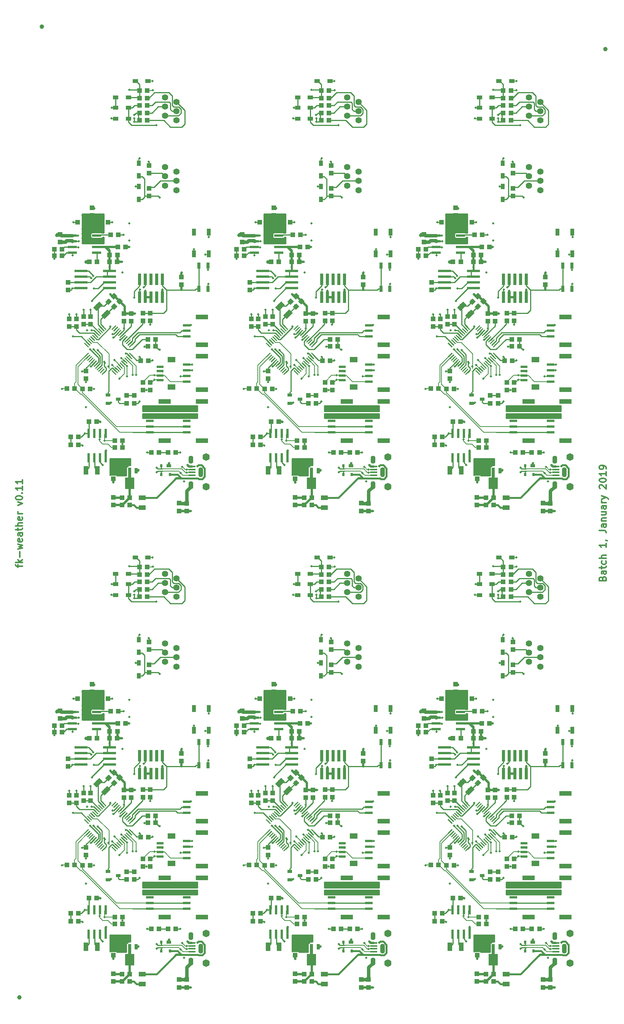
<source format=gbr>
G04 #@! TF.GenerationSoftware,KiCad,Pcbnew,(5.0.0)*
G04 #@! TF.CreationDate,2019-01-02T13:47:12-06:00*
G04 #@! TF.ProjectId,fk-weather-v0.11-02x03,666B2D776561746865722D76302E3131,0.1*
G04 #@! TF.SameCoordinates,PX791ddc0PY791ddc0*
G04 #@! TF.FileFunction,Copper,L1,Top,Signal*
G04 #@! TF.FilePolarity,Positive*
%FSLAX46Y46*%
G04 Gerber Fmt 4.6, Leading zero omitted, Abs format (unit mm)*
G04 Created by KiCad (PCBNEW (5.0.0)) date 01/02/19 13:47:12*
%MOMM*%
%LPD*%
G01*
G04 APERTURE LIST*
G04 #@! TA.AperFunction,NonConductor*
%ADD10C,0.300000*%
G04 #@! TD*
G04 #@! TA.AperFunction,SMDPad,CuDef*
%ADD11R,1.000000X1.100000*%
G04 #@! TD*
G04 #@! TA.AperFunction,SMDPad,CuDef*
%ADD12R,2.800000X1.000000*%
G04 #@! TD*
G04 #@! TA.AperFunction,SMDPad,CuDef*
%ADD13R,1.700000X0.600000*%
G04 #@! TD*
G04 #@! TA.AperFunction,SMDPad,CuDef*
%ADD14R,1.100000X1.000000*%
G04 #@! TD*
G04 #@! TA.AperFunction,SMDPad,CuDef*
%ADD15R,1.800000X1.200000*%
G04 #@! TD*
G04 #@! TA.AperFunction,SMDPad,CuDef*
%ADD16R,1.550000X0.600000*%
G04 #@! TD*
G04 #@! TA.AperFunction,SMDPad,CuDef*
%ADD17R,0.750000X2.500000*%
G04 #@! TD*
G04 #@! TA.AperFunction,SMDPad,CuDef*
%ADD18R,0.600000X2.000000*%
G04 #@! TD*
G04 #@! TA.AperFunction,ComponentPad*
%ADD19O,1.600000X1.651000*%
G04 #@! TD*
G04 #@! TA.AperFunction,ComponentPad*
%ADD20O,1.100000X2.200000*%
G04 #@! TD*
G04 #@! TA.AperFunction,SMDPad,CuDef*
%ADD21R,1.500000X0.450000*%
G04 #@! TD*
G04 #@! TA.AperFunction,ComponentPad*
%ADD22O,1.100000X1.800000*%
G04 #@! TD*
G04 #@! TA.AperFunction,SMDPad,CuDef*
%ADD23R,2.000000X0.600000*%
G04 #@! TD*
G04 #@! TA.AperFunction,SMDPad,CuDef*
%ADD24R,0.700000X1.450000*%
G04 #@! TD*
G04 #@! TA.AperFunction,SMDPad,CuDef*
%ADD25R,2.000000X2.500000*%
G04 #@! TD*
G04 #@! TA.AperFunction,SMDPad,CuDef*
%ADD26R,0.800000X1.200000*%
G04 #@! TD*
G04 #@! TA.AperFunction,SMDPad,CuDef*
%ADD27R,0.800000X2.200000*%
G04 #@! TD*
G04 #@! TA.AperFunction,SMDPad,CuDef*
%ADD28C,0.250000*%
G04 #@! TD*
G04 #@! TA.AperFunction,Conductor*
%ADD29C,0.100000*%
G04 #@! TD*
G04 #@! TA.AperFunction,SMDPad,CuDef*
%ADD30C,1.100000*%
G04 #@! TD*
G04 #@! TA.AperFunction,SMDPad,CuDef*
%ADD31R,0.900000X1.500000*%
G04 #@! TD*
G04 #@! TA.AperFunction,SMDPad,CuDef*
%ADD32R,1.500000X1.000000*%
G04 #@! TD*
G04 #@! TA.AperFunction,SMDPad,CuDef*
%ADD33R,1.050000X0.650000*%
G04 #@! TD*
G04 #@! TA.AperFunction,SMDPad,CuDef*
%ADD34R,0.600000X0.700000*%
G04 #@! TD*
G04 #@! TA.AperFunction,SMDPad,CuDef*
%ADD35R,1.000000X0.700000*%
G04 #@! TD*
G04 #@! TA.AperFunction,SMDPad,CuDef*
%ADD36C,1.000000*%
G04 #@! TD*
G04 #@! TA.AperFunction,SMDPad,CuDef*
%ADD37R,1.300000X0.950000*%
G04 #@! TD*
G04 #@! TA.AperFunction,SMDPad,CuDef*
%ADD38R,1.100000X1.900000*%
G04 #@! TD*
G04 #@! TA.AperFunction,ComponentPad*
%ADD39C,1.400000*%
G04 #@! TD*
G04 #@! TA.AperFunction,SMDPad,CuDef*
%ADD40R,3.000000X0.600000*%
G04 #@! TD*
G04 #@! TA.AperFunction,SMDPad,CuDef*
%ADD41R,0.950000X1.300000*%
G04 #@! TD*
G04 #@! TA.AperFunction,BGAPad,CuDef*
%ADD42C,1.000000*%
G04 #@! TD*
G04 #@! TA.AperFunction,ViaPad*
%ADD43C,0.500000*%
G04 #@! TD*
G04 #@! TA.AperFunction,Conductor*
%ADD44C,0.254000*%
G04 #@! TD*
G04 #@! TA.AperFunction,Conductor*
%ADD45C,0.508000*%
G04 #@! TD*
G04 #@! TA.AperFunction,Conductor*
%ADD46C,0.203200*%
G04 #@! TD*
G04 #@! TA.AperFunction,Conductor*
%ADD47C,0.762000*%
G04 #@! TD*
G04 #@! TA.AperFunction,Conductor*
%ADD48C,0.381000*%
G04 #@! TD*
G04 #@! TA.AperFunction,Conductor*
%ADD49C,0.253000*%
G04 #@! TD*
G04 APERTURE END LIST*
D10*
X64904257Y-36275114D02*
X64975685Y-36060828D01*
X65047114Y-35989400D01*
X65189971Y-35917971D01*
X65404257Y-35917971D01*
X65547114Y-35989400D01*
X65618542Y-36060828D01*
X65689971Y-36203685D01*
X65689971Y-36775114D01*
X64189971Y-36775114D01*
X64189971Y-36275114D01*
X64261400Y-36132257D01*
X64332828Y-36060828D01*
X64475685Y-35989400D01*
X64618542Y-35989400D01*
X64761400Y-36060828D01*
X64832828Y-36132257D01*
X64904257Y-36275114D01*
X64904257Y-36775114D01*
X65689971Y-34632257D02*
X64904257Y-34632257D01*
X64761400Y-34703685D01*
X64689971Y-34846542D01*
X64689971Y-35132257D01*
X64761400Y-35275114D01*
X65618542Y-34632257D02*
X65689971Y-34775114D01*
X65689971Y-35132257D01*
X65618542Y-35275114D01*
X65475685Y-35346542D01*
X65332828Y-35346542D01*
X65189971Y-35275114D01*
X65118542Y-35132257D01*
X65118542Y-34775114D01*
X65047114Y-34632257D01*
X64689971Y-34132257D02*
X64689971Y-33560828D01*
X64189971Y-33917971D02*
X65475685Y-33917971D01*
X65618542Y-33846542D01*
X65689971Y-33703685D01*
X65689971Y-33560828D01*
X65618542Y-32417971D02*
X65689971Y-32560828D01*
X65689971Y-32846542D01*
X65618542Y-32989400D01*
X65547114Y-33060828D01*
X65404257Y-33132257D01*
X64975685Y-33132257D01*
X64832828Y-33060828D01*
X64761400Y-32989400D01*
X64689971Y-32846542D01*
X64689971Y-32560828D01*
X64761400Y-32417971D01*
X65689971Y-31775114D02*
X64189971Y-31775114D01*
X65689971Y-31132257D02*
X64904257Y-31132257D01*
X64761400Y-31203685D01*
X64689971Y-31346542D01*
X64689971Y-31560828D01*
X64761400Y-31703685D01*
X64832828Y-31775114D01*
X65689971Y-28489400D02*
X65689971Y-29346542D01*
X65689971Y-28917971D02*
X64189971Y-28917971D01*
X64404257Y-29060828D01*
X64547114Y-29203685D01*
X64618542Y-29346542D01*
X65618542Y-27775114D02*
X65689971Y-27775114D01*
X65832828Y-27846542D01*
X65904257Y-27917971D01*
X64189971Y-25560828D02*
X65261400Y-25560828D01*
X65475685Y-25632257D01*
X65618542Y-25775114D01*
X65689971Y-25989400D01*
X65689971Y-26132257D01*
X65689971Y-24203685D02*
X64904257Y-24203685D01*
X64761400Y-24275114D01*
X64689971Y-24417971D01*
X64689971Y-24703685D01*
X64761400Y-24846542D01*
X65618542Y-24203685D02*
X65689971Y-24346542D01*
X65689971Y-24703685D01*
X65618542Y-24846542D01*
X65475685Y-24917971D01*
X65332828Y-24917971D01*
X65189971Y-24846542D01*
X65118542Y-24703685D01*
X65118542Y-24346542D01*
X65047114Y-24203685D01*
X64689971Y-23489400D02*
X65689971Y-23489400D01*
X64832828Y-23489400D02*
X64761400Y-23417971D01*
X64689971Y-23275114D01*
X64689971Y-23060828D01*
X64761400Y-22917971D01*
X64904257Y-22846542D01*
X65689971Y-22846542D01*
X64689971Y-21489400D02*
X65689971Y-21489400D01*
X64689971Y-22132257D02*
X65475685Y-22132257D01*
X65618542Y-22060828D01*
X65689971Y-21917971D01*
X65689971Y-21703685D01*
X65618542Y-21560828D01*
X65547114Y-21489400D01*
X65689971Y-20132257D02*
X64904257Y-20132257D01*
X64761400Y-20203685D01*
X64689971Y-20346542D01*
X64689971Y-20632257D01*
X64761400Y-20775114D01*
X65618542Y-20132257D02*
X65689971Y-20275114D01*
X65689971Y-20632257D01*
X65618542Y-20775114D01*
X65475685Y-20846542D01*
X65332828Y-20846542D01*
X65189971Y-20775114D01*
X65118542Y-20632257D01*
X65118542Y-20275114D01*
X65047114Y-20132257D01*
X65689971Y-19417971D02*
X64689971Y-19417971D01*
X64975685Y-19417971D02*
X64832828Y-19346542D01*
X64761400Y-19275114D01*
X64689971Y-19132257D01*
X64689971Y-18989400D01*
X64689971Y-18632257D02*
X65689971Y-18275114D01*
X64689971Y-17917971D02*
X65689971Y-18275114D01*
X66047114Y-18417971D01*
X66118542Y-18489400D01*
X66189971Y-18632257D01*
X64332828Y-16275114D02*
X64261400Y-16203685D01*
X64189971Y-16060828D01*
X64189971Y-15703685D01*
X64261400Y-15560828D01*
X64332828Y-15489400D01*
X64475685Y-15417971D01*
X64618542Y-15417971D01*
X64832828Y-15489400D01*
X65689971Y-16346542D01*
X65689971Y-15417971D01*
X64189971Y-14489400D02*
X64189971Y-14346542D01*
X64261400Y-14203685D01*
X64332828Y-14132257D01*
X64475685Y-14060828D01*
X64761400Y-13989400D01*
X65118542Y-13989400D01*
X65404257Y-14060828D01*
X65547114Y-14132257D01*
X65618542Y-14203685D01*
X65689971Y-14346542D01*
X65689971Y-14489400D01*
X65618542Y-14632257D01*
X65547114Y-14703685D01*
X65404257Y-14775114D01*
X65118542Y-14846542D01*
X64761400Y-14846542D01*
X64475685Y-14775114D01*
X64332828Y-14703685D01*
X64261400Y-14632257D01*
X64189971Y-14489400D01*
X65689971Y-12560828D02*
X65689971Y-13417971D01*
X65689971Y-12989400D02*
X64189971Y-12989400D01*
X64404257Y-13132257D01*
X64547114Y-13275114D01*
X64618542Y-13417971D01*
X65689971Y-11846542D02*
X65689971Y-11560828D01*
X65618542Y-11417971D01*
X65547114Y-11346542D01*
X65332828Y-11203685D01*
X65047114Y-11132257D01*
X64475685Y-11132257D01*
X64332828Y-11203685D01*
X64261400Y-11275114D01*
X64189971Y-11417971D01*
X64189971Y-11703685D01*
X64261400Y-11846542D01*
X64332828Y-11917971D01*
X64475685Y-11989400D01*
X64832828Y-11989400D01*
X64975685Y-11917971D01*
X65047114Y-11846542D01*
X65118542Y-11703685D01*
X65118542Y-11417971D01*
X65047114Y-11275114D01*
X64975685Y-11203685D01*
X64832828Y-11132257D01*
X-65310029Y-33775114D02*
X-65310029Y-33203685D01*
X-64310029Y-33560828D02*
X-65595743Y-33560828D01*
X-65738600Y-33489400D01*
X-65810029Y-33346542D01*
X-65810029Y-33203685D01*
X-64310029Y-32703685D02*
X-65810029Y-32703685D01*
X-64881458Y-32560828D02*
X-64310029Y-32132257D01*
X-65310029Y-32132257D02*
X-64738600Y-32703685D01*
X-64881458Y-31489400D02*
X-64881458Y-30346542D01*
X-65310029Y-29775114D02*
X-64310029Y-29489400D01*
X-65024315Y-29203685D01*
X-64310029Y-28917971D01*
X-65310029Y-28632257D01*
X-64381458Y-27489400D02*
X-64310029Y-27632257D01*
X-64310029Y-27917971D01*
X-64381458Y-28060828D01*
X-64524315Y-28132257D01*
X-65095743Y-28132257D01*
X-65238600Y-28060828D01*
X-65310029Y-27917971D01*
X-65310029Y-27632257D01*
X-65238600Y-27489400D01*
X-65095743Y-27417971D01*
X-64952886Y-27417971D01*
X-64810029Y-28132257D01*
X-64310029Y-26132257D02*
X-65095743Y-26132257D01*
X-65238600Y-26203685D01*
X-65310029Y-26346542D01*
X-65310029Y-26632257D01*
X-65238600Y-26775114D01*
X-64381458Y-26132257D02*
X-64310029Y-26275114D01*
X-64310029Y-26632257D01*
X-64381458Y-26775114D01*
X-64524315Y-26846542D01*
X-64667172Y-26846542D01*
X-64810029Y-26775114D01*
X-64881458Y-26632257D01*
X-64881458Y-26275114D01*
X-64952886Y-26132257D01*
X-65310029Y-25632257D02*
X-65310029Y-25060828D01*
X-65810029Y-25417971D02*
X-64524315Y-25417971D01*
X-64381458Y-25346542D01*
X-64310029Y-25203685D01*
X-64310029Y-25060828D01*
X-64310029Y-24560828D02*
X-65810029Y-24560828D01*
X-64310029Y-23917971D02*
X-65095743Y-23917971D01*
X-65238600Y-23989400D01*
X-65310029Y-24132257D01*
X-65310029Y-24346542D01*
X-65238600Y-24489400D01*
X-65167172Y-24560828D01*
X-64381458Y-22632257D02*
X-64310029Y-22775114D01*
X-64310029Y-23060828D01*
X-64381458Y-23203685D01*
X-64524315Y-23275114D01*
X-65095743Y-23275114D01*
X-65238600Y-23203685D01*
X-65310029Y-23060828D01*
X-65310029Y-22775114D01*
X-65238600Y-22632257D01*
X-65095743Y-22560828D01*
X-64952886Y-22560828D01*
X-64810029Y-23275114D01*
X-64310029Y-21917971D02*
X-65310029Y-21917971D01*
X-65024315Y-21917971D02*
X-65167172Y-21846542D01*
X-65238600Y-21775114D01*
X-65310029Y-21632257D01*
X-65310029Y-21489400D01*
X-65310029Y-19989400D02*
X-64310029Y-19632257D01*
X-65310029Y-19275114D01*
X-65810029Y-18417971D02*
X-65810029Y-18275114D01*
X-65738600Y-18132257D01*
X-65667172Y-18060828D01*
X-65524315Y-17989400D01*
X-65238600Y-17917971D01*
X-64881458Y-17917971D01*
X-64595743Y-17989400D01*
X-64452886Y-18060828D01*
X-64381458Y-18132257D01*
X-64310029Y-18275114D01*
X-64310029Y-18417971D01*
X-64381458Y-18560828D01*
X-64452886Y-18632257D01*
X-64595743Y-18703685D01*
X-64881458Y-18775114D01*
X-65238600Y-18775114D01*
X-65524315Y-18703685D01*
X-65667172Y-18632257D01*
X-65738600Y-18560828D01*
X-65810029Y-18417971D01*
X-64452886Y-17275114D02*
X-64381458Y-17203685D01*
X-64310029Y-17275114D01*
X-64381458Y-17346542D01*
X-64452886Y-17275114D01*
X-64310029Y-17275114D01*
X-64310029Y-15775114D02*
X-64310029Y-16632257D01*
X-64310029Y-16203685D02*
X-65810029Y-16203685D01*
X-65595743Y-16346542D01*
X-65452886Y-16489400D01*
X-65381458Y-16632257D01*
X-64310029Y-14346542D02*
X-64310029Y-15203685D01*
X-64310029Y-14775114D02*
X-65810029Y-14775114D01*
X-65595743Y-14917971D01*
X-65452886Y-15060828D01*
X-65381458Y-15203685D01*
D11*
G04 #@! TO.P,R15,1*
G04 #@! TO.N,/WEATHER_3V3*
X32204200Y-61500400D03*
G04 #@! TO.P,R15,2*
G04 #@! TO.N,GND*
X32204200Y-59800400D03*
G04 #@! TD*
G04 #@! TO.P,R15,1*
G04 #@! TO.N,/WEATHER_3V3*
X-8295800Y-61500400D03*
G04 #@! TO.P,R15,2*
G04 #@! TO.N,GND*
X-8295800Y-59800400D03*
G04 #@! TD*
G04 #@! TO.P,R15,1*
G04 #@! TO.N,/WEATHER_3V3*
X-48795800Y-61500400D03*
G04 #@! TO.P,R15,2*
G04 #@! TO.N,GND*
X-48795800Y-59800400D03*
G04 #@! TD*
G04 #@! TO.P,R15,1*
G04 #@! TO.N,/WEATHER_3V3*
X32204200Y44499600D03*
G04 #@! TO.P,R15,2*
G04 #@! TO.N,GND*
X32204200Y46199600D03*
G04 #@! TD*
G04 #@! TO.P,R15,1*
G04 #@! TO.N,/WEATHER_3V3*
X-8295800Y44499600D03*
G04 #@! TO.P,R15,2*
G04 #@! TO.N,GND*
X-8295800Y46199600D03*
G04 #@! TD*
D12*
G04 #@! TO.P,J4,*
G04 #@! TO.N,*
X56667400Y-100316400D03*
X56667400Y-92866400D03*
D13*
G04 #@! TO.P,J4,4*
G04 #@! TO.N,/SDA1*
X53317400Y-98466400D03*
G04 #@! TO.P,J4,3*
G04 #@! TO.N,/SCL1*
X53317400Y-97216400D03*
G04 #@! TO.P,J4,2*
G04 #@! TO.N,GND*
X53317400Y-95966400D03*
G04 #@! TO.P,J4,1*
G04 #@! TO.N,3V3*
X53317400Y-94716400D03*
G04 #@! TD*
D12*
G04 #@! TO.P,J4,*
G04 #@! TO.N,*
X16167400Y-100316400D03*
X16167400Y-92866400D03*
D13*
G04 #@! TO.P,J4,4*
G04 #@! TO.N,/SDA1*
X12817400Y-98466400D03*
G04 #@! TO.P,J4,3*
G04 #@! TO.N,/SCL1*
X12817400Y-97216400D03*
G04 #@! TO.P,J4,2*
G04 #@! TO.N,GND*
X12817400Y-95966400D03*
G04 #@! TO.P,J4,1*
G04 #@! TO.N,3V3*
X12817400Y-94716400D03*
G04 #@! TD*
D12*
G04 #@! TO.P,J4,*
G04 #@! TO.N,*
X-24332600Y-100316400D03*
X-24332600Y-92866400D03*
D13*
G04 #@! TO.P,J4,4*
G04 #@! TO.N,/SDA1*
X-27682600Y-98466400D03*
G04 #@! TO.P,J4,3*
G04 #@! TO.N,/SCL1*
X-27682600Y-97216400D03*
G04 #@! TO.P,J4,2*
G04 #@! TO.N,GND*
X-27682600Y-95966400D03*
G04 #@! TO.P,J4,1*
G04 #@! TO.N,3V3*
X-27682600Y-94716400D03*
G04 #@! TD*
D12*
G04 #@! TO.P,J4,*
G04 #@! TO.N,*
X56667400Y5683600D03*
X56667400Y13133600D03*
D13*
G04 #@! TO.P,J4,4*
G04 #@! TO.N,/SDA1*
X53317400Y7533600D03*
G04 #@! TO.P,J4,3*
G04 #@! TO.N,/SCL1*
X53317400Y8783600D03*
G04 #@! TO.P,J4,2*
G04 #@! TO.N,GND*
X53317400Y10033600D03*
G04 #@! TO.P,J4,1*
G04 #@! TO.N,3V3*
X53317400Y11283600D03*
G04 #@! TD*
D12*
G04 #@! TO.P,J4,*
G04 #@! TO.N,*
X16167400Y5683600D03*
X16167400Y13133600D03*
D13*
G04 #@! TO.P,J4,4*
G04 #@! TO.N,/SDA1*
X12817400Y7533600D03*
G04 #@! TO.P,J4,3*
G04 #@! TO.N,/SCL1*
X12817400Y8783600D03*
G04 #@! TO.P,J4,2*
G04 #@! TO.N,GND*
X12817400Y10033600D03*
G04 #@! TO.P,J4,1*
G04 #@! TO.N,3V3*
X12817400Y11283600D03*
G04 #@! TD*
D14*
G04 #@! TO.P,R13,2*
G04 #@! TO.N,GND*
X23861200Y-70505600D03*
G04 #@! TO.P,R13,1*
G04 #@! TO.N,/D8_PERIPH_EN*
X25561200Y-70505600D03*
G04 #@! TD*
G04 #@! TO.P,R13,2*
G04 #@! TO.N,GND*
X-16638800Y-70505600D03*
G04 #@! TO.P,R13,1*
G04 #@! TO.N,/D8_PERIPH_EN*
X-14938800Y-70505600D03*
G04 #@! TD*
G04 #@! TO.P,R13,2*
G04 #@! TO.N,GND*
X-57138800Y-70505600D03*
G04 #@! TO.P,R13,1*
G04 #@! TO.N,/D8_PERIPH_EN*
X-55438800Y-70505600D03*
G04 #@! TD*
G04 #@! TO.P,R13,2*
G04 #@! TO.N,GND*
X23861200Y35494400D03*
G04 #@! TO.P,R13,1*
G04 #@! TO.N,/D8_PERIPH_EN*
X25561200Y35494400D03*
G04 #@! TD*
G04 #@! TO.P,R13,2*
G04 #@! TO.N,GND*
X-16638800Y35494400D03*
G04 #@! TO.P,R13,1*
G04 #@! TO.N,/D8_PERIPH_EN*
X-14938800Y35494400D03*
G04 #@! TD*
D15*
G04 #@! TO.P,J8,*
G04 #@! TO.N,*
X49939600Y-93617600D03*
X49939600Y-99717600D03*
D16*
G04 #@! TO.P,J8,4*
G04 #@! TO.N,/SCL1*
X47414600Y-98167600D03*
G04 #@! TO.P,J8,3*
G04 #@! TO.N,/SDA1*
X47414600Y-97167600D03*
G04 #@! TO.P,J8,2*
G04 #@! TO.N,3V3*
X47414600Y-96167600D03*
G04 #@! TO.P,J8,1*
G04 #@! TO.N,GND*
X47414600Y-95167600D03*
G04 #@! TD*
D15*
G04 #@! TO.P,J8,*
G04 #@! TO.N,*
X9439600Y-93617600D03*
X9439600Y-99717600D03*
D16*
G04 #@! TO.P,J8,4*
G04 #@! TO.N,/SCL1*
X6914600Y-98167600D03*
G04 #@! TO.P,J8,3*
G04 #@! TO.N,/SDA1*
X6914600Y-97167600D03*
G04 #@! TO.P,J8,2*
G04 #@! TO.N,3V3*
X6914600Y-96167600D03*
G04 #@! TO.P,J8,1*
G04 #@! TO.N,GND*
X6914600Y-95167600D03*
G04 #@! TD*
D15*
G04 #@! TO.P,J8,*
G04 #@! TO.N,*
X-31060400Y-93617600D03*
X-31060400Y-99717600D03*
D16*
G04 #@! TO.P,J8,4*
G04 #@! TO.N,/SCL1*
X-33585400Y-98167600D03*
G04 #@! TO.P,J8,3*
G04 #@! TO.N,/SDA1*
X-33585400Y-97167600D03*
G04 #@! TO.P,J8,2*
G04 #@! TO.N,3V3*
X-33585400Y-96167600D03*
G04 #@! TO.P,J8,1*
G04 #@! TO.N,GND*
X-33585400Y-95167600D03*
G04 #@! TD*
D15*
G04 #@! TO.P,J8,*
G04 #@! TO.N,*
X49939600Y12382400D03*
X49939600Y6282400D03*
D16*
G04 #@! TO.P,J8,4*
G04 #@! TO.N,/SCL1*
X47414600Y7832400D03*
G04 #@! TO.P,J8,3*
G04 #@! TO.N,/SDA1*
X47414600Y8832400D03*
G04 #@! TO.P,J8,2*
G04 #@! TO.N,3V3*
X47414600Y9832400D03*
G04 #@! TO.P,J8,1*
G04 #@! TO.N,GND*
X47414600Y10832400D03*
G04 #@! TD*
D15*
G04 #@! TO.P,J8,*
G04 #@! TO.N,*
X9439600Y12382400D03*
X9439600Y6282400D03*
D16*
G04 #@! TO.P,J8,4*
G04 #@! TO.N,/SCL1*
X6914600Y7832400D03*
G04 #@! TO.P,J8,3*
G04 #@! TO.N,/SDA1*
X6914600Y8832400D03*
G04 #@! TO.P,J8,2*
G04 #@! TO.N,3V3*
X6914600Y9832400D03*
G04 #@! TO.P,J8,1*
G04 #@! TO.N,GND*
X6914600Y10832400D03*
G04 #@! TD*
D14*
G04 #@! TO.P,R16,2*
G04 #@! TO.N,3V3*
X26655200Y-100045800D03*
G04 #@! TO.P,R16,1*
G04 #@! TO.N,/SDA2*
X28355200Y-100045800D03*
G04 #@! TD*
G04 #@! TO.P,R16,2*
G04 #@! TO.N,3V3*
X-13844800Y-100045800D03*
G04 #@! TO.P,R16,1*
G04 #@! TO.N,/SDA2*
X-12144800Y-100045800D03*
G04 #@! TD*
G04 #@! TO.P,R16,2*
G04 #@! TO.N,3V3*
X-54344800Y-100045800D03*
G04 #@! TO.P,R16,1*
G04 #@! TO.N,/SDA2*
X-52644800Y-100045800D03*
G04 #@! TD*
G04 #@! TO.P,R16,2*
G04 #@! TO.N,3V3*
X26655200Y5954200D03*
G04 #@! TO.P,R16,1*
G04 #@! TO.N,/SDA2*
X28355200Y5954200D03*
G04 #@! TD*
G04 #@! TO.P,R16,2*
G04 #@! TO.N,3V3*
X-13844800Y5954200D03*
G04 #@! TO.P,R16,1*
G04 #@! TO.N,/SDA2*
X-12144800Y5954200D03*
G04 #@! TD*
G04 #@! TO.P,D1,1*
G04 #@! TO.N,Net-(D1-Pad1)*
X47151200Y-114219000D03*
G04 #@! TO.P,D1,2*
G04 #@! TO.N,3V3*
X45451200Y-114219000D03*
G04 #@! TD*
G04 #@! TO.P,D1,1*
G04 #@! TO.N,Net-(D1-Pad1)*
X6651200Y-114219000D03*
G04 #@! TO.P,D1,2*
G04 #@! TO.N,3V3*
X4951200Y-114219000D03*
G04 #@! TD*
G04 #@! TO.P,D1,1*
G04 #@! TO.N,Net-(D1-Pad1)*
X-33848800Y-114219000D03*
G04 #@! TO.P,D1,2*
G04 #@! TO.N,3V3*
X-35548800Y-114219000D03*
G04 #@! TD*
G04 #@! TO.P,D1,1*
G04 #@! TO.N,Net-(D1-Pad1)*
X47151200Y-8219000D03*
G04 #@! TO.P,D1,2*
G04 #@! TO.N,3V3*
X45451200Y-8219000D03*
G04 #@! TD*
G04 #@! TO.P,D1,1*
G04 #@! TO.N,Net-(D1-Pad1)*
X6651200Y-8219000D03*
G04 #@! TO.P,D1,2*
G04 #@! TO.N,3V3*
X4951200Y-8219000D03*
G04 #@! TD*
D17*
G04 #@! TO.P,J6,10*
G04 #@! TO.N,/RST*
X47926800Y-75697200D03*
G04 #@! TO.P,J6,9*
G04 #@! TO.N,GND*
X47926800Y-79697200D03*
G04 #@! TO.P,J6,8*
G04 #@! TO.N,Net-(J6-Pad8)*
X46656800Y-75697200D03*
G04 #@! TO.P,J6,7*
G04 #@! TO.N,Net-(J6-Pad7)*
X46656800Y-79697200D03*
G04 #@! TO.P,J6,6*
G04 #@! TO.N,Net-(J6-Pad6)*
X45386800Y-75697200D03*
G04 #@! TO.P,J6,5*
G04 #@! TO.N,GND*
X45386800Y-79697200D03*
G04 #@! TO.P,J6,4*
G04 #@! TO.N,/SWCLK*
X44116800Y-75697200D03*
G04 #@! TO.P,J6,3*
G04 #@! TO.N,GND*
X44116800Y-79697200D03*
G04 #@! TO.P,J6,2*
G04 #@! TO.N,/SWDIO*
X42846800Y-75697200D03*
G04 #@! TO.P,J6,1*
G04 #@! TO.N,3V3*
X42846800Y-79697200D03*
G04 #@! TD*
G04 #@! TO.P,J6,10*
G04 #@! TO.N,/RST*
X7426800Y-75697200D03*
G04 #@! TO.P,J6,9*
G04 #@! TO.N,GND*
X7426800Y-79697200D03*
G04 #@! TO.P,J6,8*
G04 #@! TO.N,Net-(J6-Pad8)*
X6156800Y-75697200D03*
G04 #@! TO.P,J6,7*
G04 #@! TO.N,Net-(J6-Pad7)*
X6156800Y-79697200D03*
G04 #@! TO.P,J6,6*
G04 #@! TO.N,Net-(J6-Pad6)*
X4886800Y-75697200D03*
G04 #@! TO.P,J6,5*
G04 #@! TO.N,GND*
X4886800Y-79697200D03*
G04 #@! TO.P,J6,4*
G04 #@! TO.N,/SWCLK*
X3616800Y-75697200D03*
G04 #@! TO.P,J6,3*
G04 #@! TO.N,GND*
X3616800Y-79697200D03*
G04 #@! TO.P,J6,2*
G04 #@! TO.N,/SWDIO*
X2346800Y-75697200D03*
G04 #@! TO.P,J6,1*
G04 #@! TO.N,3V3*
X2346800Y-79697200D03*
G04 #@! TD*
G04 #@! TO.P,J6,10*
G04 #@! TO.N,/RST*
X-33073200Y-75697200D03*
G04 #@! TO.P,J6,9*
G04 #@! TO.N,GND*
X-33073200Y-79697200D03*
G04 #@! TO.P,J6,8*
G04 #@! TO.N,Net-(J6-Pad8)*
X-34343200Y-75697200D03*
G04 #@! TO.P,J6,7*
G04 #@! TO.N,Net-(J6-Pad7)*
X-34343200Y-79697200D03*
G04 #@! TO.P,J6,6*
G04 #@! TO.N,Net-(J6-Pad6)*
X-35613200Y-75697200D03*
G04 #@! TO.P,J6,5*
G04 #@! TO.N,GND*
X-35613200Y-79697200D03*
G04 #@! TO.P,J6,4*
G04 #@! TO.N,/SWCLK*
X-36883200Y-75697200D03*
G04 #@! TO.P,J6,3*
G04 #@! TO.N,GND*
X-36883200Y-79697200D03*
G04 #@! TO.P,J6,2*
G04 #@! TO.N,/SWDIO*
X-38153200Y-75697200D03*
G04 #@! TO.P,J6,1*
G04 #@! TO.N,3V3*
X-38153200Y-79697200D03*
G04 #@! TD*
G04 #@! TO.P,J6,10*
G04 #@! TO.N,/RST*
X47926800Y30302800D03*
G04 #@! TO.P,J6,9*
G04 #@! TO.N,GND*
X47926800Y26302800D03*
G04 #@! TO.P,J6,8*
G04 #@! TO.N,Net-(J6-Pad8)*
X46656800Y30302800D03*
G04 #@! TO.P,J6,7*
G04 #@! TO.N,Net-(J6-Pad7)*
X46656800Y26302800D03*
G04 #@! TO.P,J6,6*
G04 #@! TO.N,Net-(J6-Pad6)*
X45386800Y30302800D03*
G04 #@! TO.P,J6,5*
G04 #@! TO.N,GND*
X45386800Y26302800D03*
G04 #@! TO.P,J6,4*
G04 #@! TO.N,/SWCLK*
X44116800Y30302800D03*
G04 #@! TO.P,J6,3*
G04 #@! TO.N,GND*
X44116800Y26302800D03*
G04 #@! TO.P,J6,2*
G04 #@! TO.N,/SWDIO*
X42846800Y30302800D03*
G04 #@! TO.P,J6,1*
G04 #@! TO.N,3V3*
X42846800Y26302800D03*
G04 #@! TD*
G04 #@! TO.P,J6,10*
G04 #@! TO.N,/RST*
X7426800Y30302800D03*
G04 #@! TO.P,J6,9*
G04 #@! TO.N,GND*
X7426800Y26302800D03*
G04 #@! TO.P,J6,8*
G04 #@! TO.N,Net-(J6-Pad8)*
X6156800Y30302800D03*
G04 #@! TO.P,J6,7*
G04 #@! TO.N,Net-(J6-Pad7)*
X6156800Y26302800D03*
G04 #@! TO.P,J6,6*
G04 #@! TO.N,Net-(J6-Pad6)*
X4886800Y30302800D03*
G04 #@! TO.P,J6,5*
G04 #@! TO.N,GND*
X4886800Y26302800D03*
G04 #@! TO.P,J6,4*
G04 #@! TO.N,/SWCLK*
X3616800Y30302800D03*
G04 #@! TO.P,J6,3*
G04 #@! TO.N,GND*
X3616800Y26302800D03*
G04 #@! TO.P,J6,2*
G04 #@! TO.N,/SWDIO*
X2346800Y30302800D03*
G04 #@! TO.P,J6,1*
G04 #@! TO.N,3V3*
X2346800Y26302800D03*
G04 #@! TD*
D14*
G04 #@! TO.P,C21,1*
G04 #@! TO.N,/PERIPH_3V3*
X36129400Y-71851800D03*
G04 #@! TO.P,C21,2*
G04 #@! TO.N,GND*
X37829400Y-71851800D03*
G04 #@! TD*
G04 #@! TO.P,C21,1*
G04 #@! TO.N,/PERIPH_3V3*
X-4370600Y-71851800D03*
G04 #@! TO.P,C21,2*
G04 #@! TO.N,GND*
X-2670600Y-71851800D03*
G04 #@! TD*
G04 #@! TO.P,C21,1*
G04 #@! TO.N,/PERIPH_3V3*
X-44870600Y-71851800D03*
G04 #@! TO.P,C21,2*
G04 #@! TO.N,GND*
X-43170600Y-71851800D03*
G04 #@! TD*
G04 #@! TO.P,C21,1*
G04 #@! TO.N,/PERIPH_3V3*
X36129400Y34148200D03*
G04 #@! TO.P,C21,2*
G04 #@! TO.N,GND*
X37829400Y34148200D03*
G04 #@! TD*
G04 #@! TO.P,C21,1*
G04 #@! TO.N,/PERIPH_3V3*
X-4370600Y34148200D03*
G04 #@! TO.P,C21,2*
G04 #@! TO.N,GND*
X-2670600Y34148200D03*
G04 #@! TD*
G04 #@! TO.P,R12,2*
G04 #@! TO.N,3V3*
X31608200Y-71851800D03*
G04 #@! TO.P,R12,1*
G04 #@! TO.N,Net-(R12-Pad1)*
X33308200Y-71851800D03*
G04 #@! TD*
G04 #@! TO.P,R12,2*
G04 #@! TO.N,3V3*
X-8891800Y-71851800D03*
G04 #@! TO.P,R12,1*
G04 #@! TO.N,Net-(R12-Pad1)*
X-7191800Y-71851800D03*
G04 #@! TD*
G04 #@! TO.P,R12,2*
G04 #@! TO.N,3V3*
X-49391800Y-71851800D03*
G04 #@! TO.P,R12,1*
G04 #@! TO.N,Net-(R12-Pad1)*
X-47691800Y-71851800D03*
G04 #@! TD*
G04 #@! TO.P,R12,2*
G04 #@! TO.N,3V3*
X31608200Y34148200D03*
G04 #@! TO.P,R12,1*
G04 #@! TO.N,Net-(R12-Pad1)*
X33308200Y34148200D03*
G04 #@! TD*
G04 #@! TO.P,R12,2*
G04 #@! TO.N,3V3*
X-8891800Y34148200D03*
G04 #@! TO.P,R12,1*
G04 #@! TO.N,Net-(R12-Pad1)*
X-7191800Y34148200D03*
G04 #@! TD*
D11*
G04 #@! TO.P,C16,2*
G04 #@! TO.N,GND*
X25143000Y-65730400D03*
G04 #@! TO.P,C16,1*
G04 #@! TO.N,3V3*
X25143000Y-67430400D03*
G04 #@! TD*
G04 #@! TO.P,C16,2*
G04 #@! TO.N,GND*
X-15357000Y-65730400D03*
G04 #@! TO.P,C16,1*
G04 #@! TO.N,3V3*
X-15357000Y-67430400D03*
G04 #@! TD*
G04 #@! TO.P,C16,2*
G04 #@! TO.N,GND*
X-55857000Y-65730400D03*
G04 #@! TO.P,C16,1*
G04 #@! TO.N,3V3*
X-55857000Y-67430400D03*
G04 #@! TD*
G04 #@! TO.P,C16,2*
G04 #@! TO.N,GND*
X25143000Y40269600D03*
G04 #@! TO.P,C16,1*
G04 #@! TO.N,3V3*
X25143000Y38569600D03*
G04 #@! TD*
G04 #@! TO.P,C16,2*
G04 #@! TO.N,GND*
X-15357000Y40269600D03*
G04 #@! TO.P,C16,1*
G04 #@! TO.N,3V3*
X-15357000Y38569600D03*
G04 #@! TD*
D18*
G04 #@! TO.P,U6,1*
G04 #@! TO.N,Net-(U6-Pad1)*
X31467600Y-115395000D03*
G04 #@! TO.P,U6,2*
G04 #@! TO.N,Net-(U6-Pad2)*
X32737600Y-115395000D03*
G04 #@! TO.P,U6,3*
G04 #@! TO.N,Net-(BT1-Pad1)*
X34007600Y-115395000D03*
G04 #@! TO.P,U6,4*
G04 #@! TO.N,GND*
X35277600Y-115395000D03*
G04 #@! TO.P,U6,5*
G04 #@! TO.N,/SDA1*
X35277600Y-109995000D03*
G04 #@! TO.P,U6,6*
G04 #@! TO.N,/SCL1*
X34007600Y-109995000D03*
G04 #@! TO.P,U6,7*
G04 #@! TO.N,Net-(U6-Pad7)*
X32737600Y-109995000D03*
G04 #@! TO.P,U6,8*
G04 #@! TO.N,3V3*
X31467600Y-109995000D03*
G04 #@! TD*
G04 #@! TO.P,U6,1*
G04 #@! TO.N,Net-(U6-Pad1)*
X-9032400Y-115395000D03*
G04 #@! TO.P,U6,2*
G04 #@! TO.N,Net-(U6-Pad2)*
X-7762400Y-115395000D03*
G04 #@! TO.P,U6,3*
G04 #@! TO.N,Net-(BT1-Pad1)*
X-6492400Y-115395000D03*
G04 #@! TO.P,U6,4*
G04 #@! TO.N,GND*
X-5222400Y-115395000D03*
G04 #@! TO.P,U6,5*
G04 #@! TO.N,/SDA1*
X-5222400Y-109995000D03*
G04 #@! TO.P,U6,6*
G04 #@! TO.N,/SCL1*
X-6492400Y-109995000D03*
G04 #@! TO.P,U6,7*
G04 #@! TO.N,Net-(U6-Pad7)*
X-7762400Y-109995000D03*
G04 #@! TO.P,U6,8*
G04 #@! TO.N,3V3*
X-9032400Y-109995000D03*
G04 #@! TD*
G04 #@! TO.P,U6,1*
G04 #@! TO.N,Net-(U6-Pad1)*
X-49532400Y-115395000D03*
G04 #@! TO.P,U6,2*
G04 #@! TO.N,Net-(U6-Pad2)*
X-48262400Y-115395000D03*
G04 #@! TO.P,U6,3*
G04 #@! TO.N,Net-(BT1-Pad1)*
X-46992400Y-115395000D03*
G04 #@! TO.P,U6,4*
G04 #@! TO.N,GND*
X-45722400Y-115395000D03*
G04 #@! TO.P,U6,5*
G04 #@! TO.N,/SDA1*
X-45722400Y-109995000D03*
G04 #@! TO.P,U6,6*
G04 #@! TO.N,/SCL1*
X-46992400Y-109995000D03*
G04 #@! TO.P,U6,7*
G04 #@! TO.N,Net-(U6-Pad7)*
X-48262400Y-109995000D03*
G04 #@! TO.P,U6,8*
G04 #@! TO.N,3V3*
X-49532400Y-109995000D03*
G04 #@! TD*
G04 #@! TO.P,U6,1*
G04 #@! TO.N,Net-(U6-Pad1)*
X31467600Y-9395000D03*
G04 #@! TO.P,U6,2*
G04 #@! TO.N,Net-(U6-Pad2)*
X32737600Y-9395000D03*
G04 #@! TO.P,U6,3*
G04 #@! TO.N,Net-(BT1-Pad1)*
X34007600Y-9395000D03*
G04 #@! TO.P,U6,4*
G04 #@! TO.N,GND*
X35277600Y-9395000D03*
G04 #@! TO.P,U6,5*
G04 #@! TO.N,/SDA1*
X35277600Y-3995000D03*
G04 #@! TO.P,U6,6*
G04 #@! TO.N,/SCL1*
X34007600Y-3995000D03*
G04 #@! TO.P,U6,7*
G04 #@! TO.N,Net-(U6-Pad7)*
X32737600Y-3995000D03*
G04 #@! TO.P,U6,8*
G04 #@! TO.N,3V3*
X31467600Y-3995000D03*
G04 #@! TD*
G04 #@! TO.P,U6,1*
G04 #@! TO.N,Net-(U6-Pad1)*
X-9032400Y-9395000D03*
G04 #@! TO.P,U6,2*
G04 #@! TO.N,Net-(U6-Pad2)*
X-7762400Y-9395000D03*
G04 #@! TO.P,U6,3*
G04 #@! TO.N,Net-(BT1-Pad1)*
X-6492400Y-9395000D03*
G04 #@! TO.P,U6,4*
G04 #@! TO.N,GND*
X-5222400Y-9395000D03*
G04 #@! TO.P,U6,5*
G04 #@! TO.N,/SDA1*
X-5222400Y-3995000D03*
G04 #@! TO.P,U6,6*
G04 #@! TO.N,/SCL1*
X-6492400Y-3995000D03*
G04 #@! TO.P,U6,7*
G04 #@! TO.N,Net-(U6-Pad7)*
X-7762400Y-3995000D03*
G04 #@! TO.P,U6,8*
G04 #@! TO.N,3V3*
X-9032400Y-3995000D03*
G04 #@! TD*
D14*
G04 #@! TO.P,R14,1*
G04 #@! TO.N,/PERIPH_3V3*
X38009000Y-68549800D03*
G04 #@! TO.P,R14,2*
G04 #@! TO.N,GND*
X39709000Y-68549800D03*
G04 #@! TD*
G04 #@! TO.P,R14,1*
G04 #@! TO.N,/PERIPH_3V3*
X-2491000Y-68549800D03*
G04 #@! TO.P,R14,2*
G04 #@! TO.N,GND*
X-791000Y-68549800D03*
G04 #@! TD*
G04 #@! TO.P,R14,1*
G04 #@! TO.N,/PERIPH_3V3*
X-42991000Y-68549800D03*
G04 #@! TO.P,R14,2*
G04 #@! TO.N,GND*
X-41291000Y-68549800D03*
G04 #@! TD*
G04 #@! TO.P,R14,1*
G04 #@! TO.N,/PERIPH_3V3*
X38009000Y37450200D03*
G04 #@! TO.P,R14,2*
G04 #@! TO.N,GND*
X39709000Y37450200D03*
G04 #@! TD*
G04 #@! TO.P,R14,1*
G04 #@! TO.N,/PERIPH_3V3*
X-2491000Y37450200D03*
G04 #@! TO.P,R14,2*
G04 #@! TO.N,GND*
X-791000Y37450200D03*
G04 #@! TD*
D19*
G04 #@! TO.P,J5,*
G04 #@! TO.N,*
X57633600Y-115277400D03*
X57633600Y-121877400D03*
G04 #@! TD*
G04 #@! TO.P,J5,*
G04 #@! TO.N,*
X17133600Y-115277400D03*
X17133600Y-121877400D03*
G04 #@! TD*
G04 #@! TO.P,J5,*
G04 #@! TO.N,*
X-23366400Y-115277400D03*
X-23366400Y-121877400D03*
G04 #@! TD*
G04 #@! TO.P,J5,*
G04 #@! TO.N,*
X57633600Y-9277400D03*
X57633600Y-15877400D03*
G04 #@! TD*
G04 #@! TO.P,J5,*
G04 #@! TO.N,*
X17133600Y-9277400D03*
X17133600Y-15877400D03*
G04 #@! TD*
D20*
G04 #@! TO.P,J1,8*
G04 #@! TO.N,Net-(J1-Pad8)*
X56401400Y-118689400D03*
D21*
G04 #@! TO.P,J1,5*
G04 #@! TO.N,GND*
X54501400Y-117389400D03*
G04 #@! TO.P,J1,4*
G04 #@! TO.N,Net-(J1-Pad4)*
X54501400Y-118039400D03*
G04 #@! TO.P,J1,2*
G04 #@! TO.N,/USB-*
X54501400Y-119339400D03*
G04 #@! TO.P,J1,3*
G04 #@! TO.N,/USB+*
X54501400Y-118689400D03*
D22*
G04 #@! TO.P,J1,7*
G04 #@! TO.N,Net-(J1-Pad7)*
X54251400Y-115889400D03*
G04 #@! TO.P,J1,6*
G04 #@! TO.N,Net-(C10-Pad1)*
X54251400Y-121489400D03*
D21*
G04 #@! TO.P,J1,1*
G04 #@! TO.N,VUSB*
X54501400Y-119989400D03*
G04 #@! TD*
D20*
G04 #@! TO.P,J1,8*
G04 #@! TO.N,Net-(J1-Pad8)*
X15901400Y-118689400D03*
D21*
G04 #@! TO.P,J1,5*
G04 #@! TO.N,GND*
X14001400Y-117389400D03*
G04 #@! TO.P,J1,4*
G04 #@! TO.N,Net-(J1-Pad4)*
X14001400Y-118039400D03*
G04 #@! TO.P,J1,2*
G04 #@! TO.N,/USB-*
X14001400Y-119339400D03*
G04 #@! TO.P,J1,3*
G04 #@! TO.N,/USB+*
X14001400Y-118689400D03*
D22*
G04 #@! TO.P,J1,7*
G04 #@! TO.N,Net-(J1-Pad7)*
X13751400Y-115889400D03*
G04 #@! TO.P,J1,6*
G04 #@! TO.N,Net-(C10-Pad1)*
X13751400Y-121489400D03*
D21*
G04 #@! TO.P,J1,1*
G04 #@! TO.N,VUSB*
X14001400Y-119989400D03*
G04 #@! TD*
D20*
G04 #@! TO.P,J1,8*
G04 #@! TO.N,Net-(J1-Pad8)*
X-24598600Y-118689400D03*
D21*
G04 #@! TO.P,J1,5*
G04 #@! TO.N,GND*
X-26498600Y-117389400D03*
G04 #@! TO.P,J1,4*
G04 #@! TO.N,Net-(J1-Pad4)*
X-26498600Y-118039400D03*
G04 #@! TO.P,J1,2*
G04 #@! TO.N,/USB-*
X-26498600Y-119339400D03*
G04 #@! TO.P,J1,3*
G04 #@! TO.N,/USB+*
X-26498600Y-118689400D03*
D22*
G04 #@! TO.P,J1,7*
G04 #@! TO.N,Net-(J1-Pad7)*
X-26748600Y-115889400D03*
G04 #@! TO.P,J1,6*
G04 #@! TO.N,Net-(C10-Pad1)*
X-26748600Y-121489400D03*
D21*
G04 #@! TO.P,J1,1*
G04 #@! TO.N,VUSB*
X-26498600Y-119989400D03*
G04 #@! TD*
D20*
G04 #@! TO.P,J1,8*
G04 #@! TO.N,Net-(J1-Pad8)*
X56401400Y-12689400D03*
D21*
G04 #@! TO.P,J1,5*
G04 #@! TO.N,GND*
X54501400Y-11389400D03*
G04 #@! TO.P,J1,4*
G04 #@! TO.N,Net-(J1-Pad4)*
X54501400Y-12039400D03*
G04 #@! TO.P,J1,2*
G04 #@! TO.N,/USB-*
X54501400Y-13339400D03*
G04 #@! TO.P,J1,3*
G04 #@! TO.N,/USB+*
X54501400Y-12689400D03*
D22*
G04 #@! TO.P,J1,7*
G04 #@! TO.N,Net-(J1-Pad7)*
X54251400Y-9889400D03*
G04 #@! TO.P,J1,6*
G04 #@! TO.N,Net-(C10-Pad1)*
X54251400Y-15489400D03*
D21*
G04 #@! TO.P,J1,1*
G04 #@! TO.N,VUSB*
X54501400Y-13989400D03*
G04 #@! TD*
D20*
G04 #@! TO.P,J1,8*
G04 #@! TO.N,Net-(J1-Pad8)*
X15901400Y-12689400D03*
D21*
G04 #@! TO.P,J1,5*
G04 #@! TO.N,GND*
X14001400Y-11389400D03*
G04 #@! TO.P,J1,4*
G04 #@! TO.N,Net-(J1-Pad4)*
X14001400Y-12039400D03*
G04 #@! TO.P,J1,2*
G04 #@! TO.N,/USB-*
X14001400Y-13339400D03*
G04 #@! TO.P,J1,3*
G04 #@! TO.N,/USB+*
X14001400Y-12689400D03*
D22*
G04 #@! TO.P,J1,7*
G04 #@! TO.N,Net-(J1-Pad7)*
X13751400Y-9889400D03*
G04 #@! TO.P,J1,6*
G04 #@! TO.N,Net-(C10-Pad1)*
X13751400Y-15489400D03*
D21*
G04 #@! TO.P,J1,1*
G04 #@! TO.N,VUSB*
X14001400Y-13989400D03*
G04 #@! TD*
D14*
G04 #@! TO.P,C20,2*
G04 #@! TO.N,GND*
X37854800Y-70327800D03*
G04 #@! TO.P,C20,1*
G04 #@! TO.N,/PERIPH_3V3*
X36154800Y-70327800D03*
G04 #@! TD*
G04 #@! TO.P,C20,2*
G04 #@! TO.N,GND*
X-2645200Y-70327800D03*
G04 #@! TO.P,C20,1*
G04 #@! TO.N,/PERIPH_3V3*
X-4345200Y-70327800D03*
G04 #@! TD*
G04 #@! TO.P,C20,2*
G04 #@! TO.N,GND*
X-43145200Y-70327800D03*
G04 #@! TO.P,C20,1*
G04 #@! TO.N,/PERIPH_3V3*
X-44845200Y-70327800D03*
G04 #@! TD*
G04 #@! TO.P,C20,2*
G04 #@! TO.N,GND*
X37854800Y35672200D03*
G04 #@! TO.P,C20,1*
G04 #@! TO.N,/PERIPH_3V3*
X36154800Y35672200D03*
G04 #@! TD*
G04 #@! TO.P,C20,2*
G04 #@! TO.N,GND*
X-2645200Y35672200D03*
G04 #@! TO.P,C20,1*
G04 #@! TO.N,/PERIPH_3V3*
X-4345200Y35672200D03*
G04 #@! TD*
D23*
G04 #@! TO.P,U3,1*
G04 #@! TO.N,GND*
X27853200Y-65959000D03*
G04 #@! TO.P,U3,2*
G04 #@! TO.N,3V3*
X27853200Y-67229000D03*
G04 #@! TO.P,U3,3*
G04 #@! TO.N,/D7_WEATHER_EN*
X27853200Y-68499000D03*
G04 #@! TO.P,U3,4*
G04 #@! TO.N,/D8_PERIPH_EN*
X27853200Y-69769000D03*
G04 #@! TO.P,U3,5*
G04 #@! TO.N,Net-(R12-Pad1)*
X33253200Y-69769000D03*
G04 #@! TO.P,U3,6*
G04 #@! TO.N,/PERIPH_3V3*
X33253200Y-68499000D03*
G04 #@! TO.P,U3,7*
G04 #@! TO.N,/WEATHER_3V3*
X33253200Y-67229000D03*
G04 #@! TO.P,U3,8*
G04 #@! TO.N,Net-(R5-Pad1)*
X33253200Y-65959000D03*
G04 #@! TD*
G04 #@! TO.P,U3,1*
G04 #@! TO.N,GND*
X-12646800Y-65959000D03*
G04 #@! TO.P,U3,2*
G04 #@! TO.N,3V3*
X-12646800Y-67229000D03*
G04 #@! TO.P,U3,3*
G04 #@! TO.N,/D7_WEATHER_EN*
X-12646800Y-68499000D03*
G04 #@! TO.P,U3,4*
G04 #@! TO.N,/D8_PERIPH_EN*
X-12646800Y-69769000D03*
G04 #@! TO.P,U3,5*
G04 #@! TO.N,Net-(R12-Pad1)*
X-7246800Y-69769000D03*
G04 #@! TO.P,U3,6*
G04 #@! TO.N,/PERIPH_3V3*
X-7246800Y-68499000D03*
G04 #@! TO.P,U3,7*
G04 #@! TO.N,/WEATHER_3V3*
X-7246800Y-67229000D03*
G04 #@! TO.P,U3,8*
G04 #@! TO.N,Net-(R5-Pad1)*
X-7246800Y-65959000D03*
G04 #@! TD*
G04 #@! TO.P,U3,1*
G04 #@! TO.N,GND*
X-53146800Y-65959000D03*
G04 #@! TO.P,U3,2*
G04 #@! TO.N,3V3*
X-53146800Y-67229000D03*
G04 #@! TO.P,U3,3*
G04 #@! TO.N,/D7_WEATHER_EN*
X-53146800Y-68499000D03*
G04 #@! TO.P,U3,4*
G04 #@! TO.N,/D8_PERIPH_EN*
X-53146800Y-69769000D03*
G04 #@! TO.P,U3,5*
G04 #@! TO.N,Net-(R12-Pad1)*
X-47746800Y-69769000D03*
G04 #@! TO.P,U3,6*
G04 #@! TO.N,/PERIPH_3V3*
X-47746800Y-68499000D03*
G04 #@! TO.P,U3,7*
G04 #@! TO.N,/WEATHER_3V3*
X-47746800Y-67229000D03*
G04 #@! TO.P,U3,8*
G04 #@! TO.N,Net-(R5-Pad1)*
X-47746800Y-65959000D03*
G04 #@! TD*
G04 #@! TO.P,U3,1*
G04 #@! TO.N,GND*
X27853200Y40041000D03*
G04 #@! TO.P,U3,2*
G04 #@! TO.N,3V3*
X27853200Y38771000D03*
G04 #@! TO.P,U3,3*
G04 #@! TO.N,/D7_WEATHER_EN*
X27853200Y37501000D03*
G04 #@! TO.P,U3,4*
G04 #@! TO.N,/D8_PERIPH_EN*
X27853200Y36231000D03*
G04 #@! TO.P,U3,5*
G04 #@! TO.N,Net-(R12-Pad1)*
X33253200Y36231000D03*
G04 #@! TO.P,U3,6*
G04 #@! TO.N,/PERIPH_3V3*
X33253200Y37501000D03*
G04 #@! TO.P,U3,7*
G04 #@! TO.N,/WEATHER_3V3*
X33253200Y38771000D03*
G04 #@! TO.P,U3,8*
G04 #@! TO.N,Net-(R5-Pad1)*
X33253200Y40041000D03*
G04 #@! TD*
G04 #@! TO.P,U3,1*
G04 #@! TO.N,GND*
X-12646800Y40041000D03*
G04 #@! TO.P,U3,2*
G04 #@! TO.N,3V3*
X-12646800Y38771000D03*
G04 #@! TO.P,U3,3*
G04 #@! TO.N,/D7_WEATHER_EN*
X-12646800Y37501000D03*
G04 #@! TO.P,U3,4*
G04 #@! TO.N,/D8_PERIPH_EN*
X-12646800Y36231000D03*
G04 #@! TO.P,U3,5*
G04 #@! TO.N,Net-(R12-Pad1)*
X-7246800Y36231000D03*
G04 #@! TO.P,U3,6*
G04 #@! TO.N,/PERIPH_3V3*
X-7246800Y37501000D03*
G04 #@! TO.P,U3,7*
G04 #@! TO.N,/WEATHER_3V3*
X-7246800Y38771000D03*
G04 #@! TO.P,U3,8*
G04 #@! TO.N,Net-(R5-Pad1)*
X-7246800Y40041000D03*
G04 #@! TD*
D12*
G04 #@! TO.P,J3,*
G04 #@! TO.N,*
X56667400Y-90293400D03*
X56667400Y-84093400D03*
D13*
G04 #@! TO.P,J3,3*
G04 #@! TO.N,/D30*
X53317400Y-88443400D03*
G04 #@! TO.P,J3,2*
G04 #@! TO.N,/D31*
X53317400Y-87193400D03*
G04 #@! TO.P,J3,1*
G04 #@! TO.N,GND*
X53317400Y-85943400D03*
G04 #@! TD*
D12*
G04 #@! TO.P,J3,*
G04 #@! TO.N,*
X16167400Y-90293400D03*
X16167400Y-84093400D03*
D13*
G04 #@! TO.P,J3,3*
G04 #@! TO.N,/D30*
X12817400Y-88443400D03*
G04 #@! TO.P,J3,2*
G04 #@! TO.N,/D31*
X12817400Y-87193400D03*
G04 #@! TO.P,J3,1*
G04 #@! TO.N,GND*
X12817400Y-85943400D03*
G04 #@! TD*
D12*
G04 #@! TO.P,J3,*
G04 #@! TO.N,*
X-24332600Y-90293400D03*
X-24332600Y-84093400D03*
D13*
G04 #@! TO.P,J3,3*
G04 #@! TO.N,/D30*
X-27682600Y-88443400D03*
G04 #@! TO.P,J3,2*
G04 #@! TO.N,/D31*
X-27682600Y-87193400D03*
G04 #@! TO.P,J3,1*
G04 #@! TO.N,GND*
X-27682600Y-85943400D03*
G04 #@! TD*
D12*
G04 #@! TO.P,J3,*
G04 #@! TO.N,*
X56667400Y15706600D03*
X56667400Y21906600D03*
D13*
G04 #@! TO.P,J3,3*
G04 #@! TO.N,/D30*
X53317400Y17556600D03*
G04 #@! TO.P,J3,2*
G04 #@! TO.N,/D31*
X53317400Y18806600D03*
G04 #@! TO.P,J3,1*
G04 #@! TO.N,GND*
X53317400Y20056600D03*
G04 #@! TD*
D12*
G04 #@! TO.P,J3,*
G04 #@! TO.N,*
X16167400Y15706600D03*
X16167400Y21906600D03*
D13*
G04 #@! TO.P,J3,3*
G04 #@! TO.N,/D30*
X12817400Y17556600D03*
G04 #@! TO.P,J3,2*
G04 #@! TO.N,/D31*
X12817400Y18806600D03*
G04 #@! TO.P,J3,1*
G04 #@! TO.N,GND*
X12817400Y20056600D03*
G04 #@! TD*
D24*
G04 #@! TO.P,SW1,2*
G04 #@! TO.N,/RST*
X56045400Y-77835400D03*
X56045400Y-72675400D03*
G04 #@! TO.P,SW1,1*
G04 #@! TO.N,GND*
X58045400Y-72675400D03*
X58045400Y-77835400D03*
G04 #@! TD*
G04 #@! TO.P,SW1,2*
G04 #@! TO.N,/RST*
X15545400Y-77835400D03*
X15545400Y-72675400D03*
G04 #@! TO.P,SW1,1*
G04 #@! TO.N,GND*
X17545400Y-72675400D03*
X17545400Y-77835400D03*
G04 #@! TD*
G04 #@! TO.P,SW1,2*
G04 #@! TO.N,/RST*
X-24954600Y-77835400D03*
X-24954600Y-72675400D03*
G04 #@! TO.P,SW1,1*
G04 #@! TO.N,GND*
X-22954600Y-72675400D03*
X-22954600Y-77835400D03*
G04 #@! TD*
G04 #@! TO.P,SW1,2*
G04 #@! TO.N,/RST*
X56045400Y28164600D03*
X56045400Y33324600D03*
G04 #@! TO.P,SW1,1*
G04 #@! TO.N,GND*
X58045400Y33324600D03*
X58045400Y28164600D03*
G04 #@! TD*
G04 #@! TO.P,SW1,2*
G04 #@! TO.N,/RST*
X15545400Y28164600D03*
X15545400Y33324600D03*
G04 #@! TO.P,SW1,1*
G04 #@! TO.N,GND*
X17545400Y33324600D03*
X17545400Y28164600D03*
G04 #@! TD*
D25*
G04 #@! TO.P,U2,2*
G04 #@! TO.N,5V0*
X40575315Y-121118061D03*
D26*
G04 #@! TO.P,U2,3*
G04 #@! TO.N,3V3*
X39075315Y-118268061D03*
D27*
G04 #@! TO.P,U2,2*
G04 #@! TO.N,5V0*
X40575315Y-118768061D03*
D26*
G04 #@! TO.P,U2,1*
G04 #@! TO.N,GND*
X42075315Y-118268061D03*
G04 #@! TD*
D25*
G04 #@! TO.P,U2,2*
G04 #@! TO.N,5V0*
X75315Y-121118061D03*
D26*
G04 #@! TO.P,U2,3*
G04 #@! TO.N,3V3*
X-1424685Y-118268061D03*
D27*
G04 #@! TO.P,U2,2*
G04 #@! TO.N,5V0*
X75315Y-118768061D03*
D26*
G04 #@! TO.P,U2,1*
G04 #@! TO.N,GND*
X1575315Y-118268061D03*
G04 #@! TD*
D25*
G04 #@! TO.P,U2,2*
G04 #@! TO.N,5V0*
X-40424685Y-121118061D03*
D26*
G04 #@! TO.P,U2,3*
G04 #@! TO.N,3V3*
X-41924685Y-118268061D03*
D27*
G04 #@! TO.P,U2,2*
G04 #@! TO.N,5V0*
X-40424685Y-118768061D03*
D26*
G04 #@! TO.P,U2,1*
G04 #@! TO.N,GND*
X-38924685Y-118268061D03*
G04 #@! TD*
D25*
G04 #@! TO.P,U2,2*
G04 #@! TO.N,5V0*
X40575315Y-15118061D03*
D26*
G04 #@! TO.P,U2,3*
G04 #@! TO.N,3V3*
X39075315Y-12268061D03*
D27*
G04 #@! TO.P,U2,2*
G04 #@! TO.N,5V0*
X40575315Y-12768061D03*
D26*
G04 #@! TO.P,U2,1*
G04 #@! TO.N,GND*
X42075315Y-12268061D03*
G04 #@! TD*
D25*
G04 #@! TO.P,U2,2*
G04 #@! TO.N,5V0*
X75315Y-15118061D03*
D26*
G04 #@! TO.P,U2,3*
G04 #@! TO.N,3V3*
X-1424685Y-12268061D03*
D27*
G04 #@! TO.P,U2,2*
G04 #@! TO.N,5V0*
X75315Y-12768061D03*
D26*
G04 #@! TO.P,U2,1*
G04 #@! TO.N,GND*
X1575315Y-12268061D03*
G04 #@! TD*
D14*
G04 #@! TO.P,R31,2*
G04 #@! TO.N,GND*
X42781628Y-38691668D03*
G04 #@! TO.P,R31,1*
G04 #@! TO.N,Net-(J11-Pad3)*
X44481628Y-38691668D03*
G04 #@! TD*
G04 #@! TO.P,R31,2*
G04 #@! TO.N,GND*
X2281628Y-38691668D03*
G04 #@! TO.P,R31,1*
G04 #@! TO.N,Net-(J11-Pad3)*
X3981628Y-38691668D03*
G04 #@! TD*
G04 #@! TO.P,R31,2*
G04 #@! TO.N,GND*
X-38218372Y-38691668D03*
G04 #@! TO.P,R31,1*
G04 #@! TO.N,Net-(J11-Pad3)*
X-36518372Y-38691668D03*
G04 #@! TD*
G04 #@! TO.P,R31,2*
G04 #@! TO.N,GND*
X42781628Y67308332D03*
G04 #@! TO.P,R31,1*
G04 #@! TO.N,Net-(J11-Pad3)*
X44481628Y67308332D03*
G04 #@! TD*
G04 #@! TO.P,R31,2*
G04 #@! TO.N,GND*
X2281628Y67308332D03*
G04 #@! TO.P,R31,1*
G04 #@! TO.N,Net-(J11-Pad3)*
X3981628Y67308332D03*
G04 #@! TD*
D28*
G04 #@! TO.P,U1,48*
G04 #@! TO.N,/RX_LED*
X37120171Y-86414742D03*
D29*
G04 #@! TD*
G04 #@! TO.N,/RX_LED*
G04 #@! TO.C,U1*
G36*
X36748940Y-86962750D02*
X36572163Y-86785973D01*
X37491402Y-85866734D01*
X37668179Y-86043511D01*
X36748940Y-86962750D01*
X36748940Y-86962750D01*
G37*
D28*
G04 #@! TO.P,U1,47*
G04 #@! TO.N,/A5*
X37473724Y-86768295D03*
D29*
G04 #@! TD*
G04 #@! TO.N,/A5*
G04 #@! TO.C,U1*
G36*
X37102493Y-87316303D02*
X36925716Y-87139526D01*
X37844955Y-86220287D01*
X38021732Y-86397064D01*
X37102493Y-87316303D01*
X37102493Y-87316303D01*
G37*
D28*
G04 #@! TO.P,U1,46*
G04 #@! TO.N,/SWDIO*
X37827278Y-87121849D03*
D29*
G04 #@! TD*
G04 #@! TO.N,/SWDIO*
G04 #@! TO.C,U1*
G36*
X37456047Y-87669857D02*
X37279270Y-87493080D01*
X38198509Y-86573841D01*
X38375286Y-86750618D01*
X37456047Y-87669857D01*
X37456047Y-87669857D01*
G37*
D28*
G04 #@! TO.P,U1,45*
G04 #@! TO.N,/SWCLK*
X38180831Y-87475402D03*
D29*
G04 #@! TD*
G04 #@! TO.N,/SWCLK*
G04 #@! TO.C,U1*
G36*
X37809600Y-88023410D02*
X37632823Y-87846633D01*
X38552062Y-86927394D01*
X38728839Y-87104171D01*
X37809600Y-88023410D01*
X37809600Y-88023410D01*
G37*
D28*
G04 #@! TO.P,U1,44*
G04 #@! TO.N,3V3*
X38534384Y-87828955D03*
D29*
G04 #@! TD*
G04 #@! TO.N,3V3*
G04 #@! TO.C,U1*
G36*
X38163153Y-88376963D02*
X37986376Y-88200186D01*
X38905615Y-87280947D01*
X39082392Y-87457724D01*
X38163153Y-88376963D01*
X38163153Y-88376963D01*
G37*
D28*
G04 #@! TO.P,U1,43*
G04 #@! TO.N,Net-(C5-Pad1)*
X38887938Y-88182509D03*
D29*
G04 #@! TD*
G04 #@! TO.N,Net-(C5-Pad1)*
G04 #@! TO.C,U1*
G36*
X38516707Y-88730517D02*
X38339930Y-88553740D01*
X39259169Y-87634501D01*
X39435946Y-87811278D01*
X38516707Y-88730517D01*
X38516707Y-88730517D01*
G37*
D28*
G04 #@! TO.P,U1,42*
G04 #@! TO.N,GND*
X39241491Y-88536062D03*
D29*
G04 #@! TD*
G04 #@! TO.N,GND*
G04 #@! TO.C,U1*
G36*
X38870260Y-89084070D02*
X38693483Y-88907293D01*
X39612722Y-87988054D01*
X39789499Y-88164831D01*
X38870260Y-89084070D01*
X38870260Y-89084070D01*
G37*
D28*
G04 #@! TO.P,U1,41*
G04 #@! TO.N,/USB_ID*
X39595045Y-88889616D03*
D29*
G04 #@! TD*
G04 #@! TO.N,/USB_ID*
G04 #@! TO.C,U1*
G36*
X39223814Y-89437624D02*
X39047037Y-89260847D01*
X39966276Y-88341608D01*
X40143053Y-88518385D01*
X39223814Y-89437624D01*
X39223814Y-89437624D01*
G37*
D28*
G04 #@! TO.P,U1,40*
G04 #@! TO.N,/RESET*
X39948598Y-89243169D03*
D29*
G04 #@! TD*
G04 #@! TO.N,/RESET*
G04 #@! TO.C,U1*
G36*
X39577367Y-89791177D02*
X39400590Y-89614400D01*
X40319829Y-88695161D01*
X40496606Y-88871938D01*
X39577367Y-89791177D01*
X39577367Y-89791177D01*
G37*
D28*
G04 #@! TO.P,U1,39*
G04 #@! TO.N,/TX_LED*
X40302151Y-89596722D03*
D29*
G04 #@! TD*
G04 #@! TO.N,/TX_LED*
G04 #@! TO.C,U1*
G36*
X39930920Y-90144730D02*
X39754143Y-89967953D01*
X40673382Y-89048714D01*
X40850159Y-89225491D01*
X39930920Y-90144730D01*
X39930920Y-90144730D01*
G37*
D28*
G04 #@! TO.P,U1,38*
G04 #@! TO.N,/D31*
X40655705Y-89950276D03*
D29*
G04 #@! TD*
G04 #@! TO.N,/D31*
G04 #@! TO.C,U1*
G36*
X40284474Y-90498284D02*
X40107697Y-90321507D01*
X41026936Y-89402268D01*
X41203713Y-89579045D01*
X40284474Y-90498284D01*
X40284474Y-90498284D01*
G37*
D28*
G04 #@! TO.P,U1,37*
G04 #@! TO.N,/D30*
X41009258Y-90303829D03*
D29*
G04 #@! TD*
G04 #@! TO.N,/D30*
G04 #@! TO.C,U1*
G36*
X40638027Y-90851837D02*
X40461250Y-90675060D01*
X41380489Y-89755821D01*
X41557266Y-89932598D01*
X40638027Y-90851837D01*
X40638027Y-90851837D01*
G37*
D28*
G04 #@! TO.P,U1,36*
G04 #@! TO.N,3V3*
X41009258Y-92566571D03*
D29*
G04 #@! TD*
G04 #@! TO.N,3V3*
G04 #@! TO.C,U1*
G36*
X40461250Y-92195340D02*
X40638027Y-92018563D01*
X41557266Y-92937802D01*
X41380489Y-93114579D01*
X40461250Y-92195340D01*
X40461250Y-92195340D01*
G37*
D28*
G04 #@! TO.P,U1,35*
G04 #@! TO.N,GND*
X40655705Y-92920124D03*
D29*
G04 #@! TD*
G04 #@! TO.N,GND*
G04 #@! TO.C,U1*
G36*
X40107697Y-92548893D02*
X40284474Y-92372116D01*
X41203713Y-93291355D01*
X41026936Y-93468132D01*
X40107697Y-92548893D01*
X40107697Y-92548893D01*
G37*
D28*
G04 #@! TO.P,U1,34*
G04 #@! TO.N,/USB+*
X40302151Y-93273678D03*
D29*
G04 #@! TD*
G04 #@! TO.N,/USB+*
G04 #@! TO.C,U1*
G36*
X39754143Y-92902447D02*
X39930920Y-92725670D01*
X40850159Y-93644909D01*
X40673382Y-93821686D01*
X39754143Y-92902447D01*
X39754143Y-92902447D01*
G37*
D28*
G04 #@! TO.P,U1,33*
G04 #@! TO.N,/USB-*
X39948598Y-93627231D03*
D29*
G04 #@! TD*
G04 #@! TO.N,/USB-*
G04 #@! TO.C,U1*
G36*
X39400590Y-93256000D02*
X39577367Y-93079223D01*
X40496606Y-93998462D01*
X40319829Y-94175239D01*
X39400590Y-93256000D01*
X39400590Y-93256000D01*
G37*
D28*
G04 #@! TO.P,U1,32*
G04 #@! TO.N,/SCL1*
X39595045Y-93980784D03*
D29*
G04 #@! TD*
G04 #@! TO.N,/SCL1*
G04 #@! TO.C,U1*
G36*
X39047037Y-93609553D02*
X39223814Y-93432776D01*
X40143053Y-94352015D01*
X39966276Y-94528792D01*
X39047037Y-93609553D01*
X39047037Y-93609553D01*
G37*
D28*
G04 #@! TO.P,U1,31*
G04 #@! TO.N,/SDA1*
X39241491Y-94334338D03*
D29*
G04 #@! TD*
G04 #@! TO.N,/SDA1*
G04 #@! TO.C,U1*
G36*
X38693483Y-93963107D02*
X38870260Y-93786330D01*
X39789499Y-94705569D01*
X39612722Y-94882346D01*
X38693483Y-93963107D01*
X38693483Y-93963107D01*
G37*
D28*
G04 #@! TO.P,U1,30*
G04 #@! TO.N,/D7_WEATHER_EN*
X38887938Y-94687891D03*
D29*
G04 #@! TD*
G04 #@! TO.N,/D7_WEATHER_EN*
G04 #@! TO.C,U1*
G36*
X38339930Y-94316660D02*
X38516707Y-94139883D01*
X39435946Y-95059122D01*
X39259169Y-95235899D01*
X38339930Y-94316660D01*
X38339930Y-94316660D01*
G37*
D28*
G04 #@! TO.P,U1,29*
G04 #@! TO.N,/D6_RAIN*
X38534384Y-95041445D03*
D29*
G04 #@! TD*
G04 #@! TO.N,/D6_RAIN*
G04 #@! TO.C,U1*
G36*
X37986376Y-94670214D02*
X38163153Y-94493437D01*
X39082392Y-95412676D01*
X38905615Y-95589453D01*
X37986376Y-94670214D01*
X37986376Y-94670214D01*
G37*
D28*
G04 #@! TO.P,U1,28*
G04 #@! TO.N,/D12*
X38180831Y-95394998D03*
D29*
G04 #@! TD*
G04 #@! TO.N,/D12*
G04 #@! TO.C,U1*
G36*
X37632823Y-95023767D02*
X37809600Y-94846990D01*
X38728839Y-95766229D01*
X38552062Y-95943006D01*
X37632823Y-95023767D01*
X37632823Y-95023767D01*
G37*
D28*
G04 #@! TO.P,U1,27*
G04 #@! TO.N,/D10_WIND_SPEED*
X37827278Y-95748551D03*
D29*
G04 #@! TD*
G04 #@! TO.N,/D10_WIND_SPEED*
G04 #@! TO.C,U1*
G36*
X37279270Y-95377320D02*
X37456047Y-95200543D01*
X38375286Y-96119782D01*
X38198509Y-96296559D01*
X37279270Y-95377320D01*
X37279270Y-95377320D01*
G37*
D28*
G04 #@! TO.P,U1,26*
G04 #@! TO.N,/D13*
X37473724Y-96102105D03*
D29*
G04 #@! TD*
G04 #@! TO.N,/D13*
G04 #@! TO.C,U1*
G36*
X36925716Y-95730874D02*
X37102493Y-95554097D01*
X38021732Y-96473336D01*
X37844955Y-96650113D01*
X36925716Y-95730874D01*
X36925716Y-95730874D01*
G37*
D28*
G04 #@! TO.P,U1,25*
G04 #@! TO.N,Net-(U1-Pad25)*
X37120171Y-96455658D03*
D29*
G04 #@! TD*
G04 #@! TO.N,Net-(U1-Pad25)*
G04 #@! TO.C,U1*
G36*
X36572163Y-96084427D02*
X36748940Y-95907650D01*
X37668179Y-96826889D01*
X37491402Y-97003666D01*
X36572163Y-96084427D01*
X36572163Y-96084427D01*
G37*
D28*
G04 #@! TO.P,U1,24*
G04 #@! TO.N,/D5_FLASH_CS*
X34857429Y-96455658D03*
D29*
G04 #@! TD*
G04 #@! TO.N,/D5_FLASH_CS*
G04 #@! TO.C,U1*
G36*
X34486198Y-97003666D02*
X34309421Y-96826889D01*
X35228660Y-95907650D01*
X35405437Y-96084427D01*
X34486198Y-97003666D01*
X34486198Y-97003666D01*
G37*
D28*
G04 #@! TO.P,U1,23*
G04 #@! TO.N,/D2*
X34503876Y-96102105D03*
D29*
G04 #@! TD*
G04 #@! TO.N,/D2*
G04 #@! TO.C,U1*
G36*
X34132645Y-96650113D02*
X33955868Y-96473336D01*
X34875107Y-95554097D01*
X35051884Y-95730874D01*
X34132645Y-96650113D01*
X34132645Y-96650113D01*
G37*
D28*
G04 #@! TO.P,U1,22*
G04 #@! TO.N,/ATN*
X34150322Y-95748551D03*
D29*
G04 #@! TD*
G04 #@! TO.N,/ATN*
G04 #@! TO.C,U1*
G36*
X33779091Y-96296559D02*
X33602314Y-96119782D01*
X34521553Y-95200543D01*
X34698330Y-95377320D01*
X33779091Y-96296559D01*
X33779091Y-96296559D01*
G37*
D28*
G04 #@! TO.P,U1,21*
G04 #@! TO.N,/MISO*
X33796769Y-95394998D03*
D29*
G04 #@! TD*
G04 #@! TO.N,/MISO*
G04 #@! TO.C,U1*
G36*
X33425538Y-95943006D02*
X33248761Y-95766229D01*
X34168000Y-94846990D01*
X34344777Y-95023767D01*
X33425538Y-95943006D01*
X33425538Y-95943006D01*
G37*
D28*
G04 #@! TO.P,U1,20*
G04 #@! TO.N,/SCK*
X33443216Y-95041445D03*
D29*
G04 #@! TD*
G04 #@! TO.N,/SCK*
G04 #@! TO.C,U1*
G36*
X33071985Y-95589453D02*
X32895208Y-95412676D01*
X33814447Y-94493437D01*
X33991224Y-94670214D01*
X33071985Y-95589453D01*
X33071985Y-95589453D01*
G37*
D28*
G04 #@! TO.P,U1,19*
G04 #@! TO.N,/MOSI*
X33089662Y-94687891D03*
D29*
G04 #@! TD*
G04 #@! TO.N,/MOSI*
G04 #@! TO.C,U1*
G36*
X32718431Y-95235899D02*
X32541654Y-95059122D01*
X33460893Y-94139883D01*
X33637670Y-94316660D01*
X32718431Y-95235899D01*
X32718431Y-95235899D01*
G37*
D28*
G04 #@! TO.P,U1,18*
G04 #@! TO.N,GND*
X32736109Y-94334338D03*
D29*
G04 #@! TD*
G04 #@! TO.N,GND*
G04 #@! TO.C,U1*
G36*
X32364878Y-94882346D02*
X32188101Y-94705569D01*
X33107340Y-93786330D01*
X33284117Y-93963107D01*
X32364878Y-94882346D01*
X32364878Y-94882346D01*
G37*
D28*
G04 #@! TO.P,U1,17*
G04 #@! TO.N,3V3*
X32382555Y-93980784D03*
D29*
G04 #@! TD*
G04 #@! TO.N,3V3*
G04 #@! TO.C,U1*
G36*
X32011324Y-94528792D02*
X31834547Y-94352015D01*
X32753786Y-93432776D01*
X32930563Y-93609553D01*
X32011324Y-94528792D01*
X32011324Y-94528792D01*
G37*
D28*
G04 #@! TO.P,U1,16*
G04 #@! TO.N,/D0*
X32029002Y-93627231D03*
D29*
G04 #@! TD*
G04 #@! TO.N,/D0*
G04 #@! TO.C,U1*
G36*
X31657771Y-94175239D02*
X31480994Y-93998462D01*
X32400233Y-93079223D01*
X32577010Y-93256000D01*
X31657771Y-94175239D01*
X31657771Y-94175239D01*
G37*
D28*
G04 #@! TO.P,U1,15*
G04 #@! TO.N,/D1*
X31675449Y-93273678D03*
D29*
G04 #@! TD*
G04 #@! TO.N,/D1*
G04 #@! TO.C,U1*
G36*
X31304218Y-93821686D02*
X31127441Y-93644909D01*
X32046680Y-92725670D01*
X32223457Y-92902447D01*
X31304218Y-93821686D01*
X31304218Y-93821686D01*
G37*
D28*
G04 #@! TO.P,U1,14*
G04 #@! TO.N,/SCL2*
X31321895Y-92920124D03*
D29*
G04 #@! TD*
G04 #@! TO.N,/SCL2*
G04 #@! TO.C,U1*
G36*
X30950664Y-93468132D02*
X30773887Y-93291355D01*
X31693126Y-92372116D01*
X31869903Y-92548893D01*
X30950664Y-93468132D01*
X30950664Y-93468132D01*
G37*
D28*
G04 #@! TO.P,U1,13*
G04 #@! TO.N,/SDA2*
X30968342Y-92566571D03*
D29*
G04 #@! TD*
G04 #@! TO.N,/SDA2*
G04 #@! TO.C,U1*
G36*
X30597111Y-93114579D02*
X30420334Y-92937802D01*
X31339573Y-92018563D01*
X31516350Y-92195340D01*
X30597111Y-93114579D01*
X30597111Y-93114579D01*
G37*
D28*
G04 #@! TO.P,U1,12*
G04 #@! TO.N,/D9*
X30968342Y-90303829D03*
D29*
G04 #@! TD*
G04 #@! TO.N,/D9*
G04 #@! TO.C,U1*
G36*
X30420334Y-89932598D02*
X30597111Y-89755821D01*
X31516350Y-90675060D01*
X31339573Y-90851837D01*
X30420334Y-89932598D01*
X30420334Y-89932598D01*
G37*
D28*
G04 #@! TO.P,U1,11*
G04 #@! TO.N,/D8_PERIPH_EN*
X31321895Y-89950276D03*
D29*
G04 #@! TD*
G04 #@! TO.N,/D8_PERIPH_EN*
G04 #@! TO.C,U1*
G36*
X30773887Y-89579045D02*
X30950664Y-89402268D01*
X31869903Y-90321507D01*
X31693126Y-90498284D01*
X30773887Y-89579045D01*
X30773887Y-89579045D01*
G37*
D28*
G04 #@! TO.P,U1,10*
G04 #@! TO.N,/A4*
X31675449Y-89596722D03*
D29*
G04 #@! TD*
G04 #@! TO.N,/A4*
G04 #@! TO.C,U1*
G36*
X31127441Y-89225491D02*
X31304218Y-89048714D01*
X32223457Y-89967953D01*
X32046680Y-90144730D01*
X31127441Y-89225491D01*
X31127441Y-89225491D01*
G37*
D28*
G04 #@! TO.P,U1,9*
G04 #@! TO.N,/A3*
X32029002Y-89243169D03*
D29*
G04 #@! TD*
G04 #@! TO.N,/A3*
G04 #@! TO.C,U1*
G36*
X31480994Y-88871938D02*
X31657771Y-88695161D01*
X32577010Y-89614400D01*
X32400233Y-89791177D01*
X31480994Y-88871938D01*
X31480994Y-88871938D01*
G37*
D28*
G04 #@! TO.P,U1,8*
G04 #@! TO.N,Net-(U1-Pad8)*
X32382555Y-88889616D03*
D29*
G04 #@! TD*
G04 #@! TO.N,Net-(U1-Pad8)*
G04 #@! TO.C,U1*
G36*
X31834547Y-88518385D02*
X32011324Y-88341608D01*
X32930563Y-89260847D01*
X32753786Y-89437624D01*
X31834547Y-88518385D01*
X31834547Y-88518385D01*
G37*
D28*
G04 #@! TO.P,U1,7*
G04 #@! TO.N,/A1_WIND_DIR*
X32736109Y-88536062D03*
D29*
G04 #@! TD*
G04 #@! TO.N,/A1_WIND_DIR*
G04 #@! TO.C,U1*
G36*
X32188101Y-88164831D02*
X32364878Y-87988054D01*
X33284117Y-88907293D01*
X33107340Y-89084070D01*
X32188101Y-88164831D01*
X32188101Y-88164831D01*
G37*
D28*
G04 #@! TO.P,U1,6*
G04 #@! TO.N,Net-(C4-Pad1)*
X33089662Y-88182509D03*
D29*
G04 #@! TD*
G04 #@! TO.N,Net-(C4-Pad1)*
G04 #@! TO.C,U1*
G36*
X32541654Y-87811278D02*
X32718431Y-87634501D01*
X33637670Y-88553740D01*
X33460893Y-88730517D01*
X32541654Y-87811278D01*
X32541654Y-87811278D01*
G37*
D28*
G04 #@! TO.P,U1,5*
G04 #@! TO.N,GND*
X33443216Y-87828955D03*
D29*
G04 #@! TD*
G04 #@! TO.N,GND*
G04 #@! TO.C,U1*
G36*
X32895208Y-87457724D02*
X33071985Y-87280947D01*
X33991224Y-88200186D01*
X33814447Y-88376963D01*
X32895208Y-87457724D01*
X32895208Y-87457724D01*
G37*
D28*
G04 #@! TO.P,U1,4*
G04 #@! TO.N,Net-(C14-Pad1)*
X33796769Y-87475402D03*
D29*
G04 #@! TD*
G04 #@! TO.N,Net-(C14-Pad1)*
G04 #@! TO.C,U1*
G36*
X33248761Y-87104171D02*
X33425538Y-86927394D01*
X34344777Y-87846633D01*
X34168000Y-88023410D01*
X33248761Y-87104171D01*
X33248761Y-87104171D01*
G37*
D28*
G04 #@! TO.P,U1,3*
G04 #@! TO.N,/A0*
X34150322Y-87121849D03*
D29*
G04 #@! TD*
G04 #@! TO.N,/A0*
G04 #@! TO.C,U1*
G36*
X33602314Y-86750618D02*
X33779091Y-86573841D01*
X34698330Y-87493080D01*
X34521553Y-87669857D01*
X33602314Y-86750618D01*
X33602314Y-86750618D01*
G37*
D28*
G04 #@! TO.P,U1,2*
G04 #@! TO.N,Net-(C1-Pad2)*
X34503876Y-86768295D03*
D29*
G04 #@! TD*
G04 #@! TO.N,Net-(C1-Pad2)*
G04 #@! TO.C,U1*
G36*
X33955868Y-86397064D02*
X34132645Y-86220287D01*
X35051884Y-87139526D01*
X34875107Y-87316303D01*
X33955868Y-86397064D01*
X33955868Y-86397064D01*
G37*
D28*
G04 #@! TO.P,U1,1*
G04 #@! TO.N,Net-(C2-Pad2)*
X34857429Y-86414742D03*
D29*
G04 #@! TD*
G04 #@! TO.N,Net-(C2-Pad2)*
G04 #@! TO.C,U1*
G36*
X34309421Y-86043511D02*
X34486198Y-85866734D01*
X35405437Y-86785973D01*
X35228660Y-86962750D01*
X34309421Y-86043511D01*
X34309421Y-86043511D01*
G37*
D28*
G04 #@! TO.P,U1,48*
G04 #@! TO.N,/RX_LED*
X-3379829Y-86414742D03*
D29*
G04 #@! TD*
G04 #@! TO.N,/RX_LED*
G04 #@! TO.C,U1*
G36*
X-3751060Y-86962750D02*
X-3927837Y-86785973D01*
X-3008598Y-85866734D01*
X-2831821Y-86043511D01*
X-3751060Y-86962750D01*
X-3751060Y-86962750D01*
G37*
D28*
G04 #@! TO.P,U1,47*
G04 #@! TO.N,/A5*
X-3026276Y-86768295D03*
D29*
G04 #@! TD*
G04 #@! TO.N,/A5*
G04 #@! TO.C,U1*
G36*
X-3397507Y-87316303D02*
X-3574284Y-87139526D01*
X-2655045Y-86220287D01*
X-2478268Y-86397064D01*
X-3397507Y-87316303D01*
X-3397507Y-87316303D01*
G37*
D28*
G04 #@! TO.P,U1,46*
G04 #@! TO.N,/SWDIO*
X-2672722Y-87121849D03*
D29*
G04 #@! TD*
G04 #@! TO.N,/SWDIO*
G04 #@! TO.C,U1*
G36*
X-3043953Y-87669857D02*
X-3220730Y-87493080D01*
X-2301491Y-86573841D01*
X-2124714Y-86750618D01*
X-3043953Y-87669857D01*
X-3043953Y-87669857D01*
G37*
D28*
G04 #@! TO.P,U1,45*
G04 #@! TO.N,/SWCLK*
X-2319169Y-87475402D03*
D29*
G04 #@! TD*
G04 #@! TO.N,/SWCLK*
G04 #@! TO.C,U1*
G36*
X-2690400Y-88023410D02*
X-2867177Y-87846633D01*
X-1947938Y-86927394D01*
X-1771161Y-87104171D01*
X-2690400Y-88023410D01*
X-2690400Y-88023410D01*
G37*
D28*
G04 #@! TO.P,U1,44*
G04 #@! TO.N,3V3*
X-1965616Y-87828955D03*
D29*
G04 #@! TD*
G04 #@! TO.N,3V3*
G04 #@! TO.C,U1*
G36*
X-2336847Y-88376963D02*
X-2513624Y-88200186D01*
X-1594385Y-87280947D01*
X-1417608Y-87457724D01*
X-2336847Y-88376963D01*
X-2336847Y-88376963D01*
G37*
D28*
G04 #@! TO.P,U1,43*
G04 #@! TO.N,Net-(C5-Pad1)*
X-1612062Y-88182509D03*
D29*
G04 #@! TD*
G04 #@! TO.N,Net-(C5-Pad1)*
G04 #@! TO.C,U1*
G36*
X-1983293Y-88730517D02*
X-2160070Y-88553740D01*
X-1240831Y-87634501D01*
X-1064054Y-87811278D01*
X-1983293Y-88730517D01*
X-1983293Y-88730517D01*
G37*
D28*
G04 #@! TO.P,U1,42*
G04 #@! TO.N,GND*
X-1258509Y-88536062D03*
D29*
G04 #@! TD*
G04 #@! TO.N,GND*
G04 #@! TO.C,U1*
G36*
X-1629740Y-89084070D02*
X-1806517Y-88907293D01*
X-887278Y-87988054D01*
X-710501Y-88164831D01*
X-1629740Y-89084070D01*
X-1629740Y-89084070D01*
G37*
D28*
G04 #@! TO.P,U1,41*
G04 #@! TO.N,/USB_ID*
X-904955Y-88889616D03*
D29*
G04 #@! TD*
G04 #@! TO.N,/USB_ID*
G04 #@! TO.C,U1*
G36*
X-1276186Y-89437624D02*
X-1452963Y-89260847D01*
X-533724Y-88341608D01*
X-356947Y-88518385D01*
X-1276186Y-89437624D01*
X-1276186Y-89437624D01*
G37*
D28*
G04 #@! TO.P,U1,40*
G04 #@! TO.N,/RESET*
X-551402Y-89243169D03*
D29*
G04 #@! TD*
G04 #@! TO.N,/RESET*
G04 #@! TO.C,U1*
G36*
X-922633Y-89791177D02*
X-1099410Y-89614400D01*
X-180171Y-88695161D01*
X-3394Y-88871938D01*
X-922633Y-89791177D01*
X-922633Y-89791177D01*
G37*
D28*
G04 #@! TO.P,U1,39*
G04 #@! TO.N,/TX_LED*
X-197849Y-89596722D03*
D29*
G04 #@! TD*
G04 #@! TO.N,/TX_LED*
G04 #@! TO.C,U1*
G36*
X-569080Y-90144730D02*
X-745857Y-89967953D01*
X173382Y-89048714D01*
X350159Y-89225491D01*
X-569080Y-90144730D01*
X-569080Y-90144730D01*
G37*
D28*
G04 #@! TO.P,U1,38*
G04 #@! TO.N,/D31*
X155705Y-89950276D03*
D29*
G04 #@! TD*
G04 #@! TO.N,/D31*
G04 #@! TO.C,U1*
G36*
X-215526Y-90498284D02*
X-392303Y-90321507D01*
X526936Y-89402268D01*
X703713Y-89579045D01*
X-215526Y-90498284D01*
X-215526Y-90498284D01*
G37*
D28*
G04 #@! TO.P,U1,37*
G04 #@! TO.N,/D30*
X509258Y-90303829D03*
D29*
G04 #@! TD*
G04 #@! TO.N,/D30*
G04 #@! TO.C,U1*
G36*
X138027Y-90851837D02*
X-38750Y-90675060D01*
X880489Y-89755821D01*
X1057266Y-89932598D01*
X138027Y-90851837D01*
X138027Y-90851837D01*
G37*
D28*
G04 #@! TO.P,U1,36*
G04 #@! TO.N,3V3*
X509258Y-92566571D03*
D29*
G04 #@! TD*
G04 #@! TO.N,3V3*
G04 #@! TO.C,U1*
G36*
X-38750Y-92195340D02*
X138027Y-92018563D01*
X1057266Y-92937802D01*
X880489Y-93114579D01*
X-38750Y-92195340D01*
X-38750Y-92195340D01*
G37*
D28*
G04 #@! TO.P,U1,35*
G04 #@! TO.N,GND*
X155705Y-92920124D03*
D29*
G04 #@! TD*
G04 #@! TO.N,GND*
G04 #@! TO.C,U1*
G36*
X-392303Y-92548893D02*
X-215526Y-92372116D01*
X703713Y-93291355D01*
X526936Y-93468132D01*
X-392303Y-92548893D01*
X-392303Y-92548893D01*
G37*
D28*
G04 #@! TO.P,U1,34*
G04 #@! TO.N,/USB+*
X-197849Y-93273678D03*
D29*
G04 #@! TD*
G04 #@! TO.N,/USB+*
G04 #@! TO.C,U1*
G36*
X-745857Y-92902447D02*
X-569080Y-92725670D01*
X350159Y-93644909D01*
X173382Y-93821686D01*
X-745857Y-92902447D01*
X-745857Y-92902447D01*
G37*
D28*
G04 #@! TO.P,U1,33*
G04 #@! TO.N,/USB-*
X-551402Y-93627231D03*
D29*
G04 #@! TD*
G04 #@! TO.N,/USB-*
G04 #@! TO.C,U1*
G36*
X-1099410Y-93256000D02*
X-922633Y-93079223D01*
X-3394Y-93998462D01*
X-180171Y-94175239D01*
X-1099410Y-93256000D01*
X-1099410Y-93256000D01*
G37*
D28*
G04 #@! TO.P,U1,32*
G04 #@! TO.N,/SCL1*
X-904955Y-93980784D03*
D29*
G04 #@! TD*
G04 #@! TO.N,/SCL1*
G04 #@! TO.C,U1*
G36*
X-1452963Y-93609553D02*
X-1276186Y-93432776D01*
X-356947Y-94352015D01*
X-533724Y-94528792D01*
X-1452963Y-93609553D01*
X-1452963Y-93609553D01*
G37*
D28*
G04 #@! TO.P,U1,31*
G04 #@! TO.N,/SDA1*
X-1258509Y-94334338D03*
D29*
G04 #@! TD*
G04 #@! TO.N,/SDA1*
G04 #@! TO.C,U1*
G36*
X-1806517Y-93963107D02*
X-1629740Y-93786330D01*
X-710501Y-94705569D01*
X-887278Y-94882346D01*
X-1806517Y-93963107D01*
X-1806517Y-93963107D01*
G37*
D28*
G04 #@! TO.P,U1,30*
G04 #@! TO.N,/D7_WEATHER_EN*
X-1612062Y-94687891D03*
D29*
G04 #@! TD*
G04 #@! TO.N,/D7_WEATHER_EN*
G04 #@! TO.C,U1*
G36*
X-2160070Y-94316660D02*
X-1983293Y-94139883D01*
X-1064054Y-95059122D01*
X-1240831Y-95235899D01*
X-2160070Y-94316660D01*
X-2160070Y-94316660D01*
G37*
D28*
G04 #@! TO.P,U1,29*
G04 #@! TO.N,/D6_RAIN*
X-1965616Y-95041445D03*
D29*
G04 #@! TD*
G04 #@! TO.N,/D6_RAIN*
G04 #@! TO.C,U1*
G36*
X-2513624Y-94670214D02*
X-2336847Y-94493437D01*
X-1417608Y-95412676D01*
X-1594385Y-95589453D01*
X-2513624Y-94670214D01*
X-2513624Y-94670214D01*
G37*
D28*
G04 #@! TO.P,U1,28*
G04 #@! TO.N,/D12*
X-2319169Y-95394998D03*
D29*
G04 #@! TD*
G04 #@! TO.N,/D12*
G04 #@! TO.C,U1*
G36*
X-2867177Y-95023767D02*
X-2690400Y-94846990D01*
X-1771161Y-95766229D01*
X-1947938Y-95943006D01*
X-2867177Y-95023767D01*
X-2867177Y-95023767D01*
G37*
D28*
G04 #@! TO.P,U1,27*
G04 #@! TO.N,/D10_WIND_SPEED*
X-2672722Y-95748551D03*
D29*
G04 #@! TD*
G04 #@! TO.N,/D10_WIND_SPEED*
G04 #@! TO.C,U1*
G36*
X-3220730Y-95377320D02*
X-3043953Y-95200543D01*
X-2124714Y-96119782D01*
X-2301491Y-96296559D01*
X-3220730Y-95377320D01*
X-3220730Y-95377320D01*
G37*
D28*
G04 #@! TO.P,U1,26*
G04 #@! TO.N,/D13*
X-3026276Y-96102105D03*
D29*
G04 #@! TD*
G04 #@! TO.N,/D13*
G04 #@! TO.C,U1*
G36*
X-3574284Y-95730874D02*
X-3397507Y-95554097D01*
X-2478268Y-96473336D01*
X-2655045Y-96650113D01*
X-3574284Y-95730874D01*
X-3574284Y-95730874D01*
G37*
D28*
G04 #@! TO.P,U1,25*
G04 #@! TO.N,Net-(U1-Pad25)*
X-3379829Y-96455658D03*
D29*
G04 #@! TD*
G04 #@! TO.N,Net-(U1-Pad25)*
G04 #@! TO.C,U1*
G36*
X-3927837Y-96084427D02*
X-3751060Y-95907650D01*
X-2831821Y-96826889D01*
X-3008598Y-97003666D01*
X-3927837Y-96084427D01*
X-3927837Y-96084427D01*
G37*
D28*
G04 #@! TO.P,U1,24*
G04 #@! TO.N,/D5_FLASH_CS*
X-5642571Y-96455658D03*
D29*
G04 #@! TD*
G04 #@! TO.N,/D5_FLASH_CS*
G04 #@! TO.C,U1*
G36*
X-6013802Y-97003666D02*
X-6190579Y-96826889D01*
X-5271340Y-95907650D01*
X-5094563Y-96084427D01*
X-6013802Y-97003666D01*
X-6013802Y-97003666D01*
G37*
D28*
G04 #@! TO.P,U1,23*
G04 #@! TO.N,/D2*
X-5996124Y-96102105D03*
D29*
G04 #@! TD*
G04 #@! TO.N,/D2*
G04 #@! TO.C,U1*
G36*
X-6367355Y-96650113D02*
X-6544132Y-96473336D01*
X-5624893Y-95554097D01*
X-5448116Y-95730874D01*
X-6367355Y-96650113D01*
X-6367355Y-96650113D01*
G37*
D28*
G04 #@! TO.P,U1,22*
G04 #@! TO.N,/ATN*
X-6349678Y-95748551D03*
D29*
G04 #@! TD*
G04 #@! TO.N,/ATN*
G04 #@! TO.C,U1*
G36*
X-6720909Y-96296559D02*
X-6897686Y-96119782D01*
X-5978447Y-95200543D01*
X-5801670Y-95377320D01*
X-6720909Y-96296559D01*
X-6720909Y-96296559D01*
G37*
D28*
G04 #@! TO.P,U1,21*
G04 #@! TO.N,/MISO*
X-6703231Y-95394998D03*
D29*
G04 #@! TD*
G04 #@! TO.N,/MISO*
G04 #@! TO.C,U1*
G36*
X-7074462Y-95943006D02*
X-7251239Y-95766229D01*
X-6332000Y-94846990D01*
X-6155223Y-95023767D01*
X-7074462Y-95943006D01*
X-7074462Y-95943006D01*
G37*
D28*
G04 #@! TO.P,U1,20*
G04 #@! TO.N,/SCK*
X-7056784Y-95041445D03*
D29*
G04 #@! TD*
G04 #@! TO.N,/SCK*
G04 #@! TO.C,U1*
G36*
X-7428015Y-95589453D02*
X-7604792Y-95412676D01*
X-6685553Y-94493437D01*
X-6508776Y-94670214D01*
X-7428015Y-95589453D01*
X-7428015Y-95589453D01*
G37*
D28*
G04 #@! TO.P,U1,19*
G04 #@! TO.N,/MOSI*
X-7410338Y-94687891D03*
D29*
G04 #@! TD*
G04 #@! TO.N,/MOSI*
G04 #@! TO.C,U1*
G36*
X-7781569Y-95235899D02*
X-7958346Y-95059122D01*
X-7039107Y-94139883D01*
X-6862330Y-94316660D01*
X-7781569Y-95235899D01*
X-7781569Y-95235899D01*
G37*
D28*
G04 #@! TO.P,U1,18*
G04 #@! TO.N,GND*
X-7763891Y-94334338D03*
D29*
G04 #@! TD*
G04 #@! TO.N,GND*
G04 #@! TO.C,U1*
G36*
X-8135122Y-94882346D02*
X-8311899Y-94705569D01*
X-7392660Y-93786330D01*
X-7215883Y-93963107D01*
X-8135122Y-94882346D01*
X-8135122Y-94882346D01*
G37*
D28*
G04 #@! TO.P,U1,17*
G04 #@! TO.N,3V3*
X-8117445Y-93980784D03*
D29*
G04 #@! TD*
G04 #@! TO.N,3V3*
G04 #@! TO.C,U1*
G36*
X-8488676Y-94528792D02*
X-8665453Y-94352015D01*
X-7746214Y-93432776D01*
X-7569437Y-93609553D01*
X-8488676Y-94528792D01*
X-8488676Y-94528792D01*
G37*
D28*
G04 #@! TO.P,U1,16*
G04 #@! TO.N,/D0*
X-8470998Y-93627231D03*
D29*
G04 #@! TD*
G04 #@! TO.N,/D0*
G04 #@! TO.C,U1*
G36*
X-8842229Y-94175239D02*
X-9019006Y-93998462D01*
X-8099767Y-93079223D01*
X-7922990Y-93256000D01*
X-8842229Y-94175239D01*
X-8842229Y-94175239D01*
G37*
D28*
G04 #@! TO.P,U1,15*
G04 #@! TO.N,/D1*
X-8824551Y-93273678D03*
D29*
G04 #@! TD*
G04 #@! TO.N,/D1*
G04 #@! TO.C,U1*
G36*
X-9195782Y-93821686D02*
X-9372559Y-93644909D01*
X-8453320Y-92725670D01*
X-8276543Y-92902447D01*
X-9195782Y-93821686D01*
X-9195782Y-93821686D01*
G37*
D28*
G04 #@! TO.P,U1,14*
G04 #@! TO.N,/SCL2*
X-9178105Y-92920124D03*
D29*
G04 #@! TD*
G04 #@! TO.N,/SCL2*
G04 #@! TO.C,U1*
G36*
X-9549336Y-93468132D02*
X-9726113Y-93291355D01*
X-8806874Y-92372116D01*
X-8630097Y-92548893D01*
X-9549336Y-93468132D01*
X-9549336Y-93468132D01*
G37*
D28*
G04 #@! TO.P,U1,13*
G04 #@! TO.N,/SDA2*
X-9531658Y-92566571D03*
D29*
G04 #@! TD*
G04 #@! TO.N,/SDA2*
G04 #@! TO.C,U1*
G36*
X-9902889Y-93114579D02*
X-10079666Y-92937802D01*
X-9160427Y-92018563D01*
X-8983650Y-92195340D01*
X-9902889Y-93114579D01*
X-9902889Y-93114579D01*
G37*
D28*
G04 #@! TO.P,U1,12*
G04 #@! TO.N,/D9*
X-9531658Y-90303829D03*
D29*
G04 #@! TD*
G04 #@! TO.N,/D9*
G04 #@! TO.C,U1*
G36*
X-10079666Y-89932598D02*
X-9902889Y-89755821D01*
X-8983650Y-90675060D01*
X-9160427Y-90851837D01*
X-10079666Y-89932598D01*
X-10079666Y-89932598D01*
G37*
D28*
G04 #@! TO.P,U1,11*
G04 #@! TO.N,/D8_PERIPH_EN*
X-9178105Y-89950276D03*
D29*
G04 #@! TD*
G04 #@! TO.N,/D8_PERIPH_EN*
G04 #@! TO.C,U1*
G36*
X-9726113Y-89579045D02*
X-9549336Y-89402268D01*
X-8630097Y-90321507D01*
X-8806874Y-90498284D01*
X-9726113Y-89579045D01*
X-9726113Y-89579045D01*
G37*
D28*
G04 #@! TO.P,U1,10*
G04 #@! TO.N,/A4*
X-8824551Y-89596722D03*
D29*
G04 #@! TD*
G04 #@! TO.N,/A4*
G04 #@! TO.C,U1*
G36*
X-9372559Y-89225491D02*
X-9195782Y-89048714D01*
X-8276543Y-89967953D01*
X-8453320Y-90144730D01*
X-9372559Y-89225491D01*
X-9372559Y-89225491D01*
G37*
D28*
G04 #@! TO.P,U1,9*
G04 #@! TO.N,/A3*
X-8470998Y-89243169D03*
D29*
G04 #@! TD*
G04 #@! TO.N,/A3*
G04 #@! TO.C,U1*
G36*
X-9019006Y-88871938D02*
X-8842229Y-88695161D01*
X-7922990Y-89614400D01*
X-8099767Y-89791177D01*
X-9019006Y-88871938D01*
X-9019006Y-88871938D01*
G37*
D28*
G04 #@! TO.P,U1,8*
G04 #@! TO.N,Net-(U1-Pad8)*
X-8117445Y-88889616D03*
D29*
G04 #@! TD*
G04 #@! TO.N,Net-(U1-Pad8)*
G04 #@! TO.C,U1*
G36*
X-8665453Y-88518385D02*
X-8488676Y-88341608D01*
X-7569437Y-89260847D01*
X-7746214Y-89437624D01*
X-8665453Y-88518385D01*
X-8665453Y-88518385D01*
G37*
D28*
G04 #@! TO.P,U1,7*
G04 #@! TO.N,/A1_WIND_DIR*
X-7763891Y-88536062D03*
D29*
G04 #@! TD*
G04 #@! TO.N,/A1_WIND_DIR*
G04 #@! TO.C,U1*
G36*
X-8311899Y-88164831D02*
X-8135122Y-87988054D01*
X-7215883Y-88907293D01*
X-7392660Y-89084070D01*
X-8311899Y-88164831D01*
X-8311899Y-88164831D01*
G37*
D28*
G04 #@! TO.P,U1,6*
G04 #@! TO.N,Net-(C4-Pad1)*
X-7410338Y-88182509D03*
D29*
G04 #@! TD*
G04 #@! TO.N,Net-(C4-Pad1)*
G04 #@! TO.C,U1*
G36*
X-7958346Y-87811278D02*
X-7781569Y-87634501D01*
X-6862330Y-88553740D01*
X-7039107Y-88730517D01*
X-7958346Y-87811278D01*
X-7958346Y-87811278D01*
G37*
D28*
G04 #@! TO.P,U1,5*
G04 #@! TO.N,GND*
X-7056784Y-87828955D03*
D29*
G04 #@! TD*
G04 #@! TO.N,GND*
G04 #@! TO.C,U1*
G36*
X-7604792Y-87457724D02*
X-7428015Y-87280947D01*
X-6508776Y-88200186D01*
X-6685553Y-88376963D01*
X-7604792Y-87457724D01*
X-7604792Y-87457724D01*
G37*
D28*
G04 #@! TO.P,U1,4*
G04 #@! TO.N,Net-(C14-Pad1)*
X-6703231Y-87475402D03*
D29*
G04 #@! TD*
G04 #@! TO.N,Net-(C14-Pad1)*
G04 #@! TO.C,U1*
G36*
X-7251239Y-87104171D02*
X-7074462Y-86927394D01*
X-6155223Y-87846633D01*
X-6332000Y-88023410D01*
X-7251239Y-87104171D01*
X-7251239Y-87104171D01*
G37*
D28*
G04 #@! TO.P,U1,3*
G04 #@! TO.N,/A0*
X-6349678Y-87121849D03*
D29*
G04 #@! TD*
G04 #@! TO.N,/A0*
G04 #@! TO.C,U1*
G36*
X-6897686Y-86750618D02*
X-6720909Y-86573841D01*
X-5801670Y-87493080D01*
X-5978447Y-87669857D01*
X-6897686Y-86750618D01*
X-6897686Y-86750618D01*
G37*
D28*
G04 #@! TO.P,U1,2*
G04 #@! TO.N,Net-(C1-Pad2)*
X-5996124Y-86768295D03*
D29*
G04 #@! TD*
G04 #@! TO.N,Net-(C1-Pad2)*
G04 #@! TO.C,U1*
G36*
X-6544132Y-86397064D02*
X-6367355Y-86220287D01*
X-5448116Y-87139526D01*
X-5624893Y-87316303D01*
X-6544132Y-86397064D01*
X-6544132Y-86397064D01*
G37*
D28*
G04 #@! TO.P,U1,1*
G04 #@! TO.N,Net-(C2-Pad2)*
X-5642571Y-86414742D03*
D29*
G04 #@! TD*
G04 #@! TO.N,Net-(C2-Pad2)*
G04 #@! TO.C,U1*
G36*
X-6190579Y-86043511D02*
X-6013802Y-85866734D01*
X-5094563Y-86785973D01*
X-5271340Y-86962750D01*
X-6190579Y-86043511D01*
X-6190579Y-86043511D01*
G37*
D28*
G04 #@! TO.P,U1,48*
G04 #@! TO.N,/RX_LED*
X-43879829Y-86414742D03*
D29*
G04 #@! TD*
G04 #@! TO.N,/RX_LED*
G04 #@! TO.C,U1*
G36*
X-44251060Y-86962750D02*
X-44427837Y-86785973D01*
X-43508598Y-85866734D01*
X-43331821Y-86043511D01*
X-44251060Y-86962750D01*
X-44251060Y-86962750D01*
G37*
D28*
G04 #@! TO.P,U1,47*
G04 #@! TO.N,/A5*
X-43526276Y-86768295D03*
D29*
G04 #@! TD*
G04 #@! TO.N,/A5*
G04 #@! TO.C,U1*
G36*
X-43897507Y-87316303D02*
X-44074284Y-87139526D01*
X-43155045Y-86220287D01*
X-42978268Y-86397064D01*
X-43897507Y-87316303D01*
X-43897507Y-87316303D01*
G37*
D28*
G04 #@! TO.P,U1,46*
G04 #@! TO.N,/SWDIO*
X-43172722Y-87121849D03*
D29*
G04 #@! TD*
G04 #@! TO.N,/SWDIO*
G04 #@! TO.C,U1*
G36*
X-43543953Y-87669857D02*
X-43720730Y-87493080D01*
X-42801491Y-86573841D01*
X-42624714Y-86750618D01*
X-43543953Y-87669857D01*
X-43543953Y-87669857D01*
G37*
D28*
G04 #@! TO.P,U1,45*
G04 #@! TO.N,/SWCLK*
X-42819169Y-87475402D03*
D29*
G04 #@! TD*
G04 #@! TO.N,/SWCLK*
G04 #@! TO.C,U1*
G36*
X-43190400Y-88023410D02*
X-43367177Y-87846633D01*
X-42447938Y-86927394D01*
X-42271161Y-87104171D01*
X-43190400Y-88023410D01*
X-43190400Y-88023410D01*
G37*
D28*
G04 #@! TO.P,U1,44*
G04 #@! TO.N,3V3*
X-42465616Y-87828955D03*
D29*
G04 #@! TD*
G04 #@! TO.N,3V3*
G04 #@! TO.C,U1*
G36*
X-42836847Y-88376963D02*
X-43013624Y-88200186D01*
X-42094385Y-87280947D01*
X-41917608Y-87457724D01*
X-42836847Y-88376963D01*
X-42836847Y-88376963D01*
G37*
D28*
G04 #@! TO.P,U1,43*
G04 #@! TO.N,Net-(C5-Pad1)*
X-42112062Y-88182509D03*
D29*
G04 #@! TD*
G04 #@! TO.N,Net-(C5-Pad1)*
G04 #@! TO.C,U1*
G36*
X-42483293Y-88730517D02*
X-42660070Y-88553740D01*
X-41740831Y-87634501D01*
X-41564054Y-87811278D01*
X-42483293Y-88730517D01*
X-42483293Y-88730517D01*
G37*
D28*
G04 #@! TO.P,U1,42*
G04 #@! TO.N,GND*
X-41758509Y-88536062D03*
D29*
G04 #@! TD*
G04 #@! TO.N,GND*
G04 #@! TO.C,U1*
G36*
X-42129740Y-89084070D02*
X-42306517Y-88907293D01*
X-41387278Y-87988054D01*
X-41210501Y-88164831D01*
X-42129740Y-89084070D01*
X-42129740Y-89084070D01*
G37*
D28*
G04 #@! TO.P,U1,41*
G04 #@! TO.N,/USB_ID*
X-41404955Y-88889616D03*
D29*
G04 #@! TD*
G04 #@! TO.N,/USB_ID*
G04 #@! TO.C,U1*
G36*
X-41776186Y-89437624D02*
X-41952963Y-89260847D01*
X-41033724Y-88341608D01*
X-40856947Y-88518385D01*
X-41776186Y-89437624D01*
X-41776186Y-89437624D01*
G37*
D28*
G04 #@! TO.P,U1,40*
G04 #@! TO.N,/RESET*
X-41051402Y-89243169D03*
D29*
G04 #@! TD*
G04 #@! TO.N,/RESET*
G04 #@! TO.C,U1*
G36*
X-41422633Y-89791177D02*
X-41599410Y-89614400D01*
X-40680171Y-88695161D01*
X-40503394Y-88871938D01*
X-41422633Y-89791177D01*
X-41422633Y-89791177D01*
G37*
D28*
G04 #@! TO.P,U1,39*
G04 #@! TO.N,/TX_LED*
X-40697849Y-89596722D03*
D29*
G04 #@! TD*
G04 #@! TO.N,/TX_LED*
G04 #@! TO.C,U1*
G36*
X-41069080Y-90144730D02*
X-41245857Y-89967953D01*
X-40326618Y-89048714D01*
X-40149841Y-89225491D01*
X-41069080Y-90144730D01*
X-41069080Y-90144730D01*
G37*
D28*
G04 #@! TO.P,U1,38*
G04 #@! TO.N,/D31*
X-40344295Y-89950276D03*
D29*
G04 #@! TD*
G04 #@! TO.N,/D31*
G04 #@! TO.C,U1*
G36*
X-40715526Y-90498284D02*
X-40892303Y-90321507D01*
X-39973064Y-89402268D01*
X-39796287Y-89579045D01*
X-40715526Y-90498284D01*
X-40715526Y-90498284D01*
G37*
D28*
G04 #@! TO.P,U1,37*
G04 #@! TO.N,/D30*
X-39990742Y-90303829D03*
D29*
G04 #@! TD*
G04 #@! TO.N,/D30*
G04 #@! TO.C,U1*
G36*
X-40361973Y-90851837D02*
X-40538750Y-90675060D01*
X-39619511Y-89755821D01*
X-39442734Y-89932598D01*
X-40361973Y-90851837D01*
X-40361973Y-90851837D01*
G37*
D28*
G04 #@! TO.P,U1,36*
G04 #@! TO.N,3V3*
X-39990742Y-92566571D03*
D29*
G04 #@! TD*
G04 #@! TO.N,3V3*
G04 #@! TO.C,U1*
G36*
X-40538750Y-92195340D02*
X-40361973Y-92018563D01*
X-39442734Y-92937802D01*
X-39619511Y-93114579D01*
X-40538750Y-92195340D01*
X-40538750Y-92195340D01*
G37*
D28*
G04 #@! TO.P,U1,35*
G04 #@! TO.N,GND*
X-40344295Y-92920124D03*
D29*
G04 #@! TD*
G04 #@! TO.N,GND*
G04 #@! TO.C,U1*
G36*
X-40892303Y-92548893D02*
X-40715526Y-92372116D01*
X-39796287Y-93291355D01*
X-39973064Y-93468132D01*
X-40892303Y-92548893D01*
X-40892303Y-92548893D01*
G37*
D28*
G04 #@! TO.P,U1,34*
G04 #@! TO.N,/USB+*
X-40697849Y-93273678D03*
D29*
G04 #@! TD*
G04 #@! TO.N,/USB+*
G04 #@! TO.C,U1*
G36*
X-41245857Y-92902447D02*
X-41069080Y-92725670D01*
X-40149841Y-93644909D01*
X-40326618Y-93821686D01*
X-41245857Y-92902447D01*
X-41245857Y-92902447D01*
G37*
D28*
G04 #@! TO.P,U1,33*
G04 #@! TO.N,/USB-*
X-41051402Y-93627231D03*
D29*
G04 #@! TD*
G04 #@! TO.N,/USB-*
G04 #@! TO.C,U1*
G36*
X-41599410Y-93256000D02*
X-41422633Y-93079223D01*
X-40503394Y-93998462D01*
X-40680171Y-94175239D01*
X-41599410Y-93256000D01*
X-41599410Y-93256000D01*
G37*
D28*
G04 #@! TO.P,U1,32*
G04 #@! TO.N,/SCL1*
X-41404955Y-93980784D03*
D29*
G04 #@! TD*
G04 #@! TO.N,/SCL1*
G04 #@! TO.C,U1*
G36*
X-41952963Y-93609553D02*
X-41776186Y-93432776D01*
X-40856947Y-94352015D01*
X-41033724Y-94528792D01*
X-41952963Y-93609553D01*
X-41952963Y-93609553D01*
G37*
D28*
G04 #@! TO.P,U1,31*
G04 #@! TO.N,/SDA1*
X-41758509Y-94334338D03*
D29*
G04 #@! TD*
G04 #@! TO.N,/SDA1*
G04 #@! TO.C,U1*
G36*
X-42306517Y-93963107D02*
X-42129740Y-93786330D01*
X-41210501Y-94705569D01*
X-41387278Y-94882346D01*
X-42306517Y-93963107D01*
X-42306517Y-93963107D01*
G37*
D28*
G04 #@! TO.P,U1,30*
G04 #@! TO.N,/D7_WEATHER_EN*
X-42112062Y-94687891D03*
D29*
G04 #@! TD*
G04 #@! TO.N,/D7_WEATHER_EN*
G04 #@! TO.C,U1*
G36*
X-42660070Y-94316660D02*
X-42483293Y-94139883D01*
X-41564054Y-95059122D01*
X-41740831Y-95235899D01*
X-42660070Y-94316660D01*
X-42660070Y-94316660D01*
G37*
D28*
G04 #@! TO.P,U1,29*
G04 #@! TO.N,/D6_RAIN*
X-42465616Y-95041445D03*
D29*
G04 #@! TD*
G04 #@! TO.N,/D6_RAIN*
G04 #@! TO.C,U1*
G36*
X-43013624Y-94670214D02*
X-42836847Y-94493437D01*
X-41917608Y-95412676D01*
X-42094385Y-95589453D01*
X-43013624Y-94670214D01*
X-43013624Y-94670214D01*
G37*
D28*
G04 #@! TO.P,U1,28*
G04 #@! TO.N,/D12*
X-42819169Y-95394998D03*
D29*
G04 #@! TD*
G04 #@! TO.N,/D12*
G04 #@! TO.C,U1*
G36*
X-43367177Y-95023767D02*
X-43190400Y-94846990D01*
X-42271161Y-95766229D01*
X-42447938Y-95943006D01*
X-43367177Y-95023767D01*
X-43367177Y-95023767D01*
G37*
D28*
G04 #@! TO.P,U1,27*
G04 #@! TO.N,/D10_WIND_SPEED*
X-43172722Y-95748551D03*
D29*
G04 #@! TD*
G04 #@! TO.N,/D10_WIND_SPEED*
G04 #@! TO.C,U1*
G36*
X-43720730Y-95377320D02*
X-43543953Y-95200543D01*
X-42624714Y-96119782D01*
X-42801491Y-96296559D01*
X-43720730Y-95377320D01*
X-43720730Y-95377320D01*
G37*
D28*
G04 #@! TO.P,U1,26*
G04 #@! TO.N,/D13*
X-43526276Y-96102105D03*
D29*
G04 #@! TD*
G04 #@! TO.N,/D13*
G04 #@! TO.C,U1*
G36*
X-44074284Y-95730874D02*
X-43897507Y-95554097D01*
X-42978268Y-96473336D01*
X-43155045Y-96650113D01*
X-44074284Y-95730874D01*
X-44074284Y-95730874D01*
G37*
D28*
G04 #@! TO.P,U1,25*
G04 #@! TO.N,Net-(U1-Pad25)*
X-43879829Y-96455658D03*
D29*
G04 #@! TD*
G04 #@! TO.N,Net-(U1-Pad25)*
G04 #@! TO.C,U1*
G36*
X-44427837Y-96084427D02*
X-44251060Y-95907650D01*
X-43331821Y-96826889D01*
X-43508598Y-97003666D01*
X-44427837Y-96084427D01*
X-44427837Y-96084427D01*
G37*
D28*
G04 #@! TO.P,U1,24*
G04 #@! TO.N,/D5_FLASH_CS*
X-46142571Y-96455658D03*
D29*
G04 #@! TD*
G04 #@! TO.N,/D5_FLASH_CS*
G04 #@! TO.C,U1*
G36*
X-46513802Y-97003666D02*
X-46690579Y-96826889D01*
X-45771340Y-95907650D01*
X-45594563Y-96084427D01*
X-46513802Y-97003666D01*
X-46513802Y-97003666D01*
G37*
D28*
G04 #@! TO.P,U1,23*
G04 #@! TO.N,/D2*
X-46496124Y-96102105D03*
D29*
G04 #@! TD*
G04 #@! TO.N,/D2*
G04 #@! TO.C,U1*
G36*
X-46867355Y-96650113D02*
X-47044132Y-96473336D01*
X-46124893Y-95554097D01*
X-45948116Y-95730874D01*
X-46867355Y-96650113D01*
X-46867355Y-96650113D01*
G37*
D28*
G04 #@! TO.P,U1,22*
G04 #@! TO.N,/ATN*
X-46849678Y-95748551D03*
D29*
G04 #@! TD*
G04 #@! TO.N,/ATN*
G04 #@! TO.C,U1*
G36*
X-47220909Y-96296559D02*
X-47397686Y-96119782D01*
X-46478447Y-95200543D01*
X-46301670Y-95377320D01*
X-47220909Y-96296559D01*
X-47220909Y-96296559D01*
G37*
D28*
G04 #@! TO.P,U1,21*
G04 #@! TO.N,/MISO*
X-47203231Y-95394998D03*
D29*
G04 #@! TD*
G04 #@! TO.N,/MISO*
G04 #@! TO.C,U1*
G36*
X-47574462Y-95943006D02*
X-47751239Y-95766229D01*
X-46832000Y-94846990D01*
X-46655223Y-95023767D01*
X-47574462Y-95943006D01*
X-47574462Y-95943006D01*
G37*
D28*
G04 #@! TO.P,U1,20*
G04 #@! TO.N,/SCK*
X-47556784Y-95041445D03*
D29*
G04 #@! TD*
G04 #@! TO.N,/SCK*
G04 #@! TO.C,U1*
G36*
X-47928015Y-95589453D02*
X-48104792Y-95412676D01*
X-47185553Y-94493437D01*
X-47008776Y-94670214D01*
X-47928015Y-95589453D01*
X-47928015Y-95589453D01*
G37*
D28*
G04 #@! TO.P,U1,19*
G04 #@! TO.N,/MOSI*
X-47910338Y-94687891D03*
D29*
G04 #@! TD*
G04 #@! TO.N,/MOSI*
G04 #@! TO.C,U1*
G36*
X-48281569Y-95235899D02*
X-48458346Y-95059122D01*
X-47539107Y-94139883D01*
X-47362330Y-94316660D01*
X-48281569Y-95235899D01*
X-48281569Y-95235899D01*
G37*
D28*
G04 #@! TO.P,U1,18*
G04 #@! TO.N,GND*
X-48263891Y-94334338D03*
D29*
G04 #@! TD*
G04 #@! TO.N,GND*
G04 #@! TO.C,U1*
G36*
X-48635122Y-94882346D02*
X-48811899Y-94705569D01*
X-47892660Y-93786330D01*
X-47715883Y-93963107D01*
X-48635122Y-94882346D01*
X-48635122Y-94882346D01*
G37*
D28*
G04 #@! TO.P,U1,17*
G04 #@! TO.N,3V3*
X-48617445Y-93980784D03*
D29*
G04 #@! TD*
G04 #@! TO.N,3V3*
G04 #@! TO.C,U1*
G36*
X-48988676Y-94528792D02*
X-49165453Y-94352015D01*
X-48246214Y-93432776D01*
X-48069437Y-93609553D01*
X-48988676Y-94528792D01*
X-48988676Y-94528792D01*
G37*
D28*
G04 #@! TO.P,U1,16*
G04 #@! TO.N,/D0*
X-48970998Y-93627231D03*
D29*
G04 #@! TD*
G04 #@! TO.N,/D0*
G04 #@! TO.C,U1*
G36*
X-49342229Y-94175239D02*
X-49519006Y-93998462D01*
X-48599767Y-93079223D01*
X-48422990Y-93256000D01*
X-49342229Y-94175239D01*
X-49342229Y-94175239D01*
G37*
D28*
G04 #@! TO.P,U1,15*
G04 #@! TO.N,/D1*
X-49324551Y-93273678D03*
D29*
G04 #@! TD*
G04 #@! TO.N,/D1*
G04 #@! TO.C,U1*
G36*
X-49695782Y-93821686D02*
X-49872559Y-93644909D01*
X-48953320Y-92725670D01*
X-48776543Y-92902447D01*
X-49695782Y-93821686D01*
X-49695782Y-93821686D01*
G37*
D28*
G04 #@! TO.P,U1,14*
G04 #@! TO.N,/SCL2*
X-49678105Y-92920124D03*
D29*
G04 #@! TD*
G04 #@! TO.N,/SCL2*
G04 #@! TO.C,U1*
G36*
X-50049336Y-93468132D02*
X-50226113Y-93291355D01*
X-49306874Y-92372116D01*
X-49130097Y-92548893D01*
X-50049336Y-93468132D01*
X-50049336Y-93468132D01*
G37*
D28*
G04 #@! TO.P,U1,13*
G04 #@! TO.N,/SDA2*
X-50031658Y-92566571D03*
D29*
G04 #@! TD*
G04 #@! TO.N,/SDA2*
G04 #@! TO.C,U1*
G36*
X-50402889Y-93114579D02*
X-50579666Y-92937802D01*
X-49660427Y-92018563D01*
X-49483650Y-92195340D01*
X-50402889Y-93114579D01*
X-50402889Y-93114579D01*
G37*
D28*
G04 #@! TO.P,U1,12*
G04 #@! TO.N,/D9*
X-50031658Y-90303829D03*
D29*
G04 #@! TD*
G04 #@! TO.N,/D9*
G04 #@! TO.C,U1*
G36*
X-50579666Y-89932598D02*
X-50402889Y-89755821D01*
X-49483650Y-90675060D01*
X-49660427Y-90851837D01*
X-50579666Y-89932598D01*
X-50579666Y-89932598D01*
G37*
D28*
G04 #@! TO.P,U1,11*
G04 #@! TO.N,/D8_PERIPH_EN*
X-49678105Y-89950276D03*
D29*
G04 #@! TD*
G04 #@! TO.N,/D8_PERIPH_EN*
G04 #@! TO.C,U1*
G36*
X-50226113Y-89579045D02*
X-50049336Y-89402268D01*
X-49130097Y-90321507D01*
X-49306874Y-90498284D01*
X-50226113Y-89579045D01*
X-50226113Y-89579045D01*
G37*
D28*
G04 #@! TO.P,U1,10*
G04 #@! TO.N,/A4*
X-49324551Y-89596722D03*
D29*
G04 #@! TD*
G04 #@! TO.N,/A4*
G04 #@! TO.C,U1*
G36*
X-49872559Y-89225491D02*
X-49695782Y-89048714D01*
X-48776543Y-89967953D01*
X-48953320Y-90144730D01*
X-49872559Y-89225491D01*
X-49872559Y-89225491D01*
G37*
D28*
G04 #@! TO.P,U1,9*
G04 #@! TO.N,/A3*
X-48970998Y-89243169D03*
D29*
G04 #@! TD*
G04 #@! TO.N,/A3*
G04 #@! TO.C,U1*
G36*
X-49519006Y-88871938D02*
X-49342229Y-88695161D01*
X-48422990Y-89614400D01*
X-48599767Y-89791177D01*
X-49519006Y-88871938D01*
X-49519006Y-88871938D01*
G37*
D28*
G04 #@! TO.P,U1,8*
G04 #@! TO.N,Net-(U1-Pad8)*
X-48617445Y-88889616D03*
D29*
G04 #@! TD*
G04 #@! TO.N,Net-(U1-Pad8)*
G04 #@! TO.C,U1*
G36*
X-49165453Y-88518385D02*
X-48988676Y-88341608D01*
X-48069437Y-89260847D01*
X-48246214Y-89437624D01*
X-49165453Y-88518385D01*
X-49165453Y-88518385D01*
G37*
D28*
G04 #@! TO.P,U1,7*
G04 #@! TO.N,/A1_WIND_DIR*
X-48263891Y-88536062D03*
D29*
G04 #@! TD*
G04 #@! TO.N,/A1_WIND_DIR*
G04 #@! TO.C,U1*
G36*
X-48811899Y-88164831D02*
X-48635122Y-87988054D01*
X-47715883Y-88907293D01*
X-47892660Y-89084070D01*
X-48811899Y-88164831D01*
X-48811899Y-88164831D01*
G37*
D28*
G04 #@! TO.P,U1,6*
G04 #@! TO.N,Net-(C4-Pad1)*
X-47910338Y-88182509D03*
D29*
G04 #@! TD*
G04 #@! TO.N,Net-(C4-Pad1)*
G04 #@! TO.C,U1*
G36*
X-48458346Y-87811278D02*
X-48281569Y-87634501D01*
X-47362330Y-88553740D01*
X-47539107Y-88730517D01*
X-48458346Y-87811278D01*
X-48458346Y-87811278D01*
G37*
D28*
G04 #@! TO.P,U1,5*
G04 #@! TO.N,GND*
X-47556784Y-87828955D03*
D29*
G04 #@! TD*
G04 #@! TO.N,GND*
G04 #@! TO.C,U1*
G36*
X-48104792Y-87457724D02*
X-47928015Y-87280947D01*
X-47008776Y-88200186D01*
X-47185553Y-88376963D01*
X-48104792Y-87457724D01*
X-48104792Y-87457724D01*
G37*
D28*
G04 #@! TO.P,U1,4*
G04 #@! TO.N,Net-(C14-Pad1)*
X-47203231Y-87475402D03*
D29*
G04 #@! TD*
G04 #@! TO.N,Net-(C14-Pad1)*
G04 #@! TO.C,U1*
G36*
X-47751239Y-87104171D02*
X-47574462Y-86927394D01*
X-46655223Y-87846633D01*
X-46832000Y-88023410D01*
X-47751239Y-87104171D01*
X-47751239Y-87104171D01*
G37*
D28*
G04 #@! TO.P,U1,3*
G04 #@! TO.N,/A0*
X-46849678Y-87121849D03*
D29*
G04 #@! TD*
G04 #@! TO.N,/A0*
G04 #@! TO.C,U1*
G36*
X-47397686Y-86750618D02*
X-47220909Y-86573841D01*
X-46301670Y-87493080D01*
X-46478447Y-87669857D01*
X-47397686Y-86750618D01*
X-47397686Y-86750618D01*
G37*
D28*
G04 #@! TO.P,U1,2*
G04 #@! TO.N,Net-(C1-Pad2)*
X-46496124Y-86768295D03*
D29*
G04 #@! TD*
G04 #@! TO.N,Net-(C1-Pad2)*
G04 #@! TO.C,U1*
G36*
X-47044132Y-86397064D02*
X-46867355Y-86220287D01*
X-45948116Y-87139526D01*
X-46124893Y-87316303D01*
X-47044132Y-86397064D01*
X-47044132Y-86397064D01*
G37*
D28*
G04 #@! TO.P,U1,1*
G04 #@! TO.N,Net-(C2-Pad2)*
X-46142571Y-86414742D03*
D29*
G04 #@! TD*
G04 #@! TO.N,Net-(C2-Pad2)*
G04 #@! TO.C,U1*
G36*
X-46690579Y-86043511D02*
X-46513802Y-85866734D01*
X-45594563Y-86785973D01*
X-45771340Y-86962750D01*
X-46690579Y-86043511D01*
X-46690579Y-86043511D01*
G37*
D28*
G04 #@! TO.P,U1,48*
G04 #@! TO.N,/RX_LED*
X37120171Y19585258D03*
D29*
G04 #@! TD*
G04 #@! TO.N,/RX_LED*
G04 #@! TO.C,U1*
G36*
X36748940Y19037250D02*
X36572163Y19214027D01*
X37491402Y20133266D01*
X37668179Y19956489D01*
X36748940Y19037250D01*
X36748940Y19037250D01*
G37*
D28*
G04 #@! TO.P,U1,47*
G04 #@! TO.N,/A5*
X37473724Y19231705D03*
D29*
G04 #@! TD*
G04 #@! TO.N,/A5*
G04 #@! TO.C,U1*
G36*
X37102493Y18683697D02*
X36925716Y18860474D01*
X37844955Y19779713D01*
X38021732Y19602936D01*
X37102493Y18683697D01*
X37102493Y18683697D01*
G37*
D28*
G04 #@! TO.P,U1,46*
G04 #@! TO.N,/SWDIO*
X37827278Y18878151D03*
D29*
G04 #@! TD*
G04 #@! TO.N,/SWDIO*
G04 #@! TO.C,U1*
G36*
X37456047Y18330143D02*
X37279270Y18506920D01*
X38198509Y19426159D01*
X38375286Y19249382D01*
X37456047Y18330143D01*
X37456047Y18330143D01*
G37*
D28*
G04 #@! TO.P,U1,45*
G04 #@! TO.N,/SWCLK*
X38180831Y18524598D03*
D29*
G04 #@! TD*
G04 #@! TO.N,/SWCLK*
G04 #@! TO.C,U1*
G36*
X37809600Y17976590D02*
X37632823Y18153367D01*
X38552062Y19072606D01*
X38728839Y18895829D01*
X37809600Y17976590D01*
X37809600Y17976590D01*
G37*
D28*
G04 #@! TO.P,U1,44*
G04 #@! TO.N,3V3*
X38534384Y18171045D03*
D29*
G04 #@! TD*
G04 #@! TO.N,3V3*
G04 #@! TO.C,U1*
G36*
X38163153Y17623037D02*
X37986376Y17799814D01*
X38905615Y18719053D01*
X39082392Y18542276D01*
X38163153Y17623037D01*
X38163153Y17623037D01*
G37*
D28*
G04 #@! TO.P,U1,43*
G04 #@! TO.N,Net-(C5-Pad1)*
X38887938Y17817491D03*
D29*
G04 #@! TD*
G04 #@! TO.N,Net-(C5-Pad1)*
G04 #@! TO.C,U1*
G36*
X38516707Y17269483D02*
X38339930Y17446260D01*
X39259169Y18365499D01*
X39435946Y18188722D01*
X38516707Y17269483D01*
X38516707Y17269483D01*
G37*
D28*
G04 #@! TO.P,U1,42*
G04 #@! TO.N,GND*
X39241491Y17463938D03*
D29*
G04 #@! TD*
G04 #@! TO.N,GND*
G04 #@! TO.C,U1*
G36*
X38870260Y16915930D02*
X38693483Y17092707D01*
X39612722Y18011946D01*
X39789499Y17835169D01*
X38870260Y16915930D01*
X38870260Y16915930D01*
G37*
D28*
G04 #@! TO.P,U1,41*
G04 #@! TO.N,/USB_ID*
X39595045Y17110384D03*
D29*
G04 #@! TD*
G04 #@! TO.N,/USB_ID*
G04 #@! TO.C,U1*
G36*
X39223814Y16562376D02*
X39047037Y16739153D01*
X39966276Y17658392D01*
X40143053Y17481615D01*
X39223814Y16562376D01*
X39223814Y16562376D01*
G37*
D28*
G04 #@! TO.P,U1,40*
G04 #@! TO.N,/RESET*
X39948598Y16756831D03*
D29*
G04 #@! TD*
G04 #@! TO.N,/RESET*
G04 #@! TO.C,U1*
G36*
X39577367Y16208823D02*
X39400590Y16385600D01*
X40319829Y17304839D01*
X40496606Y17128062D01*
X39577367Y16208823D01*
X39577367Y16208823D01*
G37*
D28*
G04 #@! TO.P,U1,39*
G04 #@! TO.N,/TX_LED*
X40302151Y16403278D03*
D29*
G04 #@! TD*
G04 #@! TO.N,/TX_LED*
G04 #@! TO.C,U1*
G36*
X39930920Y15855270D02*
X39754143Y16032047D01*
X40673382Y16951286D01*
X40850159Y16774509D01*
X39930920Y15855270D01*
X39930920Y15855270D01*
G37*
D28*
G04 #@! TO.P,U1,38*
G04 #@! TO.N,/D31*
X40655705Y16049724D03*
D29*
G04 #@! TD*
G04 #@! TO.N,/D31*
G04 #@! TO.C,U1*
G36*
X40284474Y15501716D02*
X40107697Y15678493D01*
X41026936Y16597732D01*
X41203713Y16420955D01*
X40284474Y15501716D01*
X40284474Y15501716D01*
G37*
D28*
G04 #@! TO.P,U1,37*
G04 #@! TO.N,/D30*
X41009258Y15696171D03*
D29*
G04 #@! TD*
G04 #@! TO.N,/D30*
G04 #@! TO.C,U1*
G36*
X40638027Y15148163D02*
X40461250Y15324940D01*
X41380489Y16244179D01*
X41557266Y16067402D01*
X40638027Y15148163D01*
X40638027Y15148163D01*
G37*
D28*
G04 #@! TO.P,U1,36*
G04 #@! TO.N,3V3*
X41009258Y13433429D03*
D29*
G04 #@! TD*
G04 #@! TO.N,3V3*
G04 #@! TO.C,U1*
G36*
X40461250Y13804660D02*
X40638027Y13981437D01*
X41557266Y13062198D01*
X41380489Y12885421D01*
X40461250Y13804660D01*
X40461250Y13804660D01*
G37*
D28*
G04 #@! TO.P,U1,35*
G04 #@! TO.N,GND*
X40655705Y13079876D03*
D29*
G04 #@! TD*
G04 #@! TO.N,GND*
G04 #@! TO.C,U1*
G36*
X40107697Y13451107D02*
X40284474Y13627884D01*
X41203713Y12708645D01*
X41026936Y12531868D01*
X40107697Y13451107D01*
X40107697Y13451107D01*
G37*
D28*
G04 #@! TO.P,U1,34*
G04 #@! TO.N,/USB+*
X40302151Y12726322D03*
D29*
G04 #@! TD*
G04 #@! TO.N,/USB+*
G04 #@! TO.C,U1*
G36*
X39754143Y13097553D02*
X39930920Y13274330D01*
X40850159Y12355091D01*
X40673382Y12178314D01*
X39754143Y13097553D01*
X39754143Y13097553D01*
G37*
D28*
G04 #@! TO.P,U1,33*
G04 #@! TO.N,/USB-*
X39948598Y12372769D03*
D29*
G04 #@! TD*
G04 #@! TO.N,/USB-*
G04 #@! TO.C,U1*
G36*
X39400590Y12744000D02*
X39577367Y12920777D01*
X40496606Y12001538D01*
X40319829Y11824761D01*
X39400590Y12744000D01*
X39400590Y12744000D01*
G37*
D28*
G04 #@! TO.P,U1,32*
G04 #@! TO.N,/SCL1*
X39595045Y12019216D03*
D29*
G04 #@! TD*
G04 #@! TO.N,/SCL1*
G04 #@! TO.C,U1*
G36*
X39047037Y12390447D02*
X39223814Y12567224D01*
X40143053Y11647985D01*
X39966276Y11471208D01*
X39047037Y12390447D01*
X39047037Y12390447D01*
G37*
D28*
G04 #@! TO.P,U1,31*
G04 #@! TO.N,/SDA1*
X39241491Y11665662D03*
D29*
G04 #@! TD*
G04 #@! TO.N,/SDA1*
G04 #@! TO.C,U1*
G36*
X38693483Y12036893D02*
X38870260Y12213670D01*
X39789499Y11294431D01*
X39612722Y11117654D01*
X38693483Y12036893D01*
X38693483Y12036893D01*
G37*
D28*
G04 #@! TO.P,U1,30*
G04 #@! TO.N,/D7_WEATHER_EN*
X38887938Y11312109D03*
D29*
G04 #@! TD*
G04 #@! TO.N,/D7_WEATHER_EN*
G04 #@! TO.C,U1*
G36*
X38339930Y11683340D02*
X38516707Y11860117D01*
X39435946Y10940878D01*
X39259169Y10764101D01*
X38339930Y11683340D01*
X38339930Y11683340D01*
G37*
D28*
G04 #@! TO.P,U1,29*
G04 #@! TO.N,/D6_RAIN*
X38534384Y10958555D03*
D29*
G04 #@! TD*
G04 #@! TO.N,/D6_RAIN*
G04 #@! TO.C,U1*
G36*
X37986376Y11329786D02*
X38163153Y11506563D01*
X39082392Y10587324D01*
X38905615Y10410547D01*
X37986376Y11329786D01*
X37986376Y11329786D01*
G37*
D28*
G04 #@! TO.P,U1,28*
G04 #@! TO.N,/D12*
X38180831Y10605002D03*
D29*
G04 #@! TD*
G04 #@! TO.N,/D12*
G04 #@! TO.C,U1*
G36*
X37632823Y10976233D02*
X37809600Y11153010D01*
X38728839Y10233771D01*
X38552062Y10056994D01*
X37632823Y10976233D01*
X37632823Y10976233D01*
G37*
D28*
G04 #@! TO.P,U1,27*
G04 #@! TO.N,/D10_WIND_SPEED*
X37827278Y10251449D03*
D29*
G04 #@! TD*
G04 #@! TO.N,/D10_WIND_SPEED*
G04 #@! TO.C,U1*
G36*
X37279270Y10622680D02*
X37456047Y10799457D01*
X38375286Y9880218D01*
X38198509Y9703441D01*
X37279270Y10622680D01*
X37279270Y10622680D01*
G37*
D28*
G04 #@! TO.P,U1,26*
G04 #@! TO.N,/D13*
X37473724Y9897895D03*
D29*
G04 #@! TD*
G04 #@! TO.N,/D13*
G04 #@! TO.C,U1*
G36*
X36925716Y10269126D02*
X37102493Y10445903D01*
X38021732Y9526664D01*
X37844955Y9349887D01*
X36925716Y10269126D01*
X36925716Y10269126D01*
G37*
D28*
G04 #@! TO.P,U1,25*
G04 #@! TO.N,Net-(U1-Pad25)*
X37120171Y9544342D03*
D29*
G04 #@! TD*
G04 #@! TO.N,Net-(U1-Pad25)*
G04 #@! TO.C,U1*
G36*
X36572163Y9915573D02*
X36748940Y10092350D01*
X37668179Y9173111D01*
X37491402Y8996334D01*
X36572163Y9915573D01*
X36572163Y9915573D01*
G37*
D28*
G04 #@! TO.P,U1,24*
G04 #@! TO.N,/D5_FLASH_CS*
X34857429Y9544342D03*
D29*
G04 #@! TD*
G04 #@! TO.N,/D5_FLASH_CS*
G04 #@! TO.C,U1*
G36*
X34486198Y8996334D02*
X34309421Y9173111D01*
X35228660Y10092350D01*
X35405437Y9915573D01*
X34486198Y8996334D01*
X34486198Y8996334D01*
G37*
D28*
G04 #@! TO.P,U1,23*
G04 #@! TO.N,/D2*
X34503876Y9897895D03*
D29*
G04 #@! TD*
G04 #@! TO.N,/D2*
G04 #@! TO.C,U1*
G36*
X34132645Y9349887D02*
X33955868Y9526664D01*
X34875107Y10445903D01*
X35051884Y10269126D01*
X34132645Y9349887D01*
X34132645Y9349887D01*
G37*
D28*
G04 #@! TO.P,U1,22*
G04 #@! TO.N,/ATN*
X34150322Y10251449D03*
D29*
G04 #@! TD*
G04 #@! TO.N,/ATN*
G04 #@! TO.C,U1*
G36*
X33779091Y9703441D02*
X33602314Y9880218D01*
X34521553Y10799457D01*
X34698330Y10622680D01*
X33779091Y9703441D01*
X33779091Y9703441D01*
G37*
D28*
G04 #@! TO.P,U1,21*
G04 #@! TO.N,/MISO*
X33796769Y10605002D03*
D29*
G04 #@! TD*
G04 #@! TO.N,/MISO*
G04 #@! TO.C,U1*
G36*
X33425538Y10056994D02*
X33248761Y10233771D01*
X34168000Y11153010D01*
X34344777Y10976233D01*
X33425538Y10056994D01*
X33425538Y10056994D01*
G37*
D28*
G04 #@! TO.P,U1,20*
G04 #@! TO.N,/SCK*
X33443216Y10958555D03*
D29*
G04 #@! TD*
G04 #@! TO.N,/SCK*
G04 #@! TO.C,U1*
G36*
X33071985Y10410547D02*
X32895208Y10587324D01*
X33814447Y11506563D01*
X33991224Y11329786D01*
X33071985Y10410547D01*
X33071985Y10410547D01*
G37*
D28*
G04 #@! TO.P,U1,19*
G04 #@! TO.N,/MOSI*
X33089662Y11312109D03*
D29*
G04 #@! TD*
G04 #@! TO.N,/MOSI*
G04 #@! TO.C,U1*
G36*
X32718431Y10764101D02*
X32541654Y10940878D01*
X33460893Y11860117D01*
X33637670Y11683340D01*
X32718431Y10764101D01*
X32718431Y10764101D01*
G37*
D28*
G04 #@! TO.P,U1,18*
G04 #@! TO.N,GND*
X32736109Y11665662D03*
D29*
G04 #@! TD*
G04 #@! TO.N,GND*
G04 #@! TO.C,U1*
G36*
X32364878Y11117654D02*
X32188101Y11294431D01*
X33107340Y12213670D01*
X33284117Y12036893D01*
X32364878Y11117654D01*
X32364878Y11117654D01*
G37*
D28*
G04 #@! TO.P,U1,17*
G04 #@! TO.N,3V3*
X32382555Y12019216D03*
D29*
G04 #@! TD*
G04 #@! TO.N,3V3*
G04 #@! TO.C,U1*
G36*
X32011324Y11471208D02*
X31834547Y11647985D01*
X32753786Y12567224D01*
X32930563Y12390447D01*
X32011324Y11471208D01*
X32011324Y11471208D01*
G37*
D28*
G04 #@! TO.P,U1,16*
G04 #@! TO.N,/D0*
X32029002Y12372769D03*
D29*
G04 #@! TD*
G04 #@! TO.N,/D0*
G04 #@! TO.C,U1*
G36*
X31657771Y11824761D02*
X31480994Y12001538D01*
X32400233Y12920777D01*
X32577010Y12744000D01*
X31657771Y11824761D01*
X31657771Y11824761D01*
G37*
D28*
G04 #@! TO.P,U1,15*
G04 #@! TO.N,/D1*
X31675449Y12726322D03*
D29*
G04 #@! TD*
G04 #@! TO.N,/D1*
G04 #@! TO.C,U1*
G36*
X31304218Y12178314D02*
X31127441Y12355091D01*
X32046680Y13274330D01*
X32223457Y13097553D01*
X31304218Y12178314D01*
X31304218Y12178314D01*
G37*
D28*
G04 #@! TO.P,U1,14*
G04 #@! TO.N,/SCL2*
X31321895Y13079876D03*
D29*
G04 #@! TD*
G04 #@! TO.N,/SCL2*
G04 #@! TO.C,U1*
G36*
X30950664Y12531868D02*
X30773887Y12708645D01*
X31693126Y13627884D01*
X31869903Y13451107D01*
X30950664Y12531868D01*
X30950664Y12531868D01*
G37*
D28*
G04 #@! TO.P,U1,13*
G04 #@! TO.N,/SDA2*
X30968342Y13433429D03*
D29*
G04 #@! TD*
G04 #@! TO.N,/SDA2*
G04 #@! TO.C,U1*
G36*
X30597111Y12885421D02*
X30420334Y13062198D01*
X31339573Y13981437D01*
X31516350Y13804660D01*
X30597111Y12885421D01*
X30597111Y12885421D01*
G37*
D28*
G04 #@! TO.P,U1,12*
G04 #@! TO.N,/D9*
X30968342Y15696171D03*
D29*
G04 #@! TD*
G04 #@! TO.N,/D9*
G04 #@! TO.C,U1*
G36*
X30420334Y16067402D02*
X30597111Y16244179D01*
X31516350Y15324940D01*
X31339573Y15148163D01*
X30420334Y16067402D01*
X30420334Y16067402D01*
G37*
D28*
G04 #@! TO.P,U1,11*
G04 #@! TO.N,/D8_PERIPH_EN*
X31321895Y16049724D03*
D29*
G04 #@! TD*
G04 #@! TO.N,/D8_PERIPH_EN*
G04 #@! TO.C,U1*
G36*
X30773887Y16420955D02*
X30950664Y16597732D01*
X31869903Y15678493D01*
X31693126Y15501716D01*
X30773887Y16420955D01*
X30773887Y16420955D01*
G37*
D28*
G04 #@! TO.P,U1,10*
G04 #@! TO.N,/A4*
X31675449Y16403278D03*
D29*
G04 #@! TD*
G04 #@! TO.N,/A4*
G04 #@! TO.C,U1*
G36*
X31127441Y16774509D02*
X31304218Y16951286D01*
X32223457Y16032047D01*
X32046680Y15855270D01*
X31127441Y16774509D01*
X31127441Y16774509D01*
G37*
D28*
G04 #@! TO.P,U1,9*
G04 #@! TO.N,/A3*
X32029002Y16756831D03*
D29*
G04 #@! TD*
G04 #@! TO.N,/A3*
G04 #@! TO.C,U1*
G36*
X31480994Y17128062D02*
X31657771Y17304839D01*
X32577010Y16385600D01*
X32400233Y16208823D01*
X31480994Y17128062D01*
X31480994Y17128062D01*
G37*
D28*
G04 #@! TO.P,U1,8*
G04 #@! TO.N,Net-(U1-Pad8)*
X32382555Y17110384D03*
D29*
G04 #@! TD*
G04 #@! TO.N,Net-(U1-Pad8)*
G04 #@! TO.C,U1*
G36*
X31834547Y17481615D02*
X32011324Y17658392D01*
X32930563Y16739153D01*
X32753786Y16562376D01*
X31834547Y17481615D01*
X31834547Y17481615D01*
G37*
D28*
G04 #@! TO.P,U1,7*
G04 #@! TO.N,/A1_WIND_DIR*
X32736109Y17463938D03*
D29*
G04 #@! TD*
G04 #@! TO.N,/A1_WIND_DIR*
G04 #@! TO.C,U1*
G36*
X32188101Y17835169D02*
X32364878Y18011946D01*
X33284117Y17092707D01*
X33107340Y16915930D01*
X32188101Y17835169D01*
X32188101Y17835169D01*
G37*
D28*
G04 #@! TO.P,U1,6*
G04 #@! TO.N,Net-(C4-Pad1)*
X33089662Y17817491D03*
D29*
G04 #@! TD*
G04 #@! TO.N,Net-(C4-Pad1)*
G04 #@! TO.C,U1*
G36*
X32541654Y18188722D02*
X32718431Y18365499D01*
X33637670Y17446260D01*
X33460893Y17269483D01*
X32541654Y18188722D01*
X32541654Y18188722D01*
G37*
D28*
G04 #@! TO.P,U1,5*
G04 #@! TO.N,GND*
X33443216Y18171045D03*
D29*
G04 #@! TD*
G04 #@! TO.N,GND*
G04 #@! TO.C,U1*
G36*
X32895208Y18542276D02*
X33071985Y18719053D01*
X33991224Y17799814D01*
X33814447Y17623037D01*
X32895208Y18542276D01*
X32895208Y18542276D01*
G37*
D28*
G04 #@! TO.P,U1,4*
G04 #@! TO.N,Net-(C14-Pad1)*
X33796769Y18524598D03*
D29*
G04 #@! TD*
G04 #@! TO.N,Net-(C14-Pad1)*
G04 #@! TO.C,U1*
G36*
X33248761Y18895829D02*
X33425538Y19072606D01*
X34344777Y18153367D01*
X34168000Y17976590D01*
X33248761Y18895829D01*
X33248761Y18895829D01*
G37*
D28*
G04 #@! TO.P,U1,3*
G04 #@! TO.N,/A0*
X34150322Y18878151D03*
D29*
G04 #@! TD*
G04 #@! TO.N,/A0*
G04 #@! TO.C,U1*
G36*
X33602314Y19249382D02*
X33779091Y19426159D01*
X34698330Y18506920D01*
X34521553Y18330143D01*
X33602314Y19249382D01*
X33602314Y19249382D01*
G37*
D28*
G04 #@! TO.P,U1,2*
G04 #@! TO.N,Net-(C1-Pad2)*
X34503876Y19231705D03*
D29*
G04 #@! TD*
G04 #@! TO.N,Net-(C1-Pad2)*
G04 #@! TO.C,U1*
G36*
X33955868Y19602936D02*
X34132645Y19779713D01*
X35051884Y18860474D01*
X34875107Y18683697D01*
X33955868Y19602936D01*
X33955868Y19602936D01*
G37*
D28*
G04 #@! TO.P,U1,1*
G04 #@! TO.N,Net-(C2-Pad2)*
X34857429Y19585258D03*
D29*
G04 #@! TD*
G04 #@! TO.N,Net-(C2-Pad2)*
G04 #@! TO.C,U1*
G36*
X34309421Y19956489D02*
X34486198Y20133266D01*
X35405437Y19214027D01*
X35228660Y19037250D01*
X34309421Y19956489D01*
X34309421Y19956489D01*
G37*
D28*
G04 #@! TO.P,U1,48*
G04 #@! TO.N,/RX_LED*
X-3379829Y19585258D03*
D29*
G04 #@! TD*
G04 #@! TO.N,/RX_LED*
G04 #@! TO.C,U1*
G36*
X-3751060Y19037250D02*
X-3927837Y19214027D01*
X-3008598Y20133266D01*
X-2831821Y19956489D01*
X-3751060Y19037250D01*
X-3751060Y19037250D01*
G37*
D28*
G04 #@! TO.P,U1,47*
G04 #@! TO.N,/A5*
X-3026276Y19231705D03*
D29*
G04 #@! TD*
G04 #@! TO.N,/A5*
G04 #@! TO.C,U1*
G36*
X-3397507Y18683697D02*
X-3574284Y18860474D01*
X-2655045Y19779713D01*
X-2478268Y19602936D01*
X-3397507Y18683697D01*
X-3397507Y18683697D01*
G37*
D28*
G04 #@! TO.P,U1,46*
G04 #@! TO.N,/SWDIO*
X-2672722Y18878151D03*
D29*
G04 #@! TD*
G04 #@! TO.N,/SWDIO*
G04 #@! TO.C,U1*
G36*
X-3043953Y18330143D02*
X-3220730Y18506920D01*
X-2301491Y19426159D01*
X-2124714Y19249382D01*
X-3043953Y18330143D01*
X-3043953Y18330143D01*
G37*
D28*
G04 #@! TO.P,U1,45*
G04 #@! TO.N,/SWCLK*
X-2319169Y18524598D03*
D29*
G04 #@! TD*
G04 #@! TO.N,/SWCLK*
G04 #@! TO.C,U1*
G36*
X-2690400Y17976590D02*
X-2867177Y18153367D01*
X-1947938Y19072606D01*
X-1771161Y18895829D01*
X-2690400Y17976590D01*
X-2690400Y17976590D01*
G37*
D28*
G04 #@! TO.P,U1,44*
G04 #@! TO.N,3V3*
X-1965616Y18171045D03*
D29*
G04 #@! TD*
G04 #@! TO.N,3V3*
G04 #@! TO.C,U1*
G36*
X-2336847Y17623037D02*
X-2513624Y17799814D01*
X-1594385Y18719053D01*
X-1417608Y18542276D01*
X-2336847Y17623037D01*
X-2336847Y17623037D01*
G37*
D28*
G04 #@! TO.P,U1,43*
G04 #@! TO.N,Net-(C5-Pad1)*
X-1612062Y17817491D03*
D29*
G04 #@! TD*
G04 #@! TO.N,Net-(C5-Pad1)*
G04 #@! TO.C,U1*
G36*
X-1983293Y17269483D02*
X-2160070Y17446260D01*
X-1240831Y18365499D01*
X-1064054Y18188722D01*
X-1983293Y17269483D01*
X-1983293Y17269483D01*
G37*
D28*
G04 #@! TO.P,U1,42*
G04 #@! TO.N,GND*
X-1258509Y17463938D03*
D29*
G04 #@! TD*
G04 #@! TO.N,GND*
G04 #@! TO.C,U1*
G36*
X-1629740Y16915930D02*
X-1806517Y17092707D01*
X-887278Y18011946D01*
X-710501Y17835169D01*
X-1629740Y16915930D01*
X-1629740Y16915930D01*
G37*
D28*
G04 #@! TO.P,U1,41*
G04 #@! TO.N,/USB_ID*
X-904955Y17110384D03*
D29*
G04 #@! TD*
G04 #@! TO.N,/USB_ID*
G04 #@! TO.C,U1*
G36*
X-1276186Y16562376D02*
X-1452963Y16739153D01*
X-533724Y17658392D01*
X-356947Y17481615D01*
X-1276186Y16562376D01*
X-1276186Y16562376D01*
G37*
D28*
G04 #@! TO.P,U1,40*
G04 #@! TO.N,/RESET*
X-551402Y16756831D03*
D29*
G04 #@! TD*
G04 #@! TO.N,/RESET*
G04 #@! TO.C,U1*
G36*
X-922633Y16208823D02*
X-1099410Y16385600D01*
X-180171Y17304839D01*
X-3394Y17128062D01*
X-922633Y16208823D01*
X-922633Y16208823D01*
G37*
D28*
G04 #@! TO.P,U1,39*
G04 #@! TO.N,/TX_LED*
X-197849Y16403278D03*
D29*
G04 #@! TD*
G04 #@! TO.N,/TX_LED*
G04 #@! TO.C,U1*
G36*
X-569080Y15855270D02*
X-745857Y16032047D01*
X173382Y16951286D01*
X350159Y16774509D01*
X-569080Y15855270D01*
X-569080Y15855270D01*
G37*
D28*
G04 #@! TO.P,U1,38*
G04 #@! TO.N,/D31*
X155705Y16049724D03*
D29*
G04 #@! TD*
G04 #@! TO.N,/D31*
G04 #@! TO.C,U1*
G36*
X-215526Y15501716D02*
X-392303Y15678493D01*
X526936Y16597732D01*
X703713Y16420955D01*
X-215526Y15501716D01*
X-215526Y15501716D01*
G37*
D28*
G04 #@! TO.P,U1,37*
G04 #@! TO.N,/D30*
X509258Y15696171D03*
D29*
G04 #@! TD*
G04 #@! TO.N,/D30*
G04 #@! TO.C,U1*
G36*
X138027Y15148163D02*
X-38750Y15324940D01*
X880489Y16244179D01*
X1057266Y16067402D01*
X138027Y15148163D01*
X138027Y15148163D01*
G37*
D28*
G04 #@! TO.P,U1,36*
G04 #@! TO.N,3V3*
X509258Y13433429D03*
D29*
G04 #@! TD*
G04 #@! TO.N,3V3*
G04 #@! TO.C,U1*
G36*
X-38750Y13804660D02*
X138027Y13981437D01*
X1057266Y13062198D01*
X880489Y12885421D01*
X-38750Y13804660D01*
X-38750Y13804660D01*
G37*
D28*
G04 #@! TO.P,U1,35*
G04 #@! TO.N,GND*
X155705Y13079876D03*
D29*
G04 #@! TD*
G04 #@! TO.N,GND*
G04 #@! TO.C,U1*
G36*
X-392303Y13451107D02*
X-215526Y13627884D01*
X703713Y12708645D01*
X526936Y12531868D01*
X-392303Y13451107D01*
X-392303Y13451107D01*
G37*
D28*
G04 #@! TO.P,U1,34*
G04 #@! TO.N,/USB+*
X-197849Y12726322D03*
D29*
G04 #@! TD*
G04 #@! TO.N,/USB+*
G04 #@! TO.C,U1*
G36*
X-745857Y13097553D02*
X-569080Y13274330D01*
X350159Y12355091D01*
X173382Y12178314D01*
X-745857Y13097553D01*
X-745857Y13097553D01*
G37*
D28*
G04 #@! TO.P,U1,33*
G04 #@! TO.N,/USB-*
X-551402Y12372769D03*
D29*
G04 #@! TD*
G04 #@! TO.N,/USB-*
G04 #@! TO.C,U1*
G36*
X-1099410Y12744000D02*
X-922633Y12920777D01*
X-3394Y12001538D01*
X-180171Y11824761D01*
X-1099410Y12744000D01*
X-1099410Y12744000D01*
G37*
D28*
G04 #@! TO.P,U1,32*
G04 #@! TO.N,/SCL1*
X-904955Y12019216D03*
D29*
G04 #@! TD*
G04 #@! TO.N,/SCL1*
G04 #@! TO.C,U1*
G36*
X-1452963Y12390447D02*
X-1276186Y12567224D01*
X-356947Y11647985D01*
X-533724Y11471208D01*
X-1452963Y12390447D01*
X-1452963Y12390447D01*
G37*
D28*
G04 #@! TO.P,U1,31*
G04 #@! TO.N,/SDA1*
X-1258509Y11665662D03*
D29*
G04 #@! TD*
G04 #@! TO.N,/SDA1*
G04 #@! TO.C,U1*
G36*
X-1806517Y12036893D02*
X-1629740Y12213670D01*
X-710501Y11294431D01*
X-887278Y11117654D01*
X-1806517Y12036893D01*
X-1806517Y12036893D01*
G37*
D28*
G04 #@! TO.P,U1,30*
G04 #@! TO.N,/D7_WEATHER_EN*
X-1612062Y11312109D03*
D29*
G04 #@! TD*
G04 #@! TO.N,/D7_WEATHER_EN*
G04 #@! TO.C,U1*
G36*
X-2160070Y11683340D02*
X-1983293Y11860117D01*
X-1064054Y10940878D01*
X-1240831Y10764101D01*
X-2160070Y11683340D01*
X-2160070Y11683340D01*
G37*
D28*
G04 #@! TO.P,U1,29*
G04 #@! TO.N,/D6_RAIN*
X-1965616Y10958555D03*
D29*
G04 #@! TD*
G04 #@! TO.N,/D6_RAIN*
G04 #@! TO.C,U1*
G36*
X-2513624Y11329786D02*
X-2336847Y11506563D01*
X-1417608Y10587324D01*
X-1594385Y10410547D01*
X-2513624Y11329786D01*
X-2513624Y11329786D01*
G37*
D28*
G04 #@! TO.P,U1,28*
G04 #@! TO.N,/D12*
X-2319169Y10605002D03*
D29*
G04 #@! TD*
G04 #@! TO.N,/D12*
G04 #@! TO.C,U1*
G36*
X-2867177Y10976233D02*
X-2690400Y11153010D01*
X-1771161Y10233771D01*
X-1947938Y10056994D01*
X-2867177Y10976233D01*
X-2867177Y10976233D01*
G37*
D28*
G04 #@! TO.P,U1,27*
G04 #@! TO.N,/D10_WIND_SPEED*
X-2672722Y10251449D03*
D29*
G04 #@! TD*
G04 #@! TO.N,/D10_WIND_SPEED*
G04 #@! TO.C,U1*
G36*
X-3220730Y10622680D02*
X-3043953Y10799457D01*
X-2124714Y9880218D01*
X-2301491Y9703441D01*
X-3220730Y10622680D01*
X-3220730Y10622680D01*
G37*
D28*
G04 #@! TO.P,U1,26*
G04 #@! TO.N,/D13*
X-3026276Y9897895D03*
D29*
G04 #@! TD*
G04 #@! TO.N,/D13*
G04 #@! TO.C,U1*
G36*
X-3574284Y10269126D02*
X-3397507Y10445903D01*
X-2478268Y9526664D01*
X-2655045Y9349887D01*
X-3574284Y10269126D01*
X-3574284Y10269126D01*
G37*
D28*
G04 #@! TO.P,U1,25*
G04 #@! TO.N,Net-(U1-Pad25)*
X-3379829Y9544342D03*
D29*
G04 #@! TD*
G04 #@! TO.N,Net-(U1-Pad25)*
G04 #@! TO.C,U1*
G36*
X-3927837Y9915573D02*
X-3751060Y10092350D01*
X-2831821Y9173111D01*
X-3008598Y8996334D01*
X-3927837Y9915573D01*
X-3927837Y9915573D01*
G37*
D28*
G04 #@! TO.P,U1,24*
G04 #@! TO.N,/D5_FLASH_CS*
X-5642571Y9544342D03*
D29*
G04 #@! TD*
G04 #@! TO.N,/D5_FLASH_CS*
G04 #@! TO.C,U1*
G36*
X-6013802Y8996334D02*
X-6190579Y9173111D01*
X-5271340Y10092350D01*
X-5094563Y9915573D01*
X-6013802Y8996334D01*
X-6013802Y8996334D01*
G37*
D28*
G04 #@! TO.P,U1,23*
G04 #@! TO.N,/D2*
X-5996124Y9897895D03*
D29*
G04 #@! TD*
G04 #@! TO.N,/D2*
G04 #@! TO.C,U1*
G36*
X-6367355Y9349887D02*
X-6544132Y9526664D01*
X-5624893Y10445903D01*
X-5448116Y10269126D01*
X-6367355Y9349887D01*
X-6367355Y9349887D01*
G37*
D28*
G04 #@! TO.P,U1,22*
G04 #@! TO.N,/ATN*
X-6349678Y10251449D03*
D29*
G04 #@! TD*
G04 #@! TO.N,/ATN*
G04 #@! TO.C,U1*
G36*
X-6720909Y9703441D02*
X-6897686Y9880218D01*
X-5978447Y10799457D01*
X-5801670Y10622680D01*
X-6720909Y9703441D01*
X-6720909Y9703441D01*
G37*
D28*
G04 #@! TO.P,U1,21*
G04 #@! TO.N,/MISO*
X-6703231Y10605002D03*
D29*
G04 #@! TD*
G04 #@! TO.N,/MISO*
G04 #@! TO.C,U1*
G36*
X-7074462Y10056994D02*
X-7251239Y10233771D01*
X-6332000Y11153010D01*
X-6155223Y10976233D01*
X-7074462Y10056994D01*
X-7074462Y10056994D01*
G37*
D28*
G04 #@! TO.P,U1,20*
G04 #@! TO.N,/SCK*
X-7056784Y10958555D03*
D29*
G04 #@! TD*
G04 #@! TO.N,/SCK*
G04 #@! TO.C,U1*
G36*
X-7428015Y10410547D02*
X-7604792Y10587324D01*
X-6685553Y11506563D01*
X-6508776Y11329786D01*
X-7428015Y10410547D01*
X-7428015Y10410547D01*
G37*
D28*
G04 #@! TO.P,U1,19*
G04 #@! TO.N,/MOSI*
X-7410338Y11312109D03*
D29*
G04 #@! TD*
G04 #@! TO.N,/MOSI*
G04 #@! TO.C,U1*
G36*
X-7781569Y10764101D02*
X-7958346Y10940878D01*
X-7039107Y11860117D01*
X-6862330Y11683340D01*
X-7781569Y10764101D01*
X-7781569Y10764101D01*
G37*
D28*
G04 #@! TO.P,U1,18*
G04 #@! TO.N,GND*
X-7763891Y11665662D03*
D29*
G04 #@! TD*
G04 #@! TO.N,GND*
G04 #@! TO.C,U1*
G36*
X-8135122Y11117654D02*
X-8311899Y11294431D01*
X-7392660Y12213670D01*
X-7215883Y12036893D01*
X-8135122Y11117654D01*
X-8135122Y11117654D01*
G37*
D28*
G04 #@! TO.P,U1,17*
G04 #@! TO.N,3V3*
X-8117445Y12019216D03*
D29*
G04 #@! TD*
G04 #@! TO.N,3V3*
G04 #@! TO.C,U1*
G36*
X-8488676Y11471208D02*
X-8665453Y11647985D01*
X-7746214Y12567224D01*
X-7569437Y12390447D01*
X-8488676Y11471208D01*
X-8488676Y11471208D01*
G37*
D28*
G04 #@! TO.P,U1,16*
G04 #@! TO.N,/D0*
X-8470998Y12372769D03*
D29*
G04 #@! TD*
G04 #@! TO.N,/D0*
G04 #@! TO.C,U1*
G36*
X-8842229Y11824761D02*
X-9019006Y12001538D01*
X-8099767Y12920777D01*
X-7922990Y12744000D01*
X-8842229Y11824761D01*
X-8842229Y11824761D01*
G37*
D28*
G04 #@! TO.P,U1,15*
G04 #@! TO.N,/D1*
X-8824551Y12726322D03*
D29*
G04 #@! TD*
G04 #@! TO.N,/D1*
G04 #@! TO.C,U1*
G36*
X-9195782Y12178314D02*
X-9372559Y12355091D01*
X-8453320Y13274330D01*
X-8276543Y13097553D01*
X-9195782Y12178314D01*
X-9195782Y12178314D01*
G37*
D28*
G04 #@! TO.P,U1,14*
G04 #@! TO.N,/SCL2*
X-9178105Y13079876D03*
D29*
G04 #@! TD*
G04 #@! TO.N,/SCL2*
G04 #@! TO.C,U1*
G36*
X-9549336Y12531868D02*
X-9726113Y12708645D01*
X-8806874Y13627884D01*
X-8630097Y13451107D01*
X-9549336Y12531868D01*
X-9549336Y12531868D01*
G37*
D28*
G04 #@! TO.P,U1,13*
G04 #@! TO.N,/SDA2*
X-9531658Y13433429D03*
D29*
G04 #@! TD*
G04 #@! TO.N,/SDA2*
G04 #@! TO.C,U1*
G36*
X-9902889Y12885421D02*
X-10079666Y13062198D01*
X-9160427Y13981437D01*
X-8983650Y13804660D01*
X-9902889Y12885421D01*
X-9902889Y12885421D01*
G37*
D28*
G04 #@! TO.P,U1,12*
G04 #@! TO.N,/D9*
X-9531658Y15696171D03*
D29*
G04 #@! TD*
G04 #@! TO.N,/D9*
G04 #@! TO.C,U1*
G36*
X-10079666Y16067402D02*
X-9902889Y16244179D01*
X-8983650Y15324940D01*
X-9160427Y15148163D01*
X-10079666Y16067402D01*
X-10079666Y16067402D01*
G37*
D28*
G04 #@! TO.P,U1,11*
G04 #@! TO.N,/D8_PERIPH_EN*
X-9178105Y16049724D03*
D29*
G04 #@! TD*
G04 #@! TO.N,/D8_PERIPH_EN*
G04 #@! TO.C,U1*
G36*
X-9726113Y16420955D02*
X-9549336Y16597732D01*
X-8630097Y15678493D01*
X-8806874Y15501716D01*
X-9726113Y16420955D01*
X-9726113Y16420955D01*
G37*
D28*
G04 #@! TO.P,U1,10*
G04 #@! TO.N,/A4*
X-8824551Y16403278D03*
D29*
G04 #@! TD*
G04 #@! TO.N,/A4*
G04 #@! TO.C,U1*
G36*
X-9372559Y16774509D02*
X-9195782Y16951286D01*
X-8276543Y16032047D01*
X-8453320Y15855270D01*
X-9372559Y16774509D01*
X-9372559Y16774509D01*
G37*
D28*
G04 #@! TO.P,U1,9*
G04 #@! TO.N,/A3*
X-8470998Y16756831D03*
D29*
G04 #@! TD*
G04 #@! TO.N,/A3*
G04 #@! TO.C,U1*
G36*
X-9019006Y17128062D02*
X-8842229Y17304839D01*
X-7922990Y16385600D01*
X-8099767Y16208823D01*
X-9019006Y17128062D01*
X-9019006Y17128062D01*
G37*
D28*
G04 #@! TO.P,U1,8*
G04 #@! TO.N,Net-(U1-Pad8)*
X-8117445Y17110384D03*
D29*
G04 #@! TD*
G04 #@! TO.N,Net-(U1-Pad8)*
G04 #@! TO.C,U1*
G36*
X-8665453Y17481615D02*
X-8488676Y17658392D01*
X-7569437Y16739153D01*
X-7746214Y16562376D01*
X-8665453Y17481615D01*
X-8665453Y17481615D01*
G37*
D28*
G04 #@! TO.P,U1,7*
G04 #@! TO.N,/A1_WIND_DIR*
X-7763891Y17463938D03*
D29*
G04 #@! TD*
G04 #@! TO.N,/A1_WIND_DIR*
G04 #@! TO.C,U1*
G36*
X-8311899Y17835169D02*
X-8135122Y18011946D01*
X-7215883Y17092707D01*
X-7392660Y16915930D01*
X-8311899Y17835169D01*
X-8311899Y17835169D01*
G37*
D28*
G04 #@! TO.P,U1,6*
G04 #@! TO.N,Net-(C4-Pad1)*
X-7410338Y17817491D03*
D29*
G04 #@! TD*
G04 #@! TO.N,Net-(C4-Pad1)*
G04 #@! TO.C,U1*
G36*
X-7958346Y18188722D02*
X-7781569Y18365499D01*
X-6862330Y17446260D01*
X-7039107Y17269483D01*
X-7958346Y18188722D01*
X-7958346Y18188722D01*
G37*
D28*
G04 #@! TO.P,U1,5*
G04 #@! TO.N,GND*
X-7056784Y18171045D03*
D29*
G04 #@! TD*
G04 #@! TO.N,GND*
G04 #@! TO.C,U1*
G36*
X-7604792Y18542276D02*
X-7428015Y18719053D01*
X-6508776Y17799814D01*
X-6685553Y17623037D01*
X-7604792Y18542276D01*
X-7604792Y18542276D01*
G37*
D28*
G04 #@! TO.P,U1,4*
G04 #@! TO.N,Net-(C14-Pad1)*
X-6703231Y18524598D03*
D29*
G04 #@! TD*
G04 #@! TO.N,Net-(C14-Pad1)*
G04 #@! TO.C,U1*
G36*
X-7251239Y18895829D02*
X-7074462Y19072606D01*
X-6155223Y18153367D01*
X-6332000Y17976590D01*
X-7251239Y18895829D01*
X-7251239Y18895829D01*
G37*
D28*
G04 #@! TO.P,U1,3*
G04 #@! TO.N,/A0*
X-6349678Y18878151D03*
D29*
G04 #@! TD*
G04 #@! TO.N,/A0*
G04 #@! TO.C,U1*
G36*
X-6897686Y19249382D02*
X-6720909Y19426159D01*
X-5801670Y18506920D01*
X-5978447Y18330143D01*
X-6897686Y19249382D01*
X-6897686Y19249382D01*
G37*
D28*
G04 #@! TO.P,U1,2*
G04 #@! TO.N,Net-(C1-Pad2)*
X-5996124Y19231705D03*
D29*
G04 #@! TD*
G04 #@! TO.N,Net-(C1-Pad2)*
G04 #@! TO.C,U1*
G36*
X-6544132Y19602936D02*
X-6367355Y19779713D01*
X-5448116Y18860474D01*
X-5624893Y18683697D01*
X-6544132Y19602936D01*
X-6544132Y19602936D01*
G37*
D28*
G04 #@! TO.P,U1,1*
G04 #@! TO.N,Net-(C2-Pad2)*
X-5642571Y19585258D03*
D29*
G04 #@! TD*
G04 #@! TO.N,Net-(C2-Pad2)*
G04 #@! TO.C,U1*
G36*
X-6190579Y19956489D02*
X-6013802Y20133266D01*
X-5094563Y19214027D01*
X-5271340Y19037250D01*
X-6190579Y19956489D01*
X-6190579Y19956489D01*
G37*
D14*
G04 #@! TO.P,R34,2*
G04 #@! TO.N,/A1_WIND_DIR*
X42781628Y-33713268D03*
G04 #@! TO.P,R34,1*
G04 #@! TO.N,/WEATHER_3V3*
X44481628Y-33713268D03*
G04 #@! TD*
G04 #@! TO.P,R34,2*
G04 #@! TO.N,/A1_WIND_DIR*
X2281628Y-33713268D03*
G04 #@! TO.P,R34,1*
G04 #@! TO.N,/WEATHER_3V3*
X3981628Y-33713268D03*
G04 #@! TD*
G04 #@! TO.P,R34,2*
G04 #@! TO.N,/A1_WIND_DIR*
X-38218372Y-33713268D03*
G04 #@! TO.P,R34,1*
G04 #@! TO.N,/WEATHER_3V3*
X-36518372Y-33713268D03*
G04 #@! TD*
G04 #@! TO.P,R34,2*
G04 #@! TO.N,/A1_WIND_DIR*
X42781628Y72286732D03*
G04 #@! TO.P,R34,1*
G04 #@! TO.N,/WEATHER_3V3*
X44481628Y72286732D03*
G04 #@! TD*
G04 #@! TO.P,R34,2*
G04 #@! TO.N,/A1_WIND_DIR*
X2281628Y72286732D03*
G04 #@! TO.P,R34,1*
G04 #@! TO.N,/WEATHER_3V3*
X3981628Y72286732D03*
G04 #@! TD*
G04 #@! TO.P,R30,2*
G04 #@! TO.N,/A1_WIND_DIR*
X42781628Y-35440468D03*
G04 #@! TO.P,R30,1*
G04 #@! TO.N,Net-(J11-Pad5)*
X44481628Y-35440468D03*
G04 #@! TD*
G04 #@! TO.P,R30,2*
G04 #@! TO.N,/A1_WIND_DIR*
X2281628Y-35440468D03*
G04 #@! TO.P,R30,1*
G04 #@! TO.N,Net-(J11-Pad5)*
X3981628Y-35440468D03*
G04 #@! TD*
G04 #@! TO.P,R30,2*
G04 #@! TO.N,/A1_WIND_DIR*
X-38218372Y-35440468D03*
G04 #@! TO.P,R30,1*
G04 #@! TO.N,Net-(J11-Pad5)*
X-36518372Y-35440468D03*
G04 #@! TD*
G04 #@! TO.P,R30,2*
G04 #@! TO.N,/A1_WIND_DIR*
X42781628Y70559532D03*
G04 #@! TO.P,R30,1*
G04 #@! TO.N,Net-(J11-Pad5)*
X44481628Y70559532D03*
G04 #@! TD*
G04 #@! TO.P,R30,2*
G04 #@! TO.N,/A1_WIND_DIR*
X2281628Y70559532D03*
G04 #@! TO.P,R30,1*
G04 #@! TO.N,Net-(J11-Pad5)*
X3981628Y70559532D03*
G04 #@! TD*
D11*
G04 #@! TO.P,R10,2*
G04 #@! TO.N,GND*
X53286200Y-127249800D03*
G04 #@! TO.P,R10,1*
G04 #@! TO.N,Net-(C10-Pad1)*
X53286200Y-125549800D03*
G04 #@! TD*
G04 #@! TO.P,R10,2*
G04 #@! TO.N,GND*
X12786200Y-127249800D03*
G04 #@! TO.P,R10,1*
G04 #@! TO.N,Net-(C10-Pad1)*
X12786200Y-125549800D03*
G04 #@! TD*
G04 #@! TO.P,R10,2*
G04 #@! TO.N,GND*
X-27713800Y-127249800D03*
G04 #@! TO.P,R10,1*
G04 #@! TO.N,Net-(C10-Pad1)*
X-27713800Y-125549800D03*
G04 #@! TD*
G04 #@! TO.P,R10,2*
G04 #@! TO.N,GND*
X53286200Y-21249800D03*
G04 #@! TO.P,R10,1*
G04 #@! TO.N,Net-(C10-Pad1)*
X53286200Y-19549800D03*
G04 #@! TD*
G04 #@! TO.P,R10,2*
G04 #@! TO.N,GND*
X12786200Y-21249800D03*
G04 #@! TO.P,R10,1*
G04 #@! TO.N,Net-(C10-Pad1)*
X12786200Y-19549800D03*
G04 #@! TD*
D14*
G04 #@! TO.P,R22,2*
G04 #@! TO.N,GND*
X42781628Y-40368068D03*
G04 #@! TO.P,R22,1*
G04 #@! TO.N,Net-(J11-Pad2)*
X44481628Y-40368068D03*
G04 #@! TD*
G04 #@! TO.P,R22,2*
G04 #@! TO.N,GND*
X2281628Y-40368068D03*
G04 #@! TO.P,R22,1*
G04 #@! TO.N,Net-(J11-Pad2)*
X3981628Y-40368068D03*
G04 #@! TD*
G04 #@! TO.P,R22,2*
G04 #@! TO.N,GND*
X-38218372Y-40368068D03*
G04 #@! TO.P,R22,1*
G04 #@! TO.N,Net-(J11-Pad2)*
X-36518372Y-40368068D03*
G04 #@! TD*
G04 #@! TO.P,R22,2*
G04 #@! TO.N,GND*
X42781628Y65631932D03*
G04 #@! TO.P,R22,1*
G04 #@! TO.N,Net-(J11-Pad2)*
X44481628Y65631932D03*
G04 #@! TD*
G04 #@! TO.P,R22,2*
G04 #@! TO.N,GND*
X2281628Y65631932D03*
G04 #@! TO.P,R22,1*
G04 #@! TO.N,Net-(J11-Pad2)*
X3981628Y65631932D03*
G04 #@! TD*
D11*
G04 #@! TO.P,R17,2*
G04 #@! TO.N,Net-(Q4-Pad3)*
X39900400Y-103283400D03*
G04 #@! TO.P,R17,1*
G04 #@! TO.N,Net-(D5-Pad1)*
X39900400Y-101583400D03*
G04 #@! TD*
G04 #@! TO.P,R17,2*
G04 #@! TO.N,Net-(Q4-Pad3)*
X-599600Y-103283400D03*
G04 #@! TO.P,R17,1*
G04 #@! TO.N,Net-(D5-Pad1)*
X-599600Y-101583400D03*
G04 #@! TD*
G04 #@! TO.P,R17,2*
G04 #@! TO.N,Net-(Q4-Pad3)*
X-41099600Y-103283400D03*
G04 #@! TO.P,R17,1*
G04 #@! TO.N,Net-(D5-Pad1)*
X-41099600Y-101583400D03*
G04 #@! TD*
G04 #@! TO.P,R17,2*
G04 #@! TO.N,Net-(Q4-Pad3)*
X39900400Y2716600D03*
G04 #@! TO.P,R17,1*
G04 #@! TO.N,Net-(D5-Pad1)*
X39900400Y4416600D03*
G04 #@! TD*
G04 #@! TO.P,R17,2*
G04 #@! TO.N,Net-(Q4-Pad3)*
X-599600Y2716600D03*
G04 #@! TO.P,R17,1*
G04 #@! TO.N,Net-(D5-Pad1)*
X-599600Y4416600D03*
G04 #@! TD*
G04 #@! TO.P,R32,2*
G04 #@! TO.N,/D6_RAIN*
X44952428Y-57220068D03*
G04 #@! TO.P,R32,1*
G04 #@! TO.N,Net-(J10-Pad4)*
X44952428Y-55520068D03*
G04 #@! TD*
G04 #@! TO.P,R32,2*
G04 #@! TO.N,/D6_RAIN*
X4452428Y-57220068D03*
G04 #@! TO.P,R32,1*
G04 #@! TO.N,Net-(J10-Pad4)*
X4452428Y-55520068D03*
G04 #@! TD*
G04 #@! TO.P,R32,2*
G04 #@! TO.N,/D6_RAIN*
X-36047572Y-57220068D03*
G04 #@! TO.P,R32,1*
G04 #@! TO.N,Net-(J10-Pad4)*
X-36047572Y-55520068D03*
G04 #@! TD*
G04 #@! TO.P,R32,2*
G04 #@! TO.N,/D6_RAIN*
X44952428Y48779932D03*
G04 #@! TO.P,R32,1*
G04 #@! TO.N,Net-(J10-Pad4)*
X44952428Y50479932D03*
G04 #@! TD*
G04 #@! TO.P,R32,2*
G04 #@! TO.N,/D6_RAIN*
X4452428Y48779932D03*
G04 #@! TO.P,R32,1*
G04 #@! TO.N,Net-(J10-Pad4)*
X4452428Y50479932D03*
G04 #@! TD*
D30*
G04 #@! TO.P,Y1,2*
G04 #@! TO.N,Net-(C2-Pad2)*
X35323283Y-83454483D03*
D29*
G04 #@! TD*
G04 #@! TO.N,Net-(C2-Pad2)*
G04 #@! TO.C,Y1*
G36*
X34262623Y-83737326D02*
X35606126Y-82393823D01*
X36383943Y-83171640D01*
X35040440Y-84515143D01*
X34262623Y-83737326D01*
X34262623Y-83737326D01*
G37*
D30*
G04 #@! TO.P,Y1,1*
G04 #@! TO.N,Net-(C1-Pad2)*
X33555517Y-81686717D03*
D29*
G04 #@! TD*
G04 #@! TO.N,Net-(C1-Pad2)*
G04 #@! TO.C,Y1*
G36*
X32494857Y-81969560D02*
X33838360Y-80626057D01*
X34616177Y-81403874D01*
X33272674Y-82747377D01*
X32494857Y-81969560D01*
X32494857Y-81969560D01*
G37*
D30*
G04 #@! TO.P,Y1,2*
G04 #@! TO.N,Net-(C2-Pad2)*
X-5176717Y-83454483D03*
D29*
G04 #@! TD*
G04 #@! TO.N,Net-(C2-Pad2)*
G04 #@! TO.C,Y1*
G36*
X-6237377Y-83737326D02*
X-4893874Y-82393823D01*
X-4116057Y-83171640D01*
X-5459560Y-84515143D01*
X-6237377Y-83737326D01*
X-6237377Y-83737326D01*
G37*
D30*
G04 #@! TO.P,Y1,1*
G04 #@! TO.N,Net-(C1-Pad2)*
X-6944483Y-81686717D03*
D29*
G04 #@! TD*
G04 #@! TO.N,Net-(C1-Pad2)*
G04 #@! TO.C,Y1*
G36*
X-8005143Y-81969560D02*
X-6661640Y-80626057D01*
X-5883823Y-81403874D01*
X-7227326Y-82747377D01*
X-8005143Y-81969560D01*
X-8005143Y-81969560D01*
G37*
D30*
G04 #@! TO.P,Y1,2*
G04 #@! TO.N,Net-(C2-Pad2)*
X-45676717Y-83454483D03*
D29*
G04 #@! TD*
G04 #@! TO.N,Net-(C2-Pad2)*
G04 #@! TO.C,Y1*
G36*
X-46737377Y-83737326D02*
X-45393874Y-82393823D01*
X-44616057Y-83171640D01*
X-45959560Y-84515143D01*
X-46737377Y-83737326D01*
X-46737377Y-83737326D01*
G37*
D30*
G04 #@! TO.P,Y1,1*
G04 #@! TO.N,Net-(C1-Pad2)*
X-47444483Y-81686717D03*
D29*
G04 #@! TD*
G04 #@! TO.N,Net-(C1-Pad2)*
G04 #@! TO.C,Y1*
G36*
X-48505143Y-81969560D02*
X-47161640Y-80626057D01*
X-46383823Y-81403874D01*
X-47727326Y-82747377D01*
X-48505143Y-81969560D01*
X-48505143Y-81969560D01*
G37*
D30*
G04 #@! TO.P,Y1,2*
G04 #@! TO.N,Net-(C2-Pad2)*
X35323283Y22545517D03*
D29*
G04 #@! TD*
G04 #@! TO.N,Net-(C2-Pad2)*
G04 #@! TO.C,Y1*
G36*
X34262623Y22262674D02*
X35606126Y23606177D01*
X36383943Y22828360D01*
X35040440Y21484857D01*
X34262623Y22262674D01*
X34262623Y22262674D01*
G37*
D30*
G04 #@! TO.P,Y1,1*
G04 #@! TO.N,Net-(C1-Pad2)*
X33555517Y24313283D03*
D29*
G04 #@! TD*
G04 #@! TO.N,Net-(C1-Pad2)*
G04 #@! TO.C,Y1*
G36*
X32494857Y24030440D02*
X33838360Y25373943D01*
X34616177Y24596126D01*
X33272674Y23252623D01*
X32494857Y24030440D01*
X32494857Y24030440D01*
G37*
D30*
G04 #@! TO.P,Y1,2*
G04 #@! TO.N,Net-(C2-Pad2)*
X-5176717Y22545517D03*
D29*
G04 #@! TD*
G04 #@! TO.N,Net-(C2-Pad2)*
G04 #@! TO.C,Y1*
G36*
X-6237377Y22262674D02*
X-4893874Y23606177D01*
X-4116057Y22828360D01*
X-5459560Y21484857D01*
X-6237377Y22262674D01*
X-6237377Y22262674D01*
G37*
D30*
G04 #@! TO.P,Y1,1*
G04 #@! TO.N,Net-(C1-Pad2)*
X-6944483Y24313283D03*
D29*
G04 #@! TD*
G04 #@! TO.N,Net-(C1-Pad2)*
G04 #@! TO.C,Y1*
G36*
X-8005143Y24030440D02*
X-6661640Y25373943D01*
X-5883823Y24596126D01*
X-7227326Y23252623D01*
X-8005143Y24030440D01*
X-8005143Y24030440D01*
G37*
D11*
G04 #@! TO.P,R23,2*
G04 #@! TO.N,GND*
X44952428Y-50440068D03*
G04 #@! TO.P,R23,1*
G04 #@! TO.N,Net-(J10-Pad3)*
X44952428Y-52140068D03*
G04 #@! TD*
G04 #@! TO.P,R23,2*
G04 #@! TO.N,GND*
X4452428Y-50440068D03*
G04 #@! TO.P,R23,1*
G04 #@! TO.N,Net-(J10-Pad3)*
X4452428Y-52140068D03*
G04 #@! TD*
G04 #@! TO.P,R23,2*
G04 #@! TO.N,GND*
X-36047572Y-50440068D03*
G04 #@! TO.P,R23,1*
G04 #@! TO.N,Net-(J10-Pad3)*
X-36047572Y-52140068D03*
G04 #@! TD*
G04 #@! TO.P,R23,2*
G04 #@! TO.N,GND*
X44952428Y55559932D03*
G04 #@! TO.P,R23,1*
G04 #@! TO.N,Net-(J10-Pad3)*
X44952428Y53859932D03*
G04 #@! TD*
G04 #@! TO.P,R23,2*
G04 #@! TO.N,GND*
X4452428Y55559932D03*
G04 #@! TO.P,R23,1*
G04 #@! TO.N,Net-(J10-Pad3)*
X4452428Y53859932D03*
G04 #@! TD*
D14*
G04 #@! TO.P,R11,2*
G04 #@! TO.N,GND*
X23861200Y-69007000D03*
G04 #@! TO.P,R11,1*
G04 #@! TO.N,/D7_WEATHER_EN*
X25561200Y-69007000D03*
G04 #@! TD*
G04 #@! TO.P,R11,2*
G04 #@! TO.N,GND*
X-16638800Y-69007000D03*
G04 #@! TO.P,R11,1*
G04 #@! TO.N,/D7_WEATHER_EN*
X-14938800Y-69007000D03*
G04 #@! TD*
G04 #@! TO.P,R11,2*
G04 #@! TO.N,GND*
X-57138800Y-69007000D03*
G04 #@! TO.P,R11,1*
G04 #@! TO.N,/D7_WEATHER_EN*
X-55438800Y-69007000D03*
G04 #@! TD*
G04 #@! TO.P,R11,2*
G04 #@! TO.N,GND*
X23861200Y36993000D03*
G04 #@! TO.P,R11,1*
G04 #@! TO.N,/D7_WEATHER_EN*
X25561200Y36993000D03*
G04 #@! TD*
G04 #@! TO.P,R11,2*
G04 #@! TO.N,GND*
X-16638800Y36993000D03*
G04 #@! TO.P,R11,1*
G04 #@! TO.N,/D7_WEATHER_EN*
X-14938800Y36993000D03*
G04 #@! TD*
G04 #@! TO.P,R33,2*
G04 #@! TO.N,/D10_WIND_SPEED*
X42781628Y-37066068D03*
G04 #@! TO.P,R33,1*
G04 #@! TO.N,Net-(J11-Pad4)*
X44481628Y-37066068D03*
G04 #@! TD*
G04 #@! TO.P,R33,2*
G04 #@! TO.N,/D10_WIND_SPEED*
X2281628Y-37066068D03*
G04 #@! TO.P,R33,1*
G04 #@! TO.N,Net-(J11-Pad4)*
X3981628Y-37066068D03*
G04 #@! TD*
G04 #@! TO.P,R33,2*
G04 #@! TO.N,/D10_WIND_SPEED*
X-38218372Y-37066068D03*
G04 #@! TO.P,R33,1*
G04 #@! TO.N,Net-(J11-Pad4)*
X-36518372Y-37066068D03*
G04 #@! TD*
G04 #@! TO.P,R33,2*
G04 #@! TO.N,/D10_WIND_SPEED*
X42781628Y68933932D03*
G04 #@! TO.P,R33,1*
G04 #@! TO.N,Net-(J11-Pad4)*
X44481628Y68933932D03*
G04 #@! TD*
G04 #@! TO.P,R33,2*
G04 #@! TO.N,/D10_WIND_SPEED*
X2281628Y68933932D03*
G04 #@! TO.P,R33,1*
G04 #@! TO.N,Net-(J11-Pad4)*
X3981628Y68933932D03*
G04 #@! TD*
G04 #@! TO.P,R9,2*
G04 #@! TO.N,/USB_ID*
X44689200Y-89073000D03*
G04 #@! TO.P,R9,1*
G04 #@! TO.N,Net-(J1-Pad4)*
X46389200Y-89073000D03*
G04 #@! TD*
G04 #@! TO.P,R9,2*
G04 #@! TO.N,/USB_ID*
X4189200Y-89073000D03*
G04 #@! TO.P,R9,1*
G04 #@! TO.N,Net-(J1-Pad4)*
X5889200Y-89073000D03*
G04 #@! TD*
G04 #@! TO.P,R9,2*
G04 #@! TO.N,/USB_ID*
X-36310800Y-89073000D03*
G04 #@! TO.P,R9,1*
G04 #@! TO.N,Net-(J1-Pad4)*
X-34610800Y-89073000D03*
G04 #@! TD*
G04 #@! TO.P,R9,2*
G04 #@! TO.N,/USB_ID*
X44689200Y16927000D03*
G04 #@! TO.P,R9,1*
G04 #@! TO.N,Net-(J1-Pad4)*
X46389200Y16927000D03*
G04 #@! TD*
G04 #@! TO.P,R9,2*
G04 #@! TO.N,/USB_ID*
X4189200Y16927000D03*
G04 #@! TO.P,R9,1*
G04 #@! TO.N,Net-(J1-Pad4)*
X5889200Y16927000D03*
G04 #@! TD*
D31*
G04 #@! TO.P,U5,2*
G04 #@! TO.N,/A3*
X58187400Y-70085400D03*
G04 #@! TO.P,U5,1*
G04 #@! TO.N,GND*
X54887400Y-70085400D03*
G04 #@! TO.P,U5,4*
G04 #@! TO.N,Net-(U5-Pad4)*
X54887400Y-65185400D03*
G04 #@! TO.P,U5,3*
G04 #@! TO.N,3V3*
X58187400Y-65185400D03*
G04 #@! TD*
G04 #@! TO.P,U5,2*
G04 #@! TO.N,/A3*
X17687400Y-70085400D03*
G04 #@! TO.P,U5,1*
G04 #@! TO.N,GND*
X14387400Y-70085400D03*
G04 #@! TO.P,U5,4*
G04 #@! TO.N,Net-(U5-Pad4)*
X14387400Y-65185400D03*
G04 #@! TO.P,U5,3*
G04 #@! TO.N,3V3*
X17687400Y-65185400D03*
G04 #@! TD*
G04 #@! TO.P,U5,2*
G04 #@! TO.N,/A3*
X-22812600Y-70085400D03*
G04 #@! TO.P,U5,1*
G04 #@! TO.N,GND*
X-26112600Y-70085400D03*
G04 #@! TO.P,U5,4*
G04 #@! TO.N,Net-(U5-Pad4)*
X-26112600Y-65185400D03*
G04 #@! TO.P,U5,3*
G04 #@! TO.N,3V3*
X-22812600Y-65185400D03*
G04 #@! TD*
G04 #@! TO.P,U5,2*
G04 #@! TO.N,/A3*
X58187400Y35914600D03*
G04 #@! TO.P,U5,1*
G04 #@! TO.N,GND*
X54887400Y35914600D03*
G04 #@! TO.P,U5,4*
G04 #@! TO.N,Net-(U5-Pad4)*
X54887400Y40814600D03*
G04 #@! TO.P,U5,3*
G04 #@! TO.N,3V3*
X58187400Y40814600D03*
G04 #@! TD*
G04 #@! TO.P,U5,2*
G04 #@! TO.N,/A3*
X17687400Y35914600D03*
G04 #@! TO.P,U5,1*
G04 #@! TO.N,GND*
X14387400Y35914600D03*
G04 #@! TO.P,U5,4*
G04 #@! TO.N,Net-(U5-Pad4)*
X14387400Y40814600D03*
G04 #@! TO.P,U5,3*
G04 #@! TO.N,3V3*
X17687400Y40814600D03*
G04 #@! TD*
D11*
G04 #@! TO.P,L2,2*
G04 #@! TO.N,3V3*
X27162300Y-84490100D03*
G04 #@! TO.P,L2,1*
G04 #@! TO.N,Net-(C4-Pad1)*
X27162300Y-86190100D03*
G04 #@! TD*
G04 #@! TO.P,L2,2*
G04 #@! TO.N,3V3*
X-13337700Y-84490100D03*
G04 #@! TO.P,L2,1*
G04 #@! TO.N,Net-(C4-Pad1)*
X-13337700Y-86190100D03*
G04 #@! TD*
G04 #@! TO.P,L2,2*
G04 #@! TO.N,3V3*
X-53837700Y-84490100D03*
G04 #@! TO.P,L2,1*
G04 #@! TO.N,Net-(C4-Pad1)*
X-53837700Y-86190100D03*
G04 #@! TD*
G04 #@! TO.P,L2,2*
G04 #@! TO.N,3V3*
X27162300Y21509900D03*
G04 #@! TO.P,L2,1*
G04 #@! TO.N,Net-(C4-Pad1)*
X27162300Y19809900D03*
G04 #@! TD*
G04 #@! TO.P,L2,2*
G04 #@! TO.N,3V3*
X-13337700Y21509900D03*
G04 #@! TO.P,L2,1*
G04 #@! TO.N,Net-(C4-Pad1)*
X-13337700Y19809900D03*
G04 #@! TD*
G04 #@! TO.P,R4,2*
G04 #@! TO.N,/RST*
X45196300Y-83282700D03*
G04 #@! TO.P,R4,1*
G04 #@! TO.N,3V3*
X45196300Y-84982700D03*
G04 #@! TD*
G04 #@! TO.P,R4,2*
G04 #@! TO.N,/RST*
X4696300Y-83282700D03*
G04 #@! TO.P,R4,1*
G04 #@! TO.N,3V3*
X4696300Y-84982700D03*
G04 #@! TD*
G04 #@! TO.P,R4,2*
G04 #@! TO.N,/RST*
X-35803700Y-83282700D03*
G04 #@! TO.P,R4,1*
G04 #@! TO.N,3V3*
X-35803700Y-84982700D03*
G04 #@! TD*
G04 #@! TO.P,R4,2*
G04 #@! TO.N,/RST*
X45196300Y22717300D03*
G04 #@! TO.P,R4,1*
G04 #@! TO.N,3V3*
X45196300Y21017300D03*
G04 #@! TD*
G04 #@! TO.P,R4,2*
G04 #@! TO.N,/RST*
X4696300Y22717300D03*
G04 #@! TO.P,R4,1*
G04 #@! TO.N,3V3*
X4696300Y21017300D03*
G04 #@! TD*
D14*
G04 #@! TO.P,L1,2*
G04 #@! TO.N,Net-(F1-Pad1)*
X40631208Y-125929317D03*
G04 #@! TO.P,L1,1*
G04 #@! TO.N,5V0*
X38931208Y-125929317D03*
G04 #@! TD*
G04 #@! TO.P,L1,2*
G04 #@! TO.N,Net-(F1-Pad1)*
X131208Y-125929317D03*
G04 #@! TO.P,L1,1*
G04 #@! TO.N,5V0*
X-1568792Y-125929317D03*
G04 #@! TD*
G04 #@! TO.P,L1,2*
G04 #@! TO.N,Net-(F1-Pad1)*
X-40368792Y-125929317D03*
G04 #@! TO.P,L1,1*
G04 #@! TO.N,5V0*
X-42068792Y-125929317D03*
G04 #@! TD*
G04 #@! TO.P,L1,2*
G04 #@! TO.N,Net-(F1-Pad1)*
X40631208Y-19929317D03*
G04 #@! TO.P,L1,1*
G04 #@! TO.N,5V0*
X38931208Y-19929317D03*
G04 #@! TD*
G04 #@! TO.P,L1,2*
G04 #@! TO.N,Net-(F1-Pad1)*
X131208Y-19929317D03*
G04 #@! TO.P,L1,1*
G04 #@! TO.N,5V0*
X-1568792Y-19929317D03*
G04 #@! TD*
G04 #@! TO.P,R8,2*
G04 #@! TO.N,Net-(J1-Pad4)*
X46389200Y-90647800D03*
G04 #@! TO.P,R8,1*
G04 #@! TO.N,3V3*
X44689200Y-90647800D03*
G04 #@! TD*
G04 #@! TO.P,R8,2*
G04 #@! TO.N,Net-(J1-Pad4)*
X5889200Y-90647800D03*
G04 #@! TO.P,R8,1*
G04 #@! TO.N,3V3*
X4189200Y-90647800D03*
G04 #@! TD*
G04 #@! TO.P,R8,2*
G04 #@! TO.N,Net-(J1-Pad4)*
X-34610800Y-90647800D03*
G04 #@! TO.P,R8,1*
G04 #@! TO.N,3V3*
X-36310800Y-90647800D03*
G04 #@! TD*
G04 #@! TO.P,R8,2*
G04 #@! TO.N,Net-(J1-Pad4)*
X46389200Y15352200D03*
G04 #@! TO.P,R8,1*
G04 #@! TO.N,3V3*
X44689200Y15352200D03*
G04 #@! TD*
G04 #@! TO.P,R8,2*
G04 #@! TO.N,Net-(J1-Pad4)*
X5889200Y15352200D03*
G04 #@! TO.P,R8,1*
G04 #@! TO.N,3V3*
X4189200Y15352200D03*
G04 #@! TD*
D32*
G04 #@! TO.P,F1,2*
G04 #@! TO.N,VUSB*
X43438808Y-124287762D03*
G04 #@! TO.P,F1,1*
G04 #@! TO.N,Net-(F1-Pad1)*
X43438808Y-126487762D03*
G04 #@! TD*
G04 #@! TO.P,F1,2*
G04 #@! TO.N,VUSB*
X2938808Y-124287762D03*
G04 #@! TO.P,F1,1*
G04 #@! TO.N,Net-(F1-Pad1)*
X2938808Y-126487762D03*
G04 #@! TD*
G04 #@! TO.P,F1,2*
G04 #@! TO.N,VUSB*
X-37561192Y-124287762D03*
G04 #@! TO.P,F1,1*
G04 #@! TO.N,Net-(F1-Pad1)*
X-37561192Y-126487762D03*
G04 #@! TD*
G04 #@! TO.P,F1,2*
G04 #@! TO.N,VUSB*
X43438808Y-18287762D03*
G04 #@! TO.P,F1,1*
G04 #@! TO.N,Net-(F1-Pad1)*
X43438808Y-20487762D03*
G04 #@! TD*
G04 #@! TO.P,F1,2*
G04 #@! TO.N,VUSB*
X2938808Y-18287762D03*
G04 #@! TO.P,F1,1*
G04 #@! TO.N,Net-(F1-Pad1)*
X2938808Y-20487762D03*
G04 #@! TD*
D33*
G04 #@! TO.P,Q4,3*
G04 #@! TO.N,Net-(Q4-Pad3)*
X38051670Y-102400280D03*
G04 #@! TO.P,Q4,2*
G04 #@! TO.N,GND*
X35751670Y-103350280D03*
G04 #@! TO.P,Q4,1*
G04 #@! TO.N,/D13*
X35751670Y-101450280D03*
G04 #@! TD*
G04 #@! TO.P,Q4,3*
G04 #@! TO.N,Net-(Q4-Pad3)*
X-2448330Y-102400280D03*
G04 #@! TO.P,Q4,2*
G04 #@! TO.N,GND*
X-4748330Y-103350280D03*
G04 #@! TO.P,Q4,1*
G04 #@! TO.N,/D13*
X-4748330Y-101450280D03*
G04 #@! TD*
G04 #@! TO.P,Q4,3*
G04 #@! TO.N,Net-(Q4-Pad3)*
X-42948330Y-102400280D03*
G04 #@! TO.P,Q4,2*
G04 #@! TO.N,GND*
X-45248330Y-103350280D03*
G04 #@! TO.P,Q4,1*
G04 #@! TO.N,/D13*
X-45248330Y-101450280D03*
G04 #@! TD*
G04 #@! TO.P,Q4,3*
G04 #@! TO.N,Net-(Q4-Pad3)*
X38051670Y3599720D03*
G04 #@! TO.P,Q4,2*
G04 #@! TO.N,GND*
X35751670Y2649720D03*
G04 #@! TO.P,Q4,1*
G04 #@! TO.N,/D13*
X35751670Y4549720D03*
G04 #@! TD*
G04 #@! TO.P,Q4,3*
G04 #@! TO.N,Net-(Q4-Pad3)*
X-2448330Y3599720D03*
G04 #@! TO.P,Q4,2*
G04 #@! TO.N,GND*
X-4748330Y2649720D03*
G04 #@! TO.P,Q4,1*
G04 #@! TO.N,/D13*
X-4748330Y4549720D03*
G04 #@! TD*
D11*
G04 #@! TO.P,R2,2*
G04 #@! TO.N,/RST*
X43608800Y-83282700D03*
G04 #@! TO.P,R2,1*
G04 #@! TO.N,/RESET*
X43608800Y-84982700D03*
G04 #@! TD*
G04 #@! TO.P,R2,2*
G04 #@! TO.N,/RST*
X3108800Y-83282700D03*
G04 #@! TO.P,R2,1*
G04 #@! TO.N,/RESET*
X3108800Y-84982700D03*
G04 #@! TD*
G04 #@! TO.P,R2,2*
G04 #@! TO.N,/RST*
X-37391200Y-83282700D03*
G04 #@! TO.P,R2,1*
G04 #@! TO.N,/RESET*
X-37391200Y-84982700D03*
G04 #@! TD*
G04 #@! TO.P,R2,2*
G04 #@! TO.N,/RST*
X43608800Y22717300D03*
G04 #@! TO.P,R2,1*
G04 #@! TO.N,/RESET*
X43608800Y21017300D03*
G04 #@! TD*
G04 #@! TO.P,R2,2*
G04 #@! TO.N,/RST*
X3108800Y22717300D03*
G04 #@! TO.P,R2,1*
G04 #@! TO.N,/RESET*
X3108800Y21017300D03*
G04 #@! TD*
G04 #@! TO.P,R7,2*
G04 #@! TO.N,3V3*
X45209000Y-100387800D03*
G04 #@! TO.P,R7,1*
G04 #@! TO.N,/SCL1*
X45209000Y-98687800D03*
G04 #@! TD*
G04 #@! TO.P,R7,2*
G04 #@! TO.N,3V3*
X4709000Y-100387800D03*
G04 #@! TO.P,R7,1*
G04 #@! TO.N,/SCL1*
X4709000Y-98687800D03*
G04 #@! TD*
G04 #@! TO.P,R7,2*
G04 #@! TO.N,3V3*
X-35791000Y-100387800D03*
G04 #@! TO.P,R7,1*
G04 #@! TO.N,/SCL1*
X-35791000Y-98687800D03*
G04 #@! TD*
G04 #@! TO.P,R7,2*
G04 #@! TO.N,3V3*
X45209000Y5612200D03*
G04 #@! TO.P,R7,1*
G04 #@! TO.N,/SCL1*
X45209000Y7312200D03*
G04 #@! TD*
G04 #@! TO.P,R7,2*
G04 #@! TO.N,3V3*
X4709000Y5612200D03*
G04 #@! TO.P,R7,1*
G04 #@! TO.N,/SCL1*
X4709000Y7312200D03*
G04 #@! TD*
G04 #@! TO.P,R6,2*
G04 #@! TO.N,3V3*
X43583400Y-100362400D03*
G04 #@! TO.P,R6,1*
G04 #@! TO.N,/SDA1*
X43583400Y-98662400D03*
G04 #@! TD*
G04 #@! TO.P,R6,2*
G04 #@! TO.N,3V3*
X3083400Y-100362400D03*
G04 #@! TO.P,R6,1*
G04 #@! TO.N,/SDA1*
X3083400Y-98662400D03*
G04 #@! TD*
G04 #@! TO.P,R6,2*
G04 #@! TO.N,3V3*
X-37416600Y-100362400D03*
G04 #@! TO.P,R6,1*
G04 #@! TO.N,/SDA1*
X-37416600Y-98662400D03*
G04 #@! TD*
G04 #@! TO.P,R6,2*
G04 #@! TO.N,3V3*
X43583400Y5637600D03*
G04 #@! TO.P,R6,1*
G04 #@! TO.N,/SDA1*
X43583400Y7337600D03*
G04 #@! TD*
G04 #@! TO.P,R6,2*
G04 #@! TO.N,3V3*
X3083400Y5637600D03*
G04 #@! TO.P,R6,1*
G04 #@! TO.N,/SDA1*
X3083400Y7337600D03*
G04 #@! TD*
D34*
G04 #@! TO.P,D4,4*
G04 #@! TO.N,VUSB*
X49547400Y-119197400D03*
G04 #@! TO.P,D4,3*
G04 #@! TO.N,/USB-*
X47647400Y-119197400D03*
G04 #@! TO.P,D4,2*
G04 #@! TO.N,/USB+*
X47647400Y-117197400D03*
D35*
G04 #@! TO.P,D4,1*
G04 #@! TO.N,GND*
X49347400Y-117197400D03*
G04 #@! TD*
D34*
G04 #@! TO.P,D4,4*
G04 #@! TO.N,VUSB*
X9047400Y-119197400D03*
G04 #@! TO.P,D4,3*
G04 #@! TO.N,/USB-*
X7147400Y-119197400D03*
G04 #@! TO.P,D4,2*
G04 #@! TO.N,/USB+*
X7147400Y-117197400D03*
D35*
G04 #@! TO.P,D4,1*
G04 #@! TO.N,GND*
X8847400Y-117197400D03*
G04 #@! TD*
D34*
G04 #@! TO.P,D4,4*
G04 #@! TO.N,VUSB*
X-31452600Y-119197400D03*
G04 #@! TO.P,D4,3*
G04 #@! TO.N,/USB-*
X-33352600Y-119197400D03*
G04 #@! TO.P,D4,2*
G04 #@! TO.N,/USB+*
X-33352600Y-117197400D03*
D35*
G04 #@! TO.P,D4,1*
G04 #@! TO.N,GND*
X-31652600Y-117197400D03*
G04 #@! TD*
D34*
G04 #@! TO.P,D4,4*
G04 #@! TO.N,VUSB*
X49547400Y-13197400D03*
G04 #@! TO.P,D4,3*
G04 #@! TO.N,/USB-*
X47647400Y-13197400D03*
G04 #@! TO.P,D4,2*
G04 #@! TO.N,/USB+*
X47647400Y-11197400D03*
D35*
G04 #@! TO.P,D4,1*
G04 #@! TO.N,GND*
X49347400Y-11197400D03*
G04 #@! TD*
D34*
G04 #@! TO.P,D4,4*
G04 #@! TO.N,VUSB*
X9047400Y-13197400D03*
G04 #@! TO.P,D4,3*
G04 #@! TO.N,/USB-*
X7147400Y-13197400D03*
G04 #@! TO.P,D4,2*
G04 #@! TO.N,/USB+*
X7147400Y-11197400D03*
D35*
G04 #@! TO.P,D4,1*
G04 #@! TO.N,GND*
X8847400Y-11197400D03*
G04 #@! TD*
D11*
G04 #@! TO.P,C6,2*
G04 #@! TO.N,GND*
X31924800Y-83981200D03*
G04 #@! TO.P,C6,1*
G04 #@! TO.N,Net-(C14-Pad1)*
X31924800Y-85681200D03*
G04 #@! TD*
G04 #@! TO.P,C6,2*
G04 #@! TO.N,GND*
X-8575200Y-83981200D03*
G04 #@! TO.P,C6,1*
G04 #@! TO.N,Net-(C14-Pad1)*
X-8575200Y-85681200D03*
G04 #@! TD*
G04 #@! TO.P,C6,2*
G04 #@! TO.N,GND*
X-49075200Y-83981200D03*
G04 #@! TO.P,C6,1*
G04 #@! TO.N,Net-(C14-Pad1)*
X-49075200Y-85681200D03*
G04 #@! TD*
G04 #@! TO.P,C6,2*
G04 #@! TO.N,GND*
X31924800Y22018800D03*
G04 #@! TO.P,C6,1*
G04 #@! TO.N,Net-(C14-Pad1)*
X31924800Y20318800D03*
G04 #@! TD*
G04 #@! TO.P,C6,2*
G04 #@! TO.N,GND*
X-8575200Y22018800D03*
G04 #@! TO.P,C6,1*
G04 #@! TO.N,Net-(C14-Pad1)*
X-8575200Y20318800D03*
G04 #@! TD*
D14*
G04 #@! TO.P,C15,2*
G04 #@! TO.N,GND*
X35797400Y-63063400D03*
G04 #@! TO.P,C15,1*
G04 #@! TO.N,/WEATHER_3V3*
X34097400Y-63063400D03*
G04 #@! TD*
G04 #@! TO.P,C15,2*
G04 #@! TO.N,GND*
X-4702600Y-63063400D03*
G04 #@! TO.P,C15,1*
G04 #@! TO.N,/WEATHER_3V3*
X-6402600Y-63063400D03*
G04 #@! TD*
G04 #@! TO.P,C15,2*
G04 #@! TO.N,GND*
X-45202600Y-63063400D03*
G04 #@! TO.P,C15,1*
G04 #@! TO.N,/WEATHER_3V3*
X-46902600Y-63063400D03*
G04 #@! TD*
G04 #@! TO.P,C15,2*
G04 #@! TO.N,GND*
X35797400Y42936600D03*
G04 #@! TO.P,C15,1*
G04 #@! TO.N,/WEATHER_3V3*
X34097400Y42936600D03*
G04 #@! TD*
G04 #@! TO.P,C15,2*
G04 #@! TO.N,GND*
X-4702600Y42936600D03*
G04 #@! TO.P,C15,1*
G04 #@! TO.N,/WEATHER_3V3*
X-6402600Y42936600D03*
G04 #@! TD*
D11*
G04 #@! TO.P,C9,2*
G04 #@! TO.N,GND*
X36936408Y-124220262D03*
G04 #@! TO.P,C9,1*
G04 #@! TO.N,5V0*
X36936408Y-125920262D03*
G04 #@! TD*
G04 #@! TO.P,C9,2*
G04 #@! TO.N,GND*
X-3563592Y-124220262D03*
G04 #@! TO.P,C9,1*
G04 #@! TO.N,5V0*
X-3563592Y-125920262D03*
G04 #@! TD*
G04 #@! TO.P,C9,2*
G04 #@! TO.N,GND*
X-44063592Y-124220262D03*
G04 #@! TO.P,C9,1*
G04 #@! TO.N,5V0*
X-44063592Y-125920262D03*
G04 #@! TD*
G04 #@! TO.P,C9,2*
G04 #@! TO.N,GND*
X36936408Y-18220262D03*
G04 #@! TO.P,C9,1*
G04 #@! TO.N,5V0*
X36936408Y-19920262D03*
G04 #@! TD*
G04 #@! TO.P,C9,2*
G04 #@! TO.N,GND*
X-3563592Y-18220262D03*
G04 #@! TO.P,C9,1*
G04 #@! TO.N,5V0*
X-3563592Y-19920262D03*
G04 #@! TD*
G04 #@! TO.P,C18,2*
G04 #@! TO.N,GND*
X26857500Y-78073900D03*
G04 #@! TO.P,C18,1*
G04 #@! TO.N,/PERIPH_3V3*
X26857500Y-76373900D03*
G04 #@! TD*
G04 #@! TO.P,C18,2*
G04 #@! TO.N,GND*
X-13642500Y-78073900D03*
G04 #@! TO.P,C18,1*
G04 #@! TO.N,/PERIPH_3V3*
X-13642500Y-76373900D03*
G04 #@! TD*
G04 #@! TO.P,C18,2*
G04 #@! TO.N,GND*
X-54142500Y-78073900D03*
G04 #@! TO.P,C18,1*
G04 #@! TO.N,/PERIPH_3V3*
X-54142500Y-76373900D03*
G04 #@! TD*
G04 #@! TO.P,C18,2*
G04 #@! TO.N,GND*
X26857500Y27926100D03*
G04 #@! TO.P,C18,1*
G04 #@! TO.N,/PERIPH_3V3*
X26857500Y29626100D03*
G04 #@! TD*
G04 #@! TO.P,C18,2*
G04 #@! TO.N,GND*
X-13642500Y27926100D03*
G04 #@! TO.P,C18,1*
G04 #@! TO.N,/PERIPH_3V3*
X-13642500Y29626100D03*
G04 #@! TD*
D14*
G04 #@! TO.P,C13,2*
G04 #@! TO.N,GND*
X29017400Y-63063400D03*
G04 #@! TO.P,C13,1*
G04 #@! TO.N,/WEATHER_3V3*
X30717400Y-63063400D03*
G04 #@! TD*
G04 #@! TO.P,C13,2*
G04 #@! TO.N,GND*
X-11482600Y-63063400D03*
G04 #@! TO.P,C13,1*
G04 #@! TO.N,/WEATHER_3V3*
X-9782600Y-63063400D03*
G04 #@! TD*
G04 #@! TO.P,C13,2*
G04 #@! TO.N,GND*
X-51982600Y-63063400D03*
G04 #@! TO.P,C13,1*
G04 #@! TO.N,/WEATHER_3V3*
X-50282600Y-63063400D03*
G04 #@! TD*
G04 #@! TO.P,C13,2*
G04 #@! TO.N,GND*
X29017400Y42936600D03*
G04 #@! TO.P,C13,1*
G04 #@! TO.N,/WEATHER_3V3*
X30717400Y42936600D03*
G04 #@! TD*
G04 #@! TO.P,C13,2*
G04 #@! TO.N,GND*
X-11482600Y42936600D03*
G04 #@! TO.P,C13,1*
G04 #@! TO.N,/WEATHER_3V3*
X-9782600Y42936600D03*
G04 #@! TD*
D11*
G04 #@! TO.P,C3,2*
G04 #@! TO.N,GND*
X39328900Y-83358900D03*
G04 #@! TO.P,C3,1*
G04 #@! TO.N,3V3*
X39328900Y-85058900D03*
G04 #@! TD*
G04 #@! TO.P,C3,2*
G04 #@! TO.N,GND*
X-1171100Y-83358900D03*
G04 #@! TO.P,C3,1*
G04 #@! TO.N,3V3*
X-1171100Y-85058900D03*
G04 #@! TD*
G04 #@! TO.P,C3,2*
G04 #@! TO.N,GND*
X-41671100Y-83358900D03*
G04 #@! TO.P,C3,1*
G04 #@! TO.N,3V3*
X-41671100Y-85058900D03*
G04 #@! TD*
G04 #@! TO.P,C3,2*
G04 #@! TO.N,GND*
X39328900Y22641100D03*
G04 #@! TO.P,C3,1*
G04 #@! TO.N,3V3*
X39328900Y20941100D03*
G04 #@! TD*
G04 #@! TO.P,C3,2*
G04 #@! TO.N,GND*
X-1171100Y22641100D03*
G04 #@! TO.P,C3,1*
G04 #@! TO.N,3V3*
X-1171100Y20941100D03*
G04 #@! TD*
G04 #@! TO.P,C8,2*
G04 #@! TO.N,GND*
X30883400Y-97861400D03*
G04 #@! TO.P,C8,1*
G04 #@! TO.N,3V3*
X30883400Y-96161400D03*
G04 #@! TD*
G04 #@! TO.P,C8,2*
G04 #@! TO.N,GND*
X-9616600Y-97861400D03*
G04 #@! TO.P,C8,1*
G04 #@! TO.N,3V3*
X-9616600Y-96161400D03*
G04 #@! TD*
G04 #@! TO.P,C8,2*
G04 #@! TO.N,GND*
X-50116600Y-97861400D03*
G04 #@! TO.P,C8,1*
G04 #@! TO.N,3V3*
X-50116600Y-96161400D03*
G04 #@! TD*
G04 #@! TO.P,C8,2*
G04 #@! TO.N,GND*
X30883400Y8138600D03*
G04 #@! TO.P,C8,1*
G04 #@! TO.N,3V3*
X30883400Y9838600D03*
G04 #@! TD*
G04 #@! TO.P,C8,2*
G04 #@! TO.N,GND*
X-9616600Y8138600D03*
G04 #@! TO.P,C8,1*
G04 #@! TO.N,3V3*
X-9616600Y9838600D03*
G04 #@! TD*
G04 #@! TO.P,C14,2*
G04 #@! TO.N,GND*
X30350000Y-83981200D03*
G04 #@! TO.P,C14,1*
G04 #@! TO.N,Net-(C14-Pad1)*
X30350000Y-85681200D03*
G04 #@! TD*
G04 #@! TO.P,C14,2*
G04 #@! TO.N,GND*
X-10150000Y-83981200D03*
G04 #@! TO.P,C14,1*
G04 #@! TO.N,Net-(C14-Pad1)*
X-10150000Y-85681200D03*
G04 #@! TD*
G04 #@! TO.P,C14,2*
G04 #@! TO.N,GND*
X-50650000Y-83981200D03*
G04 #@! TO.P,C14,1*
G04 #@! TO.N,Net-(C14-Pad1)*
X-50650000Y-85681200D03*
G04 #@! TD*
G04 #@! TO.P,C14,2*
G04 #@! TO.N,GND*
X30350000Y22018800D03*
G04 #@! TO.P,C14,1*
G04 #@! TO.N,Net-(C14-Pad1)*
X30350000Y20318800D03*
G04 #@! TD*
G04 #@! TO.P,C14,2*
G04 #@! TO.N,GND*
X-10150000Y22018800D03*
G04 #@! TO.P,C14,1*
G04 #@! TO.N,Net-(C14-Pad1)*
X-10150000Y20318800D03*
G04 #@! TD*
D12*
G04 #@! TO.P,J2,*
G04 #@! TO.N,*
X56667400Y-111609400D03*
X56667400Y-102909400D03*
D13*
G04 #@! TO.P,J2,5*
G04 #@! TO.N,/SDA2*
X53317400Y-109759400D03*
G04 #@! TO.P,J2,4*
G04 #@! TO.N,/SCL2*
X53317400Y-108509400D03*
G04 #@! TO.P,J2,3*
G04 #@! TO.N,Net-(J2-Pad3)*
X53317400Y-107259400D03*
G04 #@! TO.P,J2,2*
G04 #@! TO.N,GND*
X53317400Y-106009400D03*
G04 #@! TO.P,J2,1*
G04 #@! TO.N,3V3*
X53317400Y-104759400D03*
G04 #@! TD*
D12*
G04 #@! TO.P,J2,*
G04 #@! TO.N,*
X16167400Y-111609400D03*
X16167400Y-102909400D03*
D13*
G04 #@! TO.P,J2,5*
G04 #@! TO.N,/SDA2*
X12817400Y-109759400D03*
G04 #@! TO.P,J2,4*
G04 #@! TO.N,/SCL2*
X12817400Y-108509400D03*
G04 #@! TO.P,J2,3*
G04 #@! TO.N,Net-(J2-Pad3)*
X12817400Y-107259400D03*
G04 #@! TO.P,J2,2*
G04 #@! TO.N,GND*
X12817400Y-106009400D03*
G04 #@! TO.P,J2,1*
G04 #@! TO.N,3V3*
X12817400Y-104759400D03*
G04 #@! TD*
D12*
G04 #@! TO.P,J2,*
G04 #@! TO.N,*
X-24332600Y-111609400D03*
X-24332600Y-102909400D03*
D13*
G04 #@! TO.P,J2,5*
G04 #@! TO.N,/SDA2*
X-27682600Y-109759400D03*
G04 #@! TO.P,J2,4*
G04 #@! TO.N,/SCL2*
X-27682600Y-108509400D03*
G04 #@! TO.P,J2,3*
G04 #@! TO.N,Net-(J2-Pad3)*
X-27682600Y-107259400D03*
G04 #@! TO.P,J2,2*
G04 #@! TO.N,GND*
X-27682600Y-106009400D03*
G04 #@! TO.P,J2,1*
G04 #@! TO.N,3V3*
X-27682600Y-104759400D03*
G04 #@! TD*
D12*
G04 #@! TO.P,J2,*
G04 #@! TO.N,*
X56667400Y-5609400D03*
X56667400Y3090600D03*
D13*
G04 #@! TO.P,J2,5*
G04 #@! TO.N,/SDA2*
X53317400Y-3759400D03*
G04 #@! TO.P,J2,4*
G04 #@! TO.N,/SCL2*
X53317400Y-2509400D03*
G04 #@! TO.P,J2,3*
G04 #@! TO.N,Net-(J2-Pad3)*
X53317400Y-1259400D03*
G04 #@! TO.P,J2,2*
G04 #@! TO.N,GND*
X53317400Y-9400D03*
G04 #@! TO.P,J2,1*
G04 #@! TO.N,3V3*
X53317400Y1240600D03*
G04 #@! TD*
D12*
G04 #@! TO.P,J2,*
G04 #@! TO.N,*
X16167400Y-5609400D03*
X16167400Y3090600D03*
D13*
G04 #@! TO.P,J2,5*
G04 #@! TO.N,/SDA2*
X12817400Y-3759400D03*
G04 #@! TO.P,J2,4*
G04 #@! TO.N,/SCL2*
X12817400Y-2509400D03*
G04 #@! TO.P,J2,3*
G04 #@! TO.N,Net-(J2-Pad3)*
X12817400Y-1259400D03*
G04 #@! TO.P,J2,2*
G04 #@! TO.N,GND*
X12817400Y-9400D03*
G04 #@! TO.P,J2,1*
G04 #@! TO.N,3V3*
X12817400Y1240600D03*
G04 #@! TD*
D11*
G04 #@! TO.P,C12,2*
G04 #@! TO.N,GND*
X36969915Y-120083261D03*
G04 #@! TO.P,C12,1*
G04 #@! TO.N,3V3*
X36969915Y-118383261D03*
G04 #@! TD*
G04 #@! TO.P,C12,2*
G04 #@! TO.N,GND*
X-3530085Y-120083261D03*
G04 #@! TO.P,C12,1*
G04 #@! TO.N,3V3*
X-3530085Y-118383261D03*
G04 #@! TD*
G04 #@! TO.P,C12,2*
G04 #@! TO.N,GND*
X-44030085Y-120083261D03*
G04 #@! TO.P,C12,1*
G04 #@! TO.N,3V3*
X-44030085Y-118383261D03*
G04 #@! TD*
G04 #@! TO.P,C12,2*
G04 #@! TO.N,GND*
X36969915Y-14083261D03*
G04 #@! TO.P,C12,1*
G04 #@! TO.N,3V3*
X36969915Y-12383261D03*
G04 #@! TD*
G04 #@! TO.P,C12,2*
G04 #@! TO.N,GND*
X-3530085Y-14083261D03*
G04 #@! TO.P,C12,1*
G04 #@! TO.N,3V3*
X-3530085Y-12383261D03*
G04 #@! TD*
D14*
G04 #@! TO.P,C11,2*
G04 #@! TO.N,GND*
X38931208Y-124282862D03*
G04 #@! TO.P,C11,1*
G04 #@! TO.N,5V0*
X40631208Y-124282862D03*
G04 #@! TD*
G04 #@! TO.P,C11,2*
G04 #@! TO.N,GND*
X-1568792Y-124282862D03*
G04 #@! TO.P,C11,1*
G04 #@! TO.N,5V0*
X131208Y-124282862D03*
G04 #@! TD*
G04 #@! TO.P,C11,2*
G04 #@! TO.N,GND*
X-42068792Y-124282862D03*
G04 #@! TO.P,C11,1*
G04 #@! TO.N,5V0*
X-40368792Y-124282862D03*
G04 #@! TD*
G04 #@! TO.P,C11,2*
G04 #@! TO.N,GND*
X38931208Y-18282862D03*
G04 #@! TO.P,C11,1*
G04 #@! TO.N,5V0*
X40631208Y-18282862D03*
G04 #@! TD*
G04 #@! TO.P,C11,2*
G04 #@! TO.N,GND*
X-1568792Y-18282862D03*
G04 #@! TO.P,C11,1*
G04 #@! TO.N,5V0*
X131208Y-18282862D03*
G04 #@! TD*
G04 #@! TO.P,C7,2*
G04 #@! TO.N,GND*
X44763600Y-93822800D03*
G04 #@! TO.P,C7,1*
G04 #@! TO.N,3V3*
X43063600Y-93822800D03*
G04 #@! TD*
G04 #@! TO.P,C7,2*
G04 #@! TO.N,GND*
X4263600Y-93822800D03*
G04 #@! TO.P,C7,1*
G04 #@! TO.N,3V3*
X2563600Y-93822800D03*
G04 #@! TD*
G04 #@! TO.P,C7,2*
G04 #@! TO.N,GND*
X-36236400Y-93822800D03*
G04 #@! TO.P,C7,1*
G04 #@! TO.N,3V3*
X-37936400Y-93822800D03*
G04 #@! TD*
G04 #@! TO.P,C7,2*
G04 #@! TO.N,GND*
X44763600Y12177200D03*
G04 #@! TO.P,C7,1*
G04 #@! TO.N,3V3*
X43063600Y12177200D03*
G04 #@! TD*
G04 #@! TO.P,C7,2*
G04 #@! TO.N,GND*
X4263600Y12177200D03*
G04 #@! TO.P,C7,1*
G04 #@! TO.N,3V3*
X2563600Y12177200D03*
G04 #@! TD*
D11*
G04 #@! TO.P,C4,2*
G04 #@! TO.N,GND*
X28762500Y-84491700D03*
G04 #@! TO.P,C4,1*
G04 #@! TO.N,Net-(C4-Pad1)*
X28762500Y-86191700D03*
G04 #@! TD*
G04 #@! TO.P,C4,2*
G04 #@! TO.N,GND*
X-11737500Y-84491700D03*
G04 #@! TO.P,C4,1*
G04 #@! TO.N,Net-(C4-Pad1)*
X-11737500Y-86191700D03*
G04 #@! TD*
G04 #@! TO.P,C4,2*
G04 #@! TO.N,GND*
X-52237500Y-84491700D03*
G04 #@! TO.P,C4,1*
G04 #@! TO.N,Net-(C4-Pad1)*
X-52237500Y-86191700D03*
G04 #@! TD*
G04 #@! TO.P,C4,2*
G04 #@! TO.N,GND*
X28762500Y21508300D03*
G04 #@! TO.P,C4,1*
G04 #@! TO.N,Net-(C4-Pad1)*
X28762500Y19808300D03*
G04 #@! TD*
G04 #@! TO.P,C4,2*
G04 #@! TO.N,GND*
X-11737500Y21508300D03*
G04 #@! TO.P,C4,1*
G04 #@! TO.N,Net-(C4-Pad1)*
X-11737500Y19808300D03*
G04 #@! TD*
G04 #@! TO.P,C10,2*
G04 #@! TO.N,GND*
X51647900Y-127247400D03*
G04 #@! TO.P,C10,1*
G04 #@! TO.N,Net-(C10-Pad1)*
X51647900Y-125547400D03*
G04 #@! TD*
G04 #@! TO.P,C10,2*
G04 #@! TO.N,GND*
X11147900Y-127247400D03*
G04 #@! TO.P,C10,1*
G04 #@! TO.N,Net-(C10-Pad1)*
X11147900Y-125547400D03*
G04 #@! TD*
G04 #@! TO.P,C10,2*
G04 #@! TO.N,GND*
X-29352100Y-127247400D03*
G04 #@! TO.P,C10,1*
G04 #@! TO.N,Net-(C10-Pad1)*
X-29352100Y-125547400D03*
G04 #@! TD*
G04 #@! TO.P,C10,2*
G04 #@! TO.N,GND*
X51647900Y-21247400D03*
G04 #@! TO.P,C10,1*
G04 #@! TO.N,Net-(C10-Pad1)*
X51647900Y-19547400D03*
G04 #@! TD*
G04 #@! TO.P,C10,2*
G04 #@! TO.N,GND*
X11147900Y-21247400D03*
G04 #@! TO.P,C10,1*
G04 #@! TO.N,Net-(C10-Pad1)*
X11147900Y-19547400D03*
G04 #@! TD*
G04 #@! TO.P,C5,2*
G04 #@! TO.N,GND*
X40941800Y-83371600D03*
G04 #@! TO.P,C5,1*
G04 #@! TO.N,Net-(C5-Pad1)*
X40941800Y-85071600D03*
G04 #@! TD*
G04 #@! TO.P,C5,2*
G04 #@! TO.N,GND*
X441800Y-83371600D03*
G04 #@! TO.P,C5,1*
G04 #@! TO.N,Net-(C5-Pad1)*
X441800Y-85071600D03*
G04 #@! TD*
G04 #@! TO.P,C5,2*
G04 #@! TO.N,GND*
X-40058200Y-83371600D03*
G04 #@! TO.P,C5,1*
G04 #@! TO.N,Net-(C5-Pad1)*
X-40058200Y-85071600D03*
G04 #@! TD*
G04 #@! TO.P,C5,2*
G04 #@! TO.N,GND*
X40941800Y22628400D03*
G04 #@! TO.P,C5,1*
G04 #@! TO.N,Net-(C5-Pad1)*
X40941800Y20928400D03*
G04 #@! TD*
G04 #@! TO.P,C5,2*
G04 #@! TO.N,GND*
X441800Y22628400D03*
G04 #@! TO.P,C5,1*
G04 #@! TO.N,Net-(C5-Pad1)*
X441800Y20928400D03*
G04 #@! TD*
D36*
G04 #@! TO.P,C1,2*
G04 #@! TO.N,Net-(C1-Pad2)*
X35921159Y-80657041D03*
D29*
G04 #@! TD*
G04 #@! TO.N,Net-(C1-Pad2)*
G04 #@! TO.C,C1*
G36*
X35956514Y-79914579D02*
X36663621Y-80621686D01*
X35885804Y-81399503D01*
X35178697Y-80692396D01*
X35956514Y-79914579D01*
X35956514Y-79914579D01*
G37*
D36*
G04 #@! TO.P,C1,1*
G04 #@! TO.N,GND*
X37123241Y-79454959D03*
D29*
G04 #@! TD*
G04 #@! TO.N,GND*
G04 #@! TO.C,C1*
G36*
X37158596Y-78712497D02*
X37865703Y-79419604D01*
X37087886Y-80197421D01*
X36380779Y-79490314D01*
X37158596Y-78712497D01*
X37158596Y-78712497D01*
G37*
D36*
G04 #@! TO.P,C1,2*
G04 #@! TO.N,Net-(C1-Pad2)*
X-4578841Y-80657041D03*
D29*
G04 #@! TD*
G04 #@! TO.N,Net-(C1-Pad2)*
G04 #@! TO.C,C1*
G36*
X-4543486Y-79914579D02*
X-3836379Y-80621686D01*
X-4614196Y-81399503D01*
X-5321303Y-80692396D01*
X-4543486Y-79914579D01*
X-4543486Y-79914579D01*
G37*
D36*
G04 #@! TO.P,C1,1*
G04 #@! TO.N,GND*
X-3376759Y-79454959D03*
D29*
G04 #@! TD*
G04 #@! TO.N,GND*
G04 #@! TO.C,C1*
G36*
X-3341404Y-78712497D02*
X-2634297Y-79419604D01*
X-3412114Y-80197421D01*
X-4119221Y-79490314D01*
X-3341404Y-78712497D01*
X-3341404Y-78712497D01*
G37*
D36*
G04 #@! TO.P,C1,2*
G04 #@! TO.N,Net-(C1-Pad2)*
X-45078841Y-80657041D03*
D29*
G04 #@! TD*
G04 #@! TO.N,Net-(C1-Pad2)*
G04 #@! TO.C,C1*
G36*
X-45043486Y-79914579D02*
X-44336379Y-80621686D01*
X-45114196Y-81399503D01*
X-45821303Y-80692396D01*
X-45043486Y-79914579D01*
X-45043486Y-79914579D01*
G37*
D36*
G04 #@! TO.P,C1,1*
G04 #@! TO.N,GND*
X-43876759Y-79454959D03*
D29*
G04 #@! TD*
G04 #@! TO.N,GND*
G04 #@! TO.C,C1*
G36*
X-43841404Y-78712497D02*
X-43134297Y-79419604D01*
X-43912114Y-80197421D01*
X-44619221Y-79490314D01*
X-43841404Y-78712497D01*
X-43841404Y-78712497D01*
G37*
D36*
G04 #@! TO.P,C1,2*
G04 #@! TO.N,Net-(C1-Pad2)*
X35921159Y25342959D03*
D29*
G04 #@! TD*
G04 #@! TO.N,Net-(C1-Pad2)*
G04 #@! TO.C,C1*
G36*
X35956514Y26085421D02*
X36663621Y25378314D01*
X35885804Y24600497D01*
X35178697Y25307604D01*
X35956514Y26085421D01*
X35956514Y26085421D01*
G37*
D36*
G04 #@! TO.P,C1,1*
G04 #@! TO.N,GND*
X37123241Y26545041D03*
D29*
G04 #@! TD*
G04 #@! TO.N,GND*
G04 #@! TO.C,C1*
G36*
X37158596Y27287503D02*
X37865703Y26580396D01*
X37087886Y25802579D01*
X36380779Y26509686D01*
X37158596Y27287503D01*
X37158596Y27287503D01*
G37*
D36*
G04 #@! TO.P,C1,2*
G04 #@! TO.N,Net-(C1-Pad2)*
X-4578841Y25342959D03*
D29*
G04 #@! TD*
G04 #@! TO.N,Net-(C1-Pad2)*
G04 #@! TO.C,C1*
G36*
X-4543486Y26085421D02*
X-3836379Y25378314D01*
X-4614196Y24600497D01*
X-5321303Y25307604D01*
X-4543486Y26085421D01*
X-4543486Y26085421D01*
G37*
D36*
G04 #@! TO.P,C1,1*
G04 #@! TO.N,GND*
X-3376759Y26545041D03*
D29*
G04 #@! TD*
G04 #@! TO.N,GND*
G04 #@! TO.C,C1*
G36*
X-3341404Y27287503D02*
X-2634297Y26580396D01*
X-3412114Y25802579D01*
X-4119221Y26509686D01*
X-3341404Y27287503D01*
X-3341404Y27287503D01*
G37*
D11*
G04 #@! TO.P,D5,1*
G04 #@! TO.N,Net-(D5-Pad1)*
X41631416Y-101583400D03*
G04 #@! TO.P,D5,2*
G04 #@! TO.N,3V3*
X41631416Y-103283400D03*
G04 #@! TD*
G04 #@! TO.P,D5,1*
G04 #@! TO.N,Net-(D5-Pad1)*
X1131416Y-101583400D03*
G04 #@! TO.P,D5,2*
G04 #@! TO.N,3V3*
X1131416Y-103283400D03*
G04 #@! TD*
G04 #@! TO.P,D5,1*
G04 #@! TO.N,Net-(D5-Pad1)*
X-39368584Y-101583400D03*
G04 #@! TO.P,D5,2*
G04 #@! TO.N,3V3*
X-39368584Y-103283400D03*
G04 #@! TD*
G04 #@! TO.P,D5,1*
G04 #@! TO.N,Net-(D5-Pad1)*
X41631416Y4416600D03*
G04 #@! TO.P,D5,2*
G04 #@! TO.N,3V3*
X41631416Y2716600D03*
G04 #@! TD*
G04 #@! TO.P,D5,1*
G04 #@! TO.N,Net-(D5-Pad1)*
X1131416Y4416600D03*
G04 #@! TO.P,D5,2*
G04 #@! TO.N,3V3*
X1131416Y2716600D03*
G04 #@! TD*
D37*
G04 #@! TO.P,D8,2*
G04 #@! TO.N,GND*
X37484828Y-35288068D03*
G04 #@! TO.P,D8,1*
G04 #@! TO.N,/A1_WIND_DIR*
X40329628Y-35288068D03*
G04 #@! TD*
G04 #@! TO.P,D8,2*
G04 #@! TO.N,GND*
X-3015172Y-35288068D03*
G04 #@! TO.P,D8,1*
G04 #@! TO.N,/A1_WIND_DIR*
X-170372Y-35288068D03*
G04 #@! TD*
G04 #@! TO.P,D8,2*
G04 #@! TO.N,GND*
X-43515172Y-35288068D03*
G04 #@! TO.P,D8,1*
G04 #@! TO.N,/A1_WIND_DIR*
X-40670372Y-35288068D03*
G04 #@! TD*
G04 #@! TO.P,D8,2*
G04 #@! TO.N,GND*
X37484828Y70711932D03*
G04 #@! TO.P,D8,1*
G04 #@! TO.N,/A1_WIND_DIR*
X40329628Y70711932D03*
G04 #@! TD*
G04 #@! TO.P,D8,2*
G04 #@! TO.N,GND*
X-3015172Y70711932D03*
G04 #@! TO.P,D8,1*
G04 #@! TO.N,/A1_WIND_DIR*
X-170372Y70711932D03*
G04 #@! TD*
G04 #@! TO.P,D10,2*
G04 #@! TO.N,/D10_WIND_SPEED*
X40329428Y-40012468D03*
G04 #@! TO.P,D10,1*
G04 #@! TO.N,/WEATHER_3V3*
X37484628Y-40012468D03*
G04 #@! TD*
G04 #@! TO.P,D10,2*
G04 #@! TO.N,/D10_WIND_SPEED*
X-170572Y-40012468D03*
G04 #@! TO.P,D10,1*
G04 #@! TO.N,/WEATHER_3V3*
X-3015372Y-40012468D03*
G04 #@! TD*
G04 #@! TO.P,D10,2*
G04 #@! TO.N,/D10_WIND_SPEED*
X-40670572Y-40012468D03*
G04 #@! TO.P,D10,1*
G04 #@! TO.N,/WEATHER_3V3*
X-43515372Y-40012468D03*
G04 #@! TD*
G04 #@! TO.P,D10,2*
G04 #@! TO.N,/D10_WIND_SPEED*
X40329428Y65987532D03*
G04 #@! TO.P,D10,1*
G04 #@! TO.N,/WEATHER_3V3*
X37484628Y65987532D03*
G04 #@! TD*
G04 #@! TO.P,D10,2*
G04 #@! TO.N,/D10_WIND_SPEED*
X-170572Y65987532D03*
G04 #@! TO.P,D10,1*
G04 #@! TO.N,/WEATHER_3V3*
X-3015372Y65987532D03*
G04 #@! TD*
D14*
G04 #@! TO.P,R1,2*
G04 #@! TO.N,Net-(C19-Pad1)*
X27493400Y-110815400D03*
G04 #@! TO.P,R1,1*
G04 #@! TO.N,3V3*
X29193400Y-110815400D03*
G04 #@! TD*
G04 #@! TO.P,R1,2*
G04 #@! TO.N,Net-(C19-Pad1)*
X-13006600Y-110815400D03*
G04 #@! TO.P,R1,1*
G04 #@! TO.N,3V3*
X-11306600Y-110815400D03*
G04 #@! TD*
G04 #@! TO.P,R1,2*
G04 #@! TO.N,Net-(C19-Pad1)*
X-53506600Y-110815400D03*
G04 #@! TO.P,R1,1*
G04 #@! TO.N,3V3*
X-51806600Y-110815400D03*
G04 #@! TD*
G04 #@! TO.P,R1,2*
G04 #@! TO.N,Net-(C19-Pad1)*
X27493400Y-4815400D03*
G04 #@! TO.P,R1,1*
G04 #@! TO.N,3V3*
X29193400Y-4815400D03*
G04 #@! TD*
G04 #@! TO.P,R1,2*
G04 #@! TO.N,Net-(C19-Pad1)*
X-13006600Y-4815400D03*
G04 #@! TO.P,R1,1*
G04 #@! TO.N,3V3*
X-11306600Y-4815400D03*
G04 #@! TD*
D38*
G04 #@! TO.P,Y2,2*
G04 #@! TO.N,Net-(U6-Pad1)*
X30904964Y-118205878D03*
G04 #@! TO.P,Y2,1*
G04 #@! TO.N,Net-(U6-Pad2)*
X33404964Y-118205878D03*
G04 #@! TD*
G04 #@! TO.P,Y2,2*
G04 #@! TO.N,Net-(U6-Pad1)*
X-9595036Y-118205878D03*
G04 #@! TO.P,Y2,1*
G04 #@! TO.N,Net-(U6-Pad2)*
X-7095036Y-118205878D03*
G04 #@! TD*
G04 #@! TO.P,Y2,2*
G04 #@! TO.N,Net-(U6-Pad1)*
X-50095036Y-118205878D03*
G04 #@! TO.P,Y2,1*
G04 #@! TO.N,Net-(U6-Pad2)*
X-47595036Y-118205878D03*
G04 #@! TD*
G04 #@! TO.P,Y2,2*
G04 #@! TO.N,Net-(U6-Pad1)*
X30904964Y-12205878D03*
G04 #@! TO.P,Y2,1*
G04 #@! TO.N,Net-(U6-Pad2)*
X33404964Y-12205878D03*
G04 #@! TD*
G04 #@! TO.P,Y2,2*
G04 #@! TO.N,Net-(U6-Pad1)*
X-9595036Y-12205878D03*
G04 #@! TO.P,Y2,1*
G04 #@! TO.N,Net-(U6-Pad2)*
X-7095036Y-12205878D03*
G04 #@! TD*
D39*
G04 #@! TO.P,J11,1*
G04 #@! TO.N,Net-(J11-Pad1)*
X48508428Y-35272068D03*
G04 #@! TO.P,J11,2*
G04 #@! TO.N,Net-(J11-Pad2)*
X51048428Y-36292068D03*
G04 #@! TO.P,J11,3*
G04 #@! TO.N,Net-(J11-Pad3)*
X48508428Y-37312068D03*
G04 #@! TO.P,J11,4*
G04 #@! TO.N,Net-(J11-Pad4)*
X51048428Y-38332068D03*
G04 #@! TO.P,J11,5*
G04 #@! TO.N,Net-(J11-Pad5)*
X48508428Y-39352068D03*
G04 #@! TO.P,J11,6*
G04 #@! TO.N,Net-(J11-Pad6)*
X51048428Y-40372068D03*
G04 #@! TD*
G04 #@! TO.P,J11,1*
G04 #@! TO.N,Net-(J11-Pad1)*
X8008428Y-35272068D03*
G04 #@! TO.P,J11,2*
G04 #@! TO.N,Net-(J11-Pad2)*
X10548428Y-36292068D03*
G04 #@! TO.P,J11,3*
G04 #@! TO.N,Net-(J11-Pad3)*
X8008428Y-37312068D03*
G04 #@! TO.P,J11,4*
G04 #@! TO.N,Net-(J11-Pad4)*
X10548428Y-38332068D03*
G04 #@! TO.P,J11,5*
G04 #@! TO.N,Net-(J11-Pad5)*
X8008428Y-39352068D03*
G04 #@! TO.P,J11,6*
G04 #@! TO.N,Net-(J11-Pad6)*
X10548428Y-40372068D03*
G04 #@! TD*
G04 #@! TO.P,J11,1*
G04 #@! TO.N,Net-(J11-Pad1)*
X-32491572Y-35272068D03*
G04 #@! TO.P,J11,2*
G04 #@! TO.N,Net-(J11-Pad2)*
X-29951572Y-36292068D03*
G04 #@! TO.P,J11,3*
G04 #@! TO.N,Net-(J11-Pad3)*
X-32491572Y-37312068D03*
G04 #@! TO.P,J11,4*
G04 #@! TO.N,Net-(J11-Pad4)*
X-29951572Y-38332068D03*
G04 #@! TO.P,J11,5*
G04 #@! TO.N,Net-(J11-Pad5)*
X-32491572Y-39352068D03*
G04 #@! TO.P,J11,6*
G04 #@! TO.N,Net-(J11-Pad6)*
X-29951572Y-40372068D03*
G04 #@! TD*
G04 #@! TO.P,J11,1*
G04 #@! TO.N,Net-(J11-Pad1)*
X48508428Y70727932D03*
G04 #@! TO.P,J11,2*
G04 #@! TO.N,Net-(J11-Pad2)*
X51048428Y69707932D03*
G04 #@! TO.P,J11,3*
G04 #@! TO.N,Net-(J11-Pad3)*
X48508428Y68687932D03*
G04 #@! TO.P,J11,4*
G04 #@! TO.N,Net-(J11-Pad4)*
X51048428Y67667932D03*
G04 #@! TO.P,J11,5*
G04 #@! TO.N,Net-(J11-Pad5)*
X48508428Y66647932D03*
G04 #@! TO.P,J11,6*
G04 #@! TO.N,Net-(J11-Pad6)*
X51048428Y65627932D03*
G04 #@! TD*
G04 #@! TO.P,J11,1*
G04 #@! TO.N,Net-(J11-Pad1)*
X8008428Y70727932D03*
G04 #@! TO.P,J11,2*
G04 #@! TO.N,Net-(J11-Pad2)*
X10548428Y69707932D03*
G04 #@! TO.P,J11,3*
G04 #@! TO.N,Net-(J11-Pad3)*
X8008428Y68687932D03*
G04 #@! TO.P,J11,4*
G04 #@! TO.N,Net-(J11-Pad4)*
X10548428Y67667932D03*
G04 #@! TO.P,J11,5*
G04 #@! TO.N,Net-(J11-Pad5)*
X8008428Y66647932D03*
G04 #@! TO.P,J11,6*
G04 #@! TO.N,Net-(J11-Pad6)*
X10548428Y65627932D03*
G04 #@! TD*
G04 #@! TO.P,J10,6*
G04 #@! TO.N,Net-(J10-Pad6)*
X51034428Y-55872068D03*
G04 #@! TO.P,J10,5*
G04 #@! TO.N,/RAIN_5*
X48494428Y-54852068D03*
G04 #@! TO.P,J10,4*
G04 #@! TO.N,Net-(J10-Pad4)*
X51034428Y-53832068D03*
G04 #@! TO.P,J10,3*
G04 #@! TO.N,Net-(J10-Pad3)*
X48494428Y-52812068D03*
G04 #@! TO.P,J10,2*
G04 #@! TO.N,/RAIN_2*
X51034428Y-51792068D03*
G04 #@! TO.P,J10,1*
G04 #@! TO.N,Net-(J10-Pad1)*
X48494428Y-50772068D03*
G04 #@! TD*
G04 #@! TO.P,J10,6*
G04 #@! TO.N,Net-(J10-Pad6)*
X10534428Y-55872068D03*
G04 #@! TO.P,J10,5*
G04 #@! TO.N,/RAIN_5*
X7994428Y-54852068D03*
G04 #@! TO.P,J10,4*
G04 #@! TO.N,Net-(J10-Pad4)*
X10534428Y-53832068D03*
G04 #@! TO.P,J10,3*
G04 #@! TO.N,Net-(J10-Pad3)*
X7994428Y-52812068D03*
G04 #@! TO.P,J10,2*
G04 #@! TO.N,/RAIN_2*
X10534428Y-51792068D03*
G04 #@! TO.P,J10,1*
G04 #@! TO.N,Net-(J10-Pad1)*
X7994428Y-50772068D03*
G04 #@! TD*
G04 #@! TO.P,J10,6*
G04 #@! TO.N,Net-(J10-Pad6)*
X-29965572Y-55872068D03*
G04 #@! TO.P,J10,5*
G04 #@! TO.N,/RAIN_5*
X-32505572Y-54852068D03*
G04 #@! TO.P,J10,4*
G04 #@! TO.N,Net-(J10-Pad4)*
X-29965572Y-53832068D03*
G04 #@! TO.P,J10,3*
G04 #@! TO.N,Net-(J10-Pad3)*
X-32505572Y-52812068D03*
G04 #@! TO.P,J10,2*
G04 #@! TO.N,/RAIN_2*
X-29965572Y-51792068D03*
G04 #@! TO.P,J10,1*
G04 #@! TO.N,Net-(J10-Pad1)*
X-32505572Y-50772068D03*
G04 #@! TD*
G04 #@! TO.P,J10,6*
G04 #@! TO.N,Net-(J10-Pad6)*
X51034428Y50127932D03*
G04 #@! TO.P,J10,5*
G04 #@! TO.N,/RAIN_5*
X48494428Y51147932D03*
G04 #@! TO.P,J10,4*
G04 #@! TO.N,Net-(J10-Pad4)*
X51034428Y52167932D03*
G04 #@! TO.P,J10,3*
G04 #@! TO.N,Net-(J10-Pad3)*
X48494428Y53187932D03*
G04 #@! TO.P,J10,2*
G04 #@! TO.N,/RAIN_2*
X51034428Y54207932D03*
G04 #@! TO.P,J10,1*
G04 #@! TO.N,Net-(J10-Pad1)*
X48494428Y55227932D03*
G04 #@! TD*
G04 #@! TO.P,J10,6*
G04 #@! TO.N,Net-(J10-Pad6)*
X10534428Y50127932D03*
G04 #@! TO.P,J10,5*
G04 #@! TO.N,/RAIN_5*
X7994428Y51147932D03*
G04 #@! TO.P,J10,4*
G04 #@! TO.N,Net-(J10-Pad4)*
X10534428Y52167932D03*
G04 #@! TO.P,J10,3*
G04 #@! TO.N,Net-(J10-Pad3)*
X7994428Y53187932D03*
G04 #@! TO.P,J10,2*
G04 #@! TO.N,/RAIN_2*
X10534428Y54207932D03*
G04 #@! TO.P,J10,1*
G04 #@! TO.N,Net-(J10-Pad1)*
X7994428Y55227932D03*
G04 #@! TD*
D14*
G04 #@! TO.P,C19,2*
G04 #@! TO.N,GND*
X29193400Y-112593400D03*
G04 #@! TO.P,C19,1*
G04 #@! TO.N,Net-(C19-Pad1)*
X27493400Y-112593400D03*
G04 #@! TD*
G04 #@! TO.P,C19,2*
G04 #@! TO.N,GND*
X-11306600Y-112593400D03*
G04 #@! TO.P,C19,1*
G04 #@! TO.N,Net-(C19-Pad1)*
X-13006600Y-112593400D03*
G04 #@! TD*
G04 #@! TO.P,C19,2*
G04 #@! TO.N,GND*
X-51806600Y-112593400D03*
G04 #@! TO.P,C19,1*
G04 #@! TO.N,Net-(C19-Pad1)*
X-53506600Y-112593400D03*
G04 #@! TD*
G04 #@! TO.P,C19,2*
G04 #@! TO.N,GND*
X29193400Y-6593400D03*
G04 #@! TO.P,C19,1*
G04 #@! TO.N,Net-(C19-Pad1)*
X27493400Y-6593400D03*
G04 #@! TD*
G04 #@! TO.P,C19,2*
G04 #@! TO.N,GND*
X-11306600Y-6593400D03*
G04 #@! TO.P,C19,1*
G04 #@! TO.N,Net-(C19-Pad1)*
X-13006600Y-6593400D03*
G04 #@! TD*
D37*
G04 #@! TO.P,D9,2*
G04 #@! TO.N,/A1_WIND_DIR*
X41853628Y-31630468D03*
G04 #@! TO.P,D9,1*
G04 #@! TO.N,/WEATHER_3V3*
X44698428Y-31630468D03*
G04 #@! TD*
G04 #@! TO.P,D9,2*
G04 #@! TO.N,/A1_WIND_DIR*
X1353628Y-31630468D03*
G04 #@! TO.P,D9,1*
G04 #@! TO.N,/WEATHER_3V3*
X4198428Y-31630468D03*
G04 #@! TD*
G04 #@! TO.P,D9,2*
G04 #@! TO.N,/A1_WIND_DIR*
X-39146372Y-31630468D03*
G04 #@! TO.P,D9,1*
G04 #@! TO.N,/WEATHER_3V3*
X-36301572Y-31630468D03*
G04 #@! TD*
G04 #@! TO.P,D9,2*
G04 #@! TO.N,/A1_WIND_DIR*
X41853628Y74369532D03*
G04 #@! TO.P,D9,1*
G04 #@! TO.N,/WEATHER_3V3*
X44698428Y74369532D03*
G04 #@! TD*
G04 #@! TO.P,D9,2*
G04 #@! TO.N,/A1_WIND_DIR*
X1353628Y74369532D03*
G04 #@! TO.P,D9,1*
G04 #@! TO.N,/WEATHER_3V3*
X4198428Y74369532D03*
G04 #@! TD*
D14*
G04 #@! TO.P,R5,1*
G04 #@! TO.N,Net-(R5-Pad1)*
X36383400Y-65857400D03*
G04 #@! TO.P,R5,2*
G04 #@! TO.N,3V3*
X38083400Y-65857400D03*
G04 #@! TD*
G04 #@! TO.P,R5,1*
G04 #@! TO.N,Net-(R5-Pad1)*
X-4116600Y-65857400D03*
G04 #@! TO.P,R5,2*
G04 #@! TO.N,3V3*
X-2416600Y-65857400D03*
G04 #@! TD*
G04 #@! TO.P,R5,1*
G04 #@! TO.N,Net-(R5-Pad1)*
X-44616600Y-65857400D03*
G04 #@! TO.P,R5,2*
G04 #@! TO.N,3V3*
X-42916600Y-65857400D03*
G04 #@! TD*
G04 #@! TO.P,R5,1*
G04 #@! TO.N,Net-(R5-Pad1)*
X36383400Y40142600D03*
G04 #@! TO.P,R5,2*
G04 #@! TO.N,3V3*
X38083400Y40142600D03*
G04 #@! TD*
G04 #@! TO.P,R5,1*
G04 #@! TO.N,Net-(R5-Pad1)*
X-4116600Y40142600D03*
G04 #@! TO.P,R5,2*
G04 #@! TO.N,3V3*
X-2416600Y40142600D03*
G04 #@! TD*
G04 #@! TO.P,R3,2*
G04 #@! TO.N,GND*
X50834200Y-114269800D03*
G04 #@! TO.P,R3,1*
G04 #@! TO.N,Net-(D1-Pad1)*
X49134200Y-114269800D03*
G04 #@! TD*
G04 #@! TO.P,R3,2*
G04 #@! TO.N,GND*
X10334200Y-114269800D03*
G04 #@! TO.P,R3,1*
G04 #@! TO.N,Net-(D1-Pad1)*
X8634200Y-114269800D03*
G04 #@! TD*
G04 #@! TO.P,R3,2*
G04 #@! TO.N,GND*
X-30165800Y-114269800D03*
G04 #@! TO.P,R3,1*
G04 #@! TO.N,Net-(D1-Pad1)*
X-31865800Y-114269800D03*
G04 #@! TD*
G04 #@! TO.P,R3,2*
G04 #@! TO.N,GND*
X50834200Y-8269800D03*
G04 #@! TO.P,R3,1*
G04 #@! TO.N,Net-(D1-Pad1)*
X49134200Y-8269800D03*
G04 #@! TD*
G04 #@! TO.P,R3,2*
G04 #@! TO.N,GND*
X10334200Y-8269800D03*
G04 #@! TO.P,R3,1*
G04 #@! TO.N,Net-(D1-Pad1)*
X8634200Y-8269800D03*
G04 #@! TD*
D40*
G04 #@! TO.P,U4,1*
G04 #@! TO.N,/D5_FLASH_CS*
X29740800Y-73845700D03*
G04 #@! TO.P,U4,2*
G04 #@! TO.N,/MISO*
X29740800Y-75115700D03*
G04 #@! TO.P,U4,3*
G04 #@! TO.N,/PERIPH_3V3*
X29740800Y-76385700D03*
G04 #@! TO.P,U4,4*
G04 #@! TO.N,GND*
X29740800Y-77655700D03*
G04 #@! TO.P,U4,5*
G04 #@! TO.N,/MOSI*
X36140800Y-77655700D03*
G04 #@! TO.P,U4,6*
G04 #@! TO.N,/SCK*
X36140800Y-76385700D03*
G04 #@! TO.P,U4,7*
G04 #@! TO.N,/PERIPH_3V3*
X36140800Y-75115700D03*
G04 #@! TO.P,U4,8*
X36140800Y-73845700D03*
G04 #@! TD*
G04 #@! TO.P,U4,1*
G04 #@! TO.N,/D5_FLASH_CS*
X-10759200Y-73845700D03*
G04 #@! TO.P,U4,2*
G04 #@! TO.N,/MISO*
X-10759200Y-75115700D03*
G04 #@! TO.P,U4,3*
G04 #@! TO.N,/PERIPH_3V3*
X-10759200Y-76385700D03*
G04 #@! TO.P,U4,4*
G04 #@! TO.N,GND*
X-10759200Y-77655700D03*
G04 #@! TO.P,U4,5*
G04 #@! TO.N,/MOSI*
X-4359200Y-77655700D03*
G04 #@! TO.P,U4,6*
G04 #@! TO.N,/SCK*
X-4359200Y-76385700D03*
G04 #@! TO.P,U4,7*
G04 #@! TO.N,/PERIPH_3V3*
X-4359200Y-75115700D03*
G04 #@! TO.P,U4,8*
X-4359200Y-73845700D03*
G04 #@! TD*
G04 #@! TO.P,U4,1*
G04 #@! TO.N,/D5_FLASH_CS*
X-51259200Y-73845700D03*
G04 #@! TO.P,U4,2*
G04 #@! TO.N,/MISO*
X-51259200Y-75115700D03*
G04 #@! TO.P,U4,3*
G04 #@! TO.N,/PERIPH_3V3*
X-51259200Y-76385700D03*
G04 #@! TO.P,U4,4*
G04 #@! TO.N,GND*
X-51259200Y-77655700D03*
G04 #@! TO.P,U4,5*
G04 #@! TO.N,/MOSI*
X-44859200Y-77655700D03*
G04 #@! TO.P,U4,6*
G04 #@! TO.N,/SCK*
X-44859200Y-76385700D03*
G04 #@! TO.P,U4,7*
G04 #@! TO.N,/PERIPH_3V3*
X-44859200Y-75115700D03*
G04 #@! TO.P,U4,8*
X-44859200Y-73845700D03*
G04 #@! TD*
G04 #@! TO.P,U4,1*
G04 #@! TO.N,/D5_FLASH_CS*
X29740800Y32154300D03*
G04 #@! TO.P,U4,2*
G04 #@! TO.N,/MISO*
X29740800Y30884300D03*
G04 #@! TO.P,U4,3*
G04 #@! TO.N,/PERIPH_3V3*
X29740800Y29614300D03*
G04 #@! TO.P,U4,4*
G04 #@! TO.N,GND*
X29740800Y28344300D03*
G04 #@! TO.P,U4,5*
G04 #@! TO.N,/MOSI*
X36140800Y28344300D03*
G04 #@! TO.P,U4,6*
G04 #@! TO.N,/SCK*
X36140800Y29614300D03*
G04 #@! TO.P,U4,7*
G04 #@! TO.N,/PERIPH_3V3*
X36140800Y30884300D03*
G04 #@! TO.P,U4,8*
X36140800Y32154300D03*
G04 #@! TD*
G04 #@! TO.P,U4,1*
G04 #@! TO.N,/D5_FLASH_CS*
X-10759200Y32154300D03*
G04 #@! TO.P,U4,2*
G04 #@! TO.N,/MISO*
X-10759200Y30884300D03*
G04 #@! TO.P,U4,3*
G04 #@! TO.N,/PERIPH_3V3*
X-10759200Y29614300D03*
G04 #@! TO.P,U4,4*
G04 #@! TO.N,GND*
X-10759200Y28344300D03*
G04 #@! TO.P,U4,5*
G04 #@! TO.N,/MOSI*
X-4359200Y28344300D03*
G04 #@! TO.P,U4,6*
G04 #@! TO.N,/SCK*
X-4359200Y29614300D03*
G04 #@! TO.P,U4,7*
G04 #@! TO.N,/PERIPH_3V3*
X-4359200Y30884300D03*
G04 #@! TO.P,U4,8*
X-4359200Y32154300D03*
G04 #@! TD*
D37*
G04 #@! TO.P,D11,2*
G04 #@! TO.N,GND*
X37484828Y-37574068D03*
G04 #@! TO.P,D11,1*
G04 #@! TO.N,/D10_WIND_SPEED*
X40329628Y-37574068D03*
G04 #@! TD*
G04 #@! TO.P,D11,2*
G04 #@! TO.N,GND*
X-3015172Y-37574068D03*
G04 #@! TO.P,D11,1*
G04 #@! TO.N,/D10_WIND_SPEED*
X-170372Y-37574068D03*
G04 #@! TD*
G04 #@! TO.P,D11,2*
G04 #@! TO.N,GND*
X-43515172Y-37574068D03*
G04 #@! TO.P,D11,1*
G04 #@! TO.N,/D10_WIND_SPEED*
X-40670372Y-37574068D03*
G04 #@! TD*
G04 #@! TO.P,D11,2*
G04 #@! TO.N,GND*
X37484828Y68425932D03*
G04 #@! TO.P,D11,1*
G04 #@! TO.N,/D10_WIND_SPEED*
X40329628Y68425932D03*
G04 #@! TD*
G04 #@! TO.P,D11,2*
G04 #@! TO.N,GND*
X-3015172Y68425932D03*
G04 #@! TO.P,D11,1*
G04 #@! TO.N,/D10_WIND_SPEED*
X-170372Y68425932D03*
G04 #@! TD*
D41*
G04 #@! TO.P,D6,2*
G04 #@! TO.N,/D6_RAIN*
X42666428Y-52712468D03*
G04 #@! TO.P,D6,1*
G04 #@! TO.N,/WEATHER_3V3*
X42666428Y-49867668D03*
G04 #@! TD*
G04 #@! TO.P,D6,2*
G04 #@! TO.N,/D6_RAIN*
X2166428Y-52712468D03*
G04 #@! TO.P,D6,1*
G04 #@! TO.N,/WEATHER_3V3*
X2166428Y-49867668D03*
G04 #@! TD*
G04 #@! TO.P,D6,2*
G04 #@! TO.N,/D6_RAIN*
X-38333572Y-52712468D03*
G04 #@! TO.P,D6,1*
G04 #@! TO.N,/WEATHER_3V3*
X-38333572Y-49867668D03*
G04 #@! TD*
G04 #@! TO.P,D6,2*
G04 #@! TO.N,/D6_RAIN*
X42666428Y53287532D03*
G04 #@! TO.P,D6,1*
G04 #@! TO.N,/WEATHER_3V3*
X42666428Y56132332D03*
G04 #@! TD*
G04 #@! TO.P,D6,2*
G04 #@! TO.N,/D6_RAIN*
X2166428Y53287532D03*
G04 #@! TO.P,D6,1*
G04 #@! TO.N,/WEATHER_3V3*
X2166428Y56132332D03*
G04 #@! TD*
G04 #@! TO.P,D7,2*
G04 #@! TO.N,GND*
X42666428Y-55100068D03*
G04 #@! TO.P,D7,1*
G04 #@! TO.N,/D6_RAIN*
X42666428Y-57944868D03*
G04 #@! TD*
G04 #@! TO.P,D7,2*
G04 #@! TO.N,GND*
X2166428Y-55100068D03*
G04 #@! TO.P,D7,1*
G04 #@! TO.N,/D6_RAIN*
X2166428Y-57944868D03*
G04 #@! TD*
G04 #@! TO.P,D7,2*
G04 #@! TO.N,GND*
X-38333572Y-55100068D03*
G04 #@! TO.P,D7,1*
G04 #@! TO.N,/D6_RAIN*
X-38333572Y-57944868D03*
G04 #@! TD*
G04 #@! TO.P,D7,2*
G04 #@! TO.N,GND*
X42666428Y50899932D03*
G04 #@! TO.P,D7,1*
G04 #@! TO.N,/D6_RAIN*
X42666428Y48055132D03*
G04 #@! TD*
G04 #@! TO.P,D7,2*
G04 #@! TO.N,GND*
X2166428Y50899932D03*
G04 #@! TO.P,D7,1*
G04 #@! TO.N,/D6_RAIN*
X2166428Y48055132D03*
G04 #@! TD*
D14*
G04 #@! TO.P,C17,2*
G04 #@! TO.N,GND*
X33278964Y-107410878D03*
G04 #@! TO.P,C17,1*
G04 #@! TO.N,3V3*
X31578964Y-107410878D03*
G04 #@! TD*
G04 #@! TO.P,C17,2*
G04 #@! TO.N,GND*
X-7221036Y-107410878D03*
G04 #@! TO.P,C17,1*
G04 #@! TO.N,3V3*
X-8921036Y-107410878D03*
G04 #@! TD*
G04 #@! TO.P,C17,2*
G04 #@! TO.N,GND*
X-47721036Y-107410878D03*
G04 #@! TO.P,C17,1*
G04 #@! TO.N,3V3*
X-49421036Y-107410878D03*
G04 #@! TD*
G04 #@! TO.P,C17,2*
G04 #@! TO.N,GND*
X33278964Y-1410878D03*
G04 #@! TO.P,C17,1*
G04 #@! TO.N,3V3*
X31578964Y-1410878D03*
G04 #@! TD*
G04 #@! TO.P,C17,2*
G04 #@! TO.N,GND*
X-7221036Y-1410878D03*
G04 #@! TO.P,C17,1*
G04 #@! TO.N,3V3*
X-8921036Y-1410878D03*
G04 #@! TD*
D12*
G04 #@! TO.P,J7,*
G04 #@! TO.N,*
X48412400Y-111609400D03*
X48412400Y-102909400D03*
D13*
G04 #@! TO.P,J7,5*
G04 #@! TO.N,/SDA2*
X45062400Y-109759400D03*
G04 #@! TO.P,J7,4*
G04 #@! TO.N,/SCL2*
X45062400Y-108509400D03*
G04 #@! TO.P,J7,3*
G04 #@! TO.N,Net-(J7-Pad3)*
X45062400Y-107259400D03*
G04 #@! TO.P,J7,2*
G04 #@! TO.N,GND*
X45062400Y-106009400D03*
G04 #@! TO.P,J7,1*
G04 #@! TO.N,3V3*
X45062400Y-104759400D03*
G04 #@! TD*
D12*
G04 #@! TO.P,J7,*
G04 #@! TO.N,*
X7912400Y-111609400D03*
X7912400Y-102909400D03*
D13*
G04 #@! TO.P,J7,5*
G04 #@! TO.N,/SDA2*
X4562400Y-109759400D03*
G04 #@! TO.P,J7,4*
G04 #@! TO.N,/SCL2*
X4562400Y-108509400D03*
G04 #@! TO.P,J7,3*
G04 #@! TO.N,Net-(J7-Pad3)*
X4562400Y-107259400D03*
G04 #@! TO.P,J7,2*
G04 #@! TO.N,GND*
X4562400Y-106009400D03*
G04 #@! TO.P,J7,1*
G04 #@! TO.N,3V3*
X4562400Y-104759400D03*
G04 #@! TD*
D12*
G04 #@! TO.P,J7,*
G04 #@! TO.N,*
X-32587600Y-111609400D03*
X-32587600Y-102909400D03*
D13*
G04 #@! TO.P,J7,5*
G04 #@! TO.N,/SDA2*
X-35937600Y-109759400D03*
G04 #@! TO.P,J7,4*
G04 #@! TO.N,/SCL2*
X-35937600Y-108509400D03*
G04 #@! TO.P,J7,3*
G04 #@! TO.N,Net-(J7-Pad3)*
X-35937600Y-107259400D03*
G04 #@! TO.P,J7,2*
G04 #@! TO.N,GND*
X-35937600Y-106009400D03*
G04 #@! TO.P,J7,1*
G04 #@! TO.N,3V3*
X-35937600Y-104759400D03*
G04 #@! TD*
D12*
G04 #@! TO.P,J7,*
G04 #@! TO.N,*
X48412400Y-5609400D03*
X48412400Y3090600D03*
D13*
G04 #@! TO.P,J7,5*
G04 #@! TO.N,/SDA2*
X45062400Y-3759400D03*
G04 #@! TO.P,J7,4*
G04 #@! TO.N,/SCL2*
X45062400Y-2509400D03*
G04 #@! TO.P,J7,3*
G04 #@! TO.N,Net-(J7-Pad3)*
X45062400Y-1259400D03*
G04 #@! TO.P,J7,2*
G04 #@! TO.N,GND*
X45062400Y-9400D03*
G04 #@! TO.P,J7,1*
G04 #@! TO.N,3V3*
X45062400Y1240600D03*
G04 #@! TD*
D12*
G04 #@! TO.P,J7,*
G04 #@! TO.N,*
X7912400Y-5609400D03*
X7912400Y3090600D03*
D13*
G04 #@! TO.P,J7,5*
G04 #@! TO.N,/SDA2*
X4562400Y-3759400D03*
G04 #@! TO.P,J7,4*
G04 #@! TO.N,/SCL2*
X4562400Y-2509400D03*
G04 #@! TO.P,J7,3*
G04 #@! TO.N,Net-(J7-Pad3)*
X4562400Y-1259400D03*
G04 #@! TO.P,J7,2*
G04 #@! TO.N,GND*
X4562400Y-9400D03*
G04 #@! TO.P,J7,1*
G04 #@! TO.N,3V3*
X4562400Y1240600D03*
G04 #@! TD*
D14*
G04 #@! TO.P,R18,1*
G04 #@! TO.N,/SCL2*
X30135000Y-100096600D03*
G04 #@! TO.P,R18,2*
G04 #@! TO.N,3V3*
X31835000Y-100096600D03*
G04 #@! TD*
G04 #@! TO.P,R18,1*
G04 #@! TO.N,/SCL2*
X-10365000Y-100096600D03*
G04 #@! TO.P,R18,2*
G04 #@! TO.N,3V3*
X-8665000Y-100096600D03*
G04 #@! TD*
G04 #@! TO.P,R18,1*
G04 #@! TO.N,/SCL2*
X-50865000Y-100096600D03*
G04 #@! TO.P,R18,2*
G04 #@! TO.N,3V3*
X-49165000Y-100096600D03*
G04 #@! TD*
G04 #@! TO.P,R18,1*
G04 #@! TO.N,/SCL2*
X30135000Y5903400D03*
G04 #@! TO.P,R18,2*
G04 #@! TO.N,3V3*
X31835000Y5903400D03*
G04 #@! TD*
G04 #@! TO.P,R18,1*
G04 #@! TO.N,/SCL2*
X-10365000Y5903400D03*
G04 #@! TO.P,R18,2*
G04 #@! TO.N,3V3*
X-8665000Y5903400D03*
G04 #@! TD*
G04 #@! TO.P,R20,2*
G04 #@! TO.N,3V3*
X39023200Y-113177600D03*
G04 #@! TO.P,R20,1*
G04 #@! TO.N,/SCL1*
X37323200Y-113177600D03*
G04 #@! TD*
G04 #@! TO.P,R20,2*
G04 #@! TO.N,3V3*
X-1476800Y-113177600D03*
G04 #@! TO.P,R20,1*
G04 #@! TO.N,/SCL1*
X-3176800Y-113177600D03*
G04 #@! TD*
G04 #@! TO.P,R20,2*
G04 #@! TO.N,3V3*
X-41976800Y-113177600D03*
G04 #@! TO.P,R20,1*
G04 #@! TO.N,/SCL1*
X-43676800Y-113177600D03*
G04 #@! TD*
G04 #@! TO.P,R20,2*
G04 #@! TO.N,3V3*
X39023200Y-7177600D03*
G04 #@! TO.P,R20,1*
G04 #@! TO.N,/SCL1*
X37323200Y-7177600D03*
G04 #@! TD*
G04 #@! TO.P,R20,2*
G04 #@! TO.N,3V3*
X-1476800Y-7177600D03*
G04 #@! TO.P,R20,1*
G04 #@! TO.N,/SCL1*
X-3176800Y-7177600D03*
G04 #@! TD*
G04 #@! TO.P,R19,1*
G04 #@! TO.N,/SDA1*
X37323200Y-111602800D03*
G04 #@! TO.P,R19,2*
G04 #@! TO.N,3V3*
X39023200Y-111602800D03*
G04 #@! TD*
G04 #@! TO.P,R19,1*
G04 #@! TO.N,/SDA1*
X-3176800Y-111602800D03*
G04 #@! TO.P,R19,2*
G04 #@! TO.N,3V3*
X-1476800Y-111602800D03*
G04 #@! TD*
G04 #@! TO.P,R19,1*
G04 #@! TO.N,/SDA1*
X-43676800Y-111602800D03*
G04 #@! TO.P,R19,2*
G04 #@! TO.N,3V3*
X-41976800Y-111602800D03*
G04 #@! TD*
G04 #@! TO.P,R19,1*
G04 #@! TO.N,/SDA1*
X37323200Y-5602800D03*
G04 #@! TO.P,R19,2*
G04 #@! TO.N,3V3*
X39023200Y-5602800D03*
G04 #@! TD*
G04 #@! TO.P,R19,1*
G04 #@! TO.N,/SDA1*
X-3176800Y-5602800D03*
G04 #@! TO.P,R19,2*
G04 #@! TO.N,3V3*
X-1476800Y-5602800D03*
G04 #@! TD*
D36*
G04 #@! TO.P,C2,2*
G04 #@! TO.N,Net-(C2-Pad2)*
X37140359Y-81774641D03*
D29*
G04 #@! TD*
G04 #@! TO.N,Net-(C2-Pad2)*
G04 #@! TO.C,C2*
G36*
X37175714Y-81032179D02*
X37882821Y-81739286D01*
X37105004Y-82517103D01*
X36397897Y-81809996D01*
X37175714Y-81032179D01*
X37175714Y-81032179D01*
G37*
D36*
G04 #@! TO.P,C2,1*
G04 #@! TO.N,GND*
X38342441Y-80572559D03*
D29*
G04 #@! TD*
G04 #@! TO.N,GND*
G04 #@! TO.C,C2*
G36*
X38377796Y-79830097D02*
X39084903Y-80537204D01*
X38307086Y-81315021D01*
X37599979Y-80607914D01*
X38377796Y-79830097D01*
X38377796Y-79830097D01*
G37*
D36*
G04 #@! TO.P,C2,2*
G04 #@! TO.N,Net-(C2-Pad2)*
X-3359641Y-81774641D03*
D29*
G04 #@! TD*
G04 #@! TO.N,Net-(C2-Pad2)*
G04 #@! TO.C,C2*
G36*
X-3324286Y-81032179D02*
X-2617179Y-81739286D01*
X-3394996Y-82517103D01*
X-4102103Y-81809996D01*
X-3324286Y-81032179D01*
X-3324286Y-81032179D01*
G37*
D36*
G04 #@! TO.P,C2,1*
G04 #@! TO.N,GND*
X-2157559Y-80572559D03*
D29*
G04 #@! TD*
G04 #@! TO.N,GND*
G04 #@! TO.C,C2*
G36*
X-2122204Y-79830097D02*
X-1415097Y-80537204D01*
X-2192914Y-81315021D01*
X-2900021Y-80607914D01*
X-2122204Y-79830097D01*
X-2122204Y-79830097D01*
G37*
D36*
G04 #@! TO.P,C2,2*
G04 #@! TO.N,Net-(C2-Pad2)*
X-43859641Y-81774641D03*
D29*
G04 #@! TD*
G04 #@! TO.N,Net-(C2-Pad2)*
G04 #@! TO.C,C2*
G36*
X-43824286Y-81032179D02*
X-43117179Y-81739286D01*
X-43894996Y-82517103D01*
X-44602103Y-81809996D01*
X-43824286Y-81032179D01*
X-43824286Y-81032179D01*
G37*
D36*
G04 #@! TO.P,C2,1*
G04 #@! TO.N,GND*
X-42657559Y-80572559D03*
D29*
G04 #@! TD*
G04 #@! TO.N,GND*
G04 #@! TO.C,C2*
G36*
X-42622204Y-79830097D02*
X-41915097Y-80537204D01*
X-42692914Y-81315021D01*
X-43400021Y-80607914D01*
X-42622204Y-79830097D01*
X-42622204Y-79830097D01*
G37*
D36*
G04 #@! TO.P,C2,2*
G04 #@! TO.N,Net-(C2-Pad2)*
X37140359Y24225359D03*
D29*
G04 #@! TD*
G04 #@! TO.N,Net-(C2-Pad2)*
G04 #@! TO.C,C2*
G36*
X37175714Y24967821D02*
X37882821Y24260714D01*
X37105004Y23482897D01*
X36397897Y24190004D01*
X37175714Y24967821D01*
X37175714Y24967821D01*
G37*
D36*
G04 #@! TO.P,C2,1*
G04 #@! TO.N,GND*
X38342441Y25427441D03*
D29*
G04 #@! TD*
G04 #@! TO.N,GND*
G04 #@! TO.C,C2*
G36*
X38377796Y26169903D02*
X39084903Y25462796D01*
X38307086Y24684979D01*
X37599979Y25392086D01*
X38377796Y26169903D01*
X38377796Y26169903D01*
G37*
D36*
G04 #@! TO.P,C2,2*
G04 #@! TO.N,Net-(C2-Pad2)*
X-3359641Y24225359D03*
D29*
G04 #@! TD*
G04 #@! TO.N,Net-(C2-Pad2)*
G04 #@! TO.C,C2*
G36*
X-3324286Y24967821D02*
X-2617179Y24260714D01*
X-3394996Y23482897D01*
X-4102103Y24190004D01*
X-3324286Y24967821D01*
X-3324286Y24967821D01*
G37*
D36*
G04 #@! TO.P,C2,1*
G04 #@! TO.N,GND*
X-2157559Y25427441D03*
D29*
G04 #@! TD*
G04 #@! TO.N,GND*
G04 #@! TO.C,C2*
G36*
X-2122204Y26169903D02*
X-1415097Y25462796D01*
X-2192914Y24684979D01*
X-2900021Y25392086D01*
X-2122204Y26169903D01*
X-2122204Y26169903D01*
G37*
D11*
G04 #@! TO.P,C22,2*
G04 #@! TO.N,GND*
X52117800Y-75243600D03*
G04 #@! TO.P,C22,1*
G04 #@! TO.N,/RST*
X52117800Y-76943600D03*
G04 #@! TD*
G04 #@! TO.P,C22,2*
G04 #@! TO.N,GND*
X11617800Y-75243600D03*
G04 #@! TO.P,C22,1*
G04 #@! TO.N,/RST*
X11617800Y-76943600D03*
G04 #@! TD*
G04 #@! TO.P,C22,2*
G04 #@! TO.N,GND*
X-28882200Y-75243600D03*
G04 #@! TO.P,C22,1*
G04 #@! TO.N,/RST*
X-28882200Y-76943600D03*
G04 #@! TD*
G04 #@! TO.P,C22,2*
G04 #@! TO.N,GND*
X52117800Y30756400D03*
G04 #@! TO.P,C22,1*
G04 #@! TO.N,/RST*
X52117800Y29056400D03*
G04 #@! TD*
G04 #@! TO.P,C22,2*
G04 #@! TO.N,GND*
X11617800Y30756400D03*
G04 #@! TO.P,C22,1*
G04 #@! TO.N,/RST*
X11617800Y29056400D03*
G04 #@! TD*
D42*
G04 #@! TO.P,REF\002A\002A,~*
G04 #@! TO.N,N/C*
X-64988600Y-129489400D03*
G04 #@! TD*
G04 #@! TO.P,REF\002A\002A,~*
G04 #@! TO.N,N/C*
X65511400Y81510600D03*
G04 #@! TD*
G04 #@! TO.P,REF\002A\002A,~*
G04 #@! TO.N,N/C*
X-59988600Y86510600D03*
G04 #@! TD*
D11*
G04 #@! TO.P,C22,1*
G04 #@! TO.N,/RST*
X-28882200Y29056400D03*
G04 #@! TO.P,C22,2*
G04 #@! TO.N,GND*
X-28882200Y30756400D03*
G04 #@! TD*
D36*
G04 #@! TO.P,C2,1*
G04 #@! TO.N,GND*
X-42657559Y25427441D03*
D29*
G04 #@! TD*
G04 #@! TO.N,GND*
G04 #@! TO.C,C2*
G36*
X-42622204Y26169903D02*
X-41915097Y25462796D01*
X-42692914Y24684979D01*
X-43400021Y25392086D01*
X-42622204Y26169903D01*
X-42622204Y26169903D01*
G37*
D36*
G04 #@! TO.P,C2,2*
G04 #@! TO.N,Net-(C2-Pad2)*
X-43859641Y24225359D03*
D29*
G04 #@! TD*
G04 #@! TO.N,Net-(C2-Pad2)*
G04 #@! TO.C,C2*
G36*
X-43824286Y24967821D02*
X-43117179Y24260714D01*
X-43894996Y23482897D01*
X-44602103Y24190004D01*
X-43824286Y24967821D01*
X-43824286Y24967821D01*
G37*
D14*
G04 #@! TO.P,R19,2*
G04 #@! TO.N,3V3*
X-41976800Y-5602800D03*
G04 #@! TO.P,R19,1*
G04 #@! TO.N,/SDA1*
X-43676800Y-5602800D03*
G04 #@! TD*
G04 #@! TO.P,R20,1*
G04 #@! TO.N,/SCL1*
X-43676800Y-7177600D03*
G04 #@! TO.P,R20,2*
G04 #@! TO.N,3V3*
X-41976800Y-7177600D03*
G04 #@! TD*
G04 #@! TO.P,R18,2*
G04 #@! TO.N,3V3*
X-49165000Y5903400D03*
G04 #@! TO.P,R18,1*
G04 #@! TO.N,/SCL2*
X-50865000Y5903400D03*
G04 #@! TD*
G04 #@! TO.P,R16,1*
G04 #@! TO.N,/SDA2*
X-52644800Y5954200D03*
G04 #@! TO.P,R16,2*
G04 #@! TO.N,3V3*
X-54344800Y5954200D03*
G04 #@! TD*
D18*
G04 #@! TO.P,U6,8*
G04 #@! TO.N,3V3*
X-49532400Y-3995000D03*
G04 #@! TO.P,U6,7*
G04 #@! TO.N,Net-(U6-Pad7)*
X-48262400Y-3995000D03*
G04 #@! TO.P,U6,6*
G04 #@! TO.N,/SCL1*
X-46992400Y-3995000D03*
G04 #@! TO.P,U6,5*
G04 #@! TO.N,/SDA1*
X-45722400Y-3995000D03*
G04 #@! TO.P,U6,4*
G04 #@! TO.N,GND*
X-45722400Y-9395000D03*
G04 #@! TO.P,U6,3*
G04 #@! TO.N,Net-(BT1-Pad1)*
X-46992400Y-9395000D03*
G04 #@! TO.P,U6,2*
G04 #@! TO.N,Net-(U6-Pad2)*
X-48262400Y-9395000D03*
G04 #@! TO.P,U6,1*
G04 #@! TO.N,Net-(U6-Pad1)*
X-49532400Y-9395000D03*
G04 #@! TD*
D13*
G04 #@! TO.P,J4,1*
G04 #@! TO.N,3V3*
X-27682600Y11283600D03*
G04 #@! TO.P,J4,2*
G04 #@! TO.N,GND*
X-27682600Y10033600D03*
G04 #@! TO.P,J4,3*
G04 #@! TO.N,/SCL1*
X-27682600Y8783600D03*
G04 #@! TO.P,J4,4*
G04 #@! TO.N,/SDA1*
X-27682600Y7533600D03*
D12*
G04 #@! TO.P,J4,*
G04 #@! TO.N,*
X-24332600Y13133600D03*
X-24332600Y5683600D03*
G04 #@! TD*
D11*
G04 #@! TO.P,C16,1*
G04 #@! TO.N,3V3*
X-55857000Y38569600D03*
G04 #@! TO.P,C16,2*
G04 #@! TO.N,GND*
X-55857000Y40269600D03*
G04 #@! TD*
D16*
G04 #@! TO.P,J8,1*
G04 #@! TO.N,GND*
X-33585400Y10832400D03*
G04 #@! TO.P,J8,2*
G04 #@! TO.N,3V3*
X-33585400Y9832400D03*
G04 #@! TO.P,J8,3*
G04 #@! TO.N,/SDA1*
X-33585400Y8832400D03*
G04 #@! TO.P,J8,4*
G04 #@! TO.N,/SCL1*
X-33585400Y7832400D03*
D15*
G04 #@! TO.P,J8,*
G04 #@! TO.N,*
X-31060400Y6282400D03*
X-31060400Y12382400D03*
G04 #@! TD*
D14*
G04 #@! TO.P,C21,2*
G04 #@! TO.N,GND*
X-43170600Y34148200D03*
G04 #@! TO.P,C21,1*
G04 #@! TO.N,/PERIPH_3V3*
X-44870600Y34148200D03*
G04 #@! TD*
G04 #@! TO.P,C20,1*
G04 #@! TO.N,/PERIPH_3V3*
X-44845200Y35672200D03*
G04 #@! TO.P,C20,2*
G04 #@! TO.N,GND*
X-43145200Y35672200D03*
G04 #@! TD*
G04 #@! TO.P,D1,2*
G04 #@! TO.N,3V3*
X-35548800Y-8219000D03*
G04 #@! TO.P,D1,1*
G04 #@! TO.N,Net-(D1-Pad1)*
X-33848800Y-8219000D03*
G04 #@! TD*
G04 #@! TO.P,R14,2*
G04 #@! TO.N,GND*
X-41291000Y37450200D03*
G04 #@! TO.P,R14,1*
G04 #@! TO.N,/PERIPH_3V3*
X-42991000Y37450200D03*
G04 #@! TD*
G04 #@! TO.P,R13,1*
G04 #@! TO.N,/D8_PERIPH_EN*
X-55438800Y35494400D03*
G04 #@! TO.P,R13,2*
G04 #@! TO.N,GND*
X-57138800Y35494400D03*
G04 #@! TD*
D11*
G04 #@! TO.P,R15,2*
G04 #@! TO.N,GND*
X-48795800Y46199600D03*
G04 #@! TO.P,R15,1*
G04 #@! TO.N,/WEATHER_3V3*
X-48795800Y44499600D03*
G04 #@! TD*
D14*
G04 #@! TO.P,R12,1*
G04 #@! TO.N,Net-(R12-Pad1)*
X-47691800Y34148200D03*
G04 #@! TO.P,R12,2*
G04 #@! TO.N,3V3*
X-49391800Y34148200D03*
G04 #@! TD*
D23*
G04 #@! TO.P,U3,8*
G04 #@! TO.N,Net-(R5-Pad1)*
X-47746800Y40041000D03*
G04 #@! TO.P,U3,7*
G04 #@! TO.N,/WEATHER_3V3*
X-47746800Y38771000D03*
G04 #@! TO.P,U3,6*
G04 #@! TO.N,/PERIPH_3V3*
X-47746800Y37501000D03*
G04 #@! TO.P,U3,5*
G04 #@! TO.N,Net-(R12-Pad1)*
X-47746800Y36231000D03*
G04 #@! TO.P,U3,4*
G04 #@! TO.N,/D8_PERIPH_EN*
X-53146800Y36231000D03*
G04 #@! TO.P,U3,3*
G04 #@! TO.N,/D7_WEATHER_EN*
X-53146800Y37501000D03*
G04 #@! TO.P,U3,2*
G04 #@! TO.N,3V3*
X-53146800Y38771000D03*
G04 #@! TO.P,U3,1*
G04 #@! TO.N,GND*
X-53146800Y40041000D03*
G04 #@! TD*
D19*
G04 #@! TO.P,J5,*
G04 #@! TO.N,*
X-23366400Y-15877400D03*
X-23366400Y-9277400D03*
G04 #@! TD*
D21*
G04 #@! TO.P,J1,1*
G04 #@! TO.N,VUSB*
X-26498600Y-13989400D03*
D22*
G04 #@! TO.P,J1,6*
G04 #@! TO.N,Net-(C10-Pad1)*
X-26748600Y-15489400D03*
G04 #@! TO.P,J1,7*
G04 #@! TO.N,Net-(J1-Pad7)*
X-26748600Y-9889400D03*
D21*
G04 #@! TO.P,J1,3*
G04 #@! TO.N,/USB+*
X-26498600Y-12689400D03*
G04 #@! TO.P,J1,2*
G04 #@! TO.N,/USB-*
X-26498600Y-13339400D03*
G04 #@! TO.P,J1,4*
G04 #@! TO.N,Net-(J1-Pad4)*
X-26498600Y-12039400D03*
G04 #@! TO.P,J1,5*
G04 #@! TO.N,GND*
X-26498600Y-11389400D03*
D20*
G04 #@! TO.P,J1,8*
G04 #@! TO.N,Net-(J1-Pad8)*
X-24598600Y-12689400D03*
G04 #@! TD*
D17*
G04 #@! TO.P,J6,1*
G04 #@! TO.N,3V3*
X-38153200Y26302800D03*
G04 #@! TO.P,J6,2*
G04 #@! TO.N,/SWDIO*
X-38153200Y30302800D03*
G04 #@! TO.P,J6,3*
G04 #@! TO.N,GND*
X-36883200Y26302800D03*
G04 #@! TO.P,J6,4*
G04 #@! TO.N,/SWCLK*
X-36883200Y30302800D03*
G04 #@! TO.P,J6,5*
G04 #@! TO.N,GND*
X-35613200Y26302800D03*
G04 #@! TO.P,J6,6*
G04 #@! TO.N,Net-(J6-Pad6)*
X-35613200Y30302800D03*
G04 #@! TO.P,J6,7*
G04 #@! TO.N,Net-(J6-Pad7)*
X-34343200Y26302800D03*
G04 #@! TO.P,J6,8*
G04 #@! TO.N,Net-(J6-Pad8)*
X-34343200Y30302800D03*
G04 #@! TO.P,J6,9*
G04 #@! TO.N,GND*
X-33073200Y26302800D03*
G04 #@! TO.P,J6,10*
G04 #@! TO.N,/RST*
X-33073200Y30302800D03*
G04 #@! TD*
D13*
G04 #@! TO.P,J2,1*
G04 #@! TO.N,3V3*
X-27682600Y1240600D03*
G04 #@! TO.P,J2,2*
G04 #@! TO.N,GND*
X-27682600Y-9400D03*
G04 #@! TO.P,J2,3*
G04 #@! TO.N,Net-(J2-Pad3)*
X-27682600Y-1259400D03*
G04 #@! TO.P,J2,4*
G04 #@! TO.N,/SCL2*
X-27682600Y-2509400D03*
G04 #@! TO.P,J2,5*
G04 #@! TO.N,/SDA2*
X-27682600Y-3759400D03*
D12*
G04 #@! TO.P,J2,*
G04 #@! TO.N,*
X-24332600Y3090600D03*
X-24332600Y-5609400D03*
G04 #@! TD*
D36*
G04 #@! TO.P,C1,1*
G04 #@! TO.N,GND*
X-43876759Y26545041D03*
D29*
G04 #@! TD*
G04 #@! TO.N,GND*
G04 #@! TO.C,C1*
G36*
X-43841404Y27287503D02*
X-43134297Y26580396D01*
X-43912114Y25802579D01*
X-44619221Y26509686D01*
X-43841404Y27287503D01*
X-43841404Y27287503D01*
G37*
D36*
G04 #@! TO.P,C1,2*
G04 #@! TO.N,Net-(C1-Pad2)*
X-45078841Y25342959D03*
D29*
G04 #@! TD*
G04 #@! TO.N,Net-(C1-Pad2)*
G04 #@! TO.C,C1*
G36*
X-45043486Y26085421D02*
X-44336379Y25378314D01*
X-45114196Y24600497D01*
X-45821303Y25307604D01*
X-45043486Y26085421D01*
X-45043486Y26085421D01*
G37*
D11*
G04 #@! TO.P,C3,1*
G04 #@! TO.N,3V3*
X-41671100Y20941100D03*
G04 #@! TO.P,C3,2*
G04 #@! TO.N,GND*
X-41671100Y22641100D03*
G04 #@! TD*
G04 #@! TO.P,C4,1*
G04 #@! TO.N,Net-(C4-Pad1)*
X-52237500Y19808300D03*
G04 #@! TO.P,C4,2*
G04 #@! TO.N,GND*
X-52237500Y21508300D03*
G04 #@! TD*
G04 #@! TO.P,C5,1*
G04 #@! TO.N,Net-(C5-Pad1)*
X-40058200Y20928400D03*
G04 #@! TO.P,C5,2*
G04 #@! TO.N,GND*
X-40058200Y22628400D03*
G04 #@! TD*
G04 #@! TO.P,C6,1*
G04 #@! TO.N,Net-(C14-Pad1)*
X-49075200Y20318800D03*
G04 #@! TO.P,C6,2*
G04 #@! TO.N,GND*
X-49075200Y22018800D03*
G04 #@! TD*
D14*
G04 #@! TO.P,C7,1*
G04 #@! TO.N,3V3*
X-37936400Y12177200D03*
G04 #@! TO.P,C7,2*
G04 #@! TO.N,GND*
X-36236400Y12177200D03*
G04 #@! TD*
D11*
G04 #@! TO.P,C8,1*
G04 #@! TO.N,3V3*
X-50116600Y9838600D03*
G04 #@! TO.P,C8,2*
G04 #@! TO.N,GND*
X-50116600Y8138600D03*
G04 #@! TD*
G04 #@! TO.P,C9,1*
G04 #@! TO.N,5V0*
X-44063592Y-19920262D03*
G04 #@! TO.P,C9,2*
G04 #@! TO.N,GND*
X-44063592Y-18220262D03*
G04 #@! TD*
G04 #@! TO.P,C10,1*
G04 #@! TO.N,Net-(C10-Pad1)*
X-29352100Y-19547400D03*
G04 #@! TO.P,C10,2*
G04 #@! TO.N,GND*
X-29352100Y-21247400D03*
G04 #@! TD*
D14*
G04 #@! TO.P,C11,1*
G04 #@! TO.N,5V0*
X-40368792Y-18282862D03*
G04 #@! TO.P,C11,2*
G04 #@! TO.N,GND*
X-42068792Y-18282862D03*
G04 #@! TD*
D11*
G04 #@! TO.P,C12,1*
G04 #@! TO.N,3V3*
X-44030085Y-12383261D03*
G04 #@! TO.P,C12,2*
G04 #@! TO.N,GND*
X-44030085Y-14083261D03*
G04 #@! TD*
D14*
G04 #@! TO.P,C13,1*
G04 #@! TO.N,/WEATHER_3V3*
X-50282600Y42936600D03*
G04 #@! TO.P,C13,2*
G04 #@! TO.N,GND*
X-51982600Y42936600D03*
G04 #@! TD*
D11*
G04 #@! TO.P,C14,1*
G04 #@! TO.N,Net-(C14-Pad1)*
X-50650000Y20318800D03*
G04 #@! TO.P,C14,2*
G04 #@! TO.N,GND*
X-50650000Y22018800D03*
G04 #@! TD*
D14*
G04 #@! TO.P,C15,1*
G04 #@! TO.N,/WEATHER_3V3*
X-46902600Y42936600D03*
G04 #@! TO.P,C15,2*
G04 #@! TO.N,GND*
X-45202600Y42936600D03*
G04 #@! TD*
D11*
G04 #@! TO.P,C18,1*
G04 #@! TO.N,/PERIPH_3V3*
X-54142500Y29626100D03*
G04 #@! TO.P,C18,2*
G04 #@! TO.N,GND*
X-54142500Y27926100D03*
G04 #@! TD*
D35*
G04 #@! TO.P,D4,1*
G04 #@! TO.N,GND*
X-31652600Y-11197400D03*
D34*
G04 #@! TO.P,D4,2*
G04 #@! TO.N,/USB+*
X-33352600Y-11197400D03*
G04 #@! TO.P,D4,3*
G04 #@! TO.N,/USB-*
X-33352600Y-13197400D03*
G04 #@! TO.P,D4,4*
G04 #@! TO.N,VUSB*
X-31452600Y-13197400D03*
G04 #@! TD*
D11*
G04 #@! TO.P,D5,2*
G04 #@! TO.N,3V3*
X-39368584Y2716600D03*
G04 #@! TO.P,D5,1*
G04 #@! TO.N,Net-(D5-Pad1)*
X-39368584Y4416600D03*
G04 #@! TD*
D32*
G04 #@! TO.P,F1,1*
G04 #@! TO.N,Net-(F1-Pad1)*
X-37561192Y-20487762D03*
G04 #@! TO.P,F1,2*
G04 #@! TO.N,VUSB*
X-37561192Y-18287762D03*
G04 #@! TD*
D14*
G04 #@! TO.P,L1,1*
G04 #@! TO.N,5V0*
X-42068792Y-19929317D03*
G04 #@! TO.P,L1,2*
G04 #@! TO.N,Net-(F1-Pad1)*
X-40368792Y-19929317D03*
G04 #@! TD*
D11*
G04 #@! TO.P,L2,1*
G04 #@! TO.N,Net-(C4-Pad1)*
X-53837700Y19809900D03*
G04 #@! TO.P,L2,2*
G04 #@! TO.N,3V3*
X-53837700Y21509900D03*
G04 #@! TD*
D33*
G04 #@! TO.P,Q4,1*
G04 #@! TO.N,/D13*
X-45248330Y4549720D03*
G04 #@! TO.P,Q4,2*
G04 #@! TO.N,GND*
X-45248330Y2649720D03*
G04 #@! TO.P,Q4,3*
G04 #@! TO.N,Net-(Q4-Pad3)*
X-42948330Y3599720D03*
G04 #@! TD*
D11*
G04 #@! TO.P,R2,1*
G04 #@! TO.N,/RESET*
X-37391200Y21017300D03*
G04 #@! TO.P,R2,2*
G04 #@! TO.N,/RST*
X-37391200Y22717300D03*
G04 #@! TD*
G04 #@! TO.P,R4,1*
G04 #@! TO.N,3V3*
X-35803700Y21017300D03*
G04 #@! TO.P,R4,2*
G04 #@! TO.N,/RST*
X-35803700Y22717300D03*
G04 #@! TD*
G04 #@! TO.P,R6,1*
G04 #@! TO.N,/SDA1*
X-37416600Y7337600D03*
G04 #@! TO.P,R6,2*
G04 #@! TO.N,3V3*
X-37416600Y5637600D03*
G04 #@! TD*
G04 #@! TO.P,R7,1*
G04 #@! TO.N,/SCL1*
X-35791000Y7312200D03*
G04 #@! TO.P,R7,2*
G04 #@! TO.N,3V3*
X-35791000Y5612200D03*
G04 #@! TD*
D14*
G04 #@! TO.P,R8,1*
G04 #@! TO.N,3V3*
X-36310800Y15352200D03*
G04 #@! TO.P,R8,2*
G04 #@! TO.N,Net-(J1-Pad4)*
X-34610800Y15352200D03*
G04 #@! TD*
G04 #@! TO.P,R9,1*
G04 #@! TO.N,Net-(J1-Pad4)*
X-34610800Y16927000D03*
G04 #@! TO.P,R9,2*
G04 #@! TO.N,/USB_ID*
X-36310800Y16927000D03*
G04 #@! TD*
D11*
G04 #@! TO.P,R10,1*
G04 #@! TO.N,Net-(C10-Pad1)*
X-27713800Y-19549800D03*
G04 #@! TO.P,R10,2*
G04 #@! TO.N,GND*
X-27713800Y-21249800D03*
G04 #@! TD*
D14*
G04 #@! TO.P,R11,1*
G04 #@! TO.N,/D7_WEATHER_EN*
X-55438800Y36993000D03*
G04 #@! TO.P,R11,2*
G04 #@! TO.N,GND*
X-57138800Y36993000D03*
G04 #@! TD*
D11*
G04 #@! TO.P,R17,1*
G04 #@! TO.N,Net-(D5-Pad1)*
X-41099600Y4416600D03*
G04 #@! TO.P,R17,2*
G04 #@! TO.N,Net-(Q4-Pad3)*
X-41099600Y2716600D03*
G04 #@! TD*
D14*
G04 #@! TO.P,R22,1*
G04 #@! TO.N,Net-(J11-Pad2)*
X-36518372Y65631932D03*
G04 #@! TO.P,R22,2*
G04 #@! TO.N,GND*
X-38218372Y65631932D03*
G04 #@! TD*
D11*
G04 #@! TO.P,R23,1*
G04 #@! TO.N,Net-(J10-Pad3)*
X-36047572Y53859932D03*
G04 #@! TO.P,R23,2*
G04 #@! TO.N,GND*
X-36047572Y55559932D03*
G04 #@! TD*
D14*
G04 #@! TO.P,R30,1*
G04 #@! TO.N,Net-(J11-Pad5)*
X-36518372Y70559532D03*
G04 #@! TO.P,R30,2*
G04 #@! TO.N,/A1_WIND_DIR*
X-38218372Y70559532D03*
G04 #@! TD*
G04 #@! TO.P,R31,1*
G04 #@! TO.N,Net-(J11-Pad3)*
X-36518372Y67308332D03*
G04 #@! TO.P,R31,2*
G04 #@! TO.N,GND*
X-38218372Y67308332D03*
G04 #@! TD*
D11*
G04 #@! TO.P,R32,1*
G04 #@! TO.N,Net-(J10-Pad4)*
X-36047572Y50479932D03*
G04 #@! TO.P,R32,2*
G04 #@! TO.N,/D6_RAIN*
X-36047572Y48779932D03*
G04 #@! TD*
D14*
G04 #@! TO.P,R33,1*
G04 #@! TO.N,Net-(J11-Pad4)*
X-36518372Y68933932D03*
G04 #@! TO.P,R33,2*
G04 #@! TO.N,/D10_WIND_SPEED*
X-38218372Y68933932D03*
G04 #@! TD*
G04 #@! TO.P,R34,1*
G04 #@! TO.N,/WEATHER_3V3*
X-36518372Y72286732D03*
G04 #@! TO.P,R34,2*
G04 #@! TO.N,/A1_WIND_DIR*
X-38218372Y72286732D03*
G04 #@! TD*
D28*
G04 #@! TO.P,U1,1*
G04 #@! TO.N,Net-(C2-Pad2)*
X-46142571Y19585258D03*
D29*
G04 #@! TD*
G04 #@! TO.N,Net-(C2-Pad2)*
G04 #@! TO.C,U1*
G36*
X-46690579Y19956489D02*
X-46513802Y20133266D01*
X-45594563Y19214027D01*
X-45771340Y19037250D01*
X-46690579Y19956489D01*
X-46690579Y19956489D01*
G37*
D28*
G04 #@! TO.P,U1,2*
G04 #@! TO.N,Net-(C1-Pad2)*
X-46496124Y19231705D03*
D29*
G04 #@! TD*
G04 #@! TO.N,Net-(C1-Pad2)*
G04 #@! TO.C,U1*
G36*
X-47044132Y19602936D02*
X-46867355Y19779713D01*
X-45948116Y18860474D01*
X-46124893Y18683697D01*
X-47044132Y19602936D01*
X-47044132Y19602936D01*
G37*
D28*
G04 #@! TO.P,U1,3*
G04 #@! TO.N,/A0*
X-46849678Y18878151D03*
D29*
G04 #@! TD*
G04 #@! TO.N,/A0*
G04 #@! TO.C,U1*
G36*
X-47397686Y19249382D02*
X-47220909Y19426159D01*
X-46301670Y18506920D01*
X-46478447Y18330143D01*
X-47397686Y19249382D01*
X-47397686Y19249382D01*
G37*
D28*
G04 #@! TO.P,U1,4*
G04 #@! TO.N,Net-(C14-Pad1)*
X-47203231Y18524598D03*
D29*
G04 #@! TD*
G04 #@! TO.N,Net-(C14-Pad1)*
G04 #@! TO.C,U1*
G36*
X-47751239Y18895829D02*
X-47574462Y19072606D01*
X-46655223Y18153367D01*
X-46832000Y17976590D01*
X-47751239Y18895829D01*
X-47751239Y18895829D01*
G37*
D28*
G04 #@! TO.P,U1,5*
G04 #@! TO.N,GND*
X-47556784Y18171045D03*
D29*
G04 #@! TD*
G04 #@! TO.N,GND*
G04 #@! TO.C,U1*
G36*
X-48104792Y18542276D02*
X-47928015Y18719053D01*
X-47008776Y17799814D01*
X-47185553Y17623037D01*
X-48104792Y18542276D01*
X-48104792Y18542276D01*
G37*
D28*
G04 #@! TO.P,U1,6*
G04 #@! TO.N,Net-(C4-Pad1)*
X-47910338Y17817491D03*
D29*
G04 #@! TD*
G04 #@! TO.N,Net-(C4-Pad1)*
G04 #@! TO.C,U1*
G36*
X-48458346Y18188722D02*
X-48281569Y18365499D01*
X-47362330Y17446260D01*
X-47539107Y17269483D01*
X-48458346Y18188722D01*
X-48458346Y18188722D01*
G37*
D28*
G04 #@! TO.P,U1,7*
G04 #@! TO.N,/A1_WIND_DIR*
X-48263891Y17463938D03*
D29*
G04 #@! TD*
G04 #@! TO.N,/A1_WIND_DIR*
G04 #@! TO.C,U1*
G36*
X-48811899Y17835169D02*
X-48635122Y18011946D01*
X-47715883Y17092707D01*
X-47892660Y16915930D01*
X-48811899Y17835169D01*
X-48811899Y17835169D01*
G37*
D28*
G04 #@! TO.P,U1,8*
G04 #@! TO.N,Net-(U1-Pad8)*
X-48617445Y17110384D03*
D29*
G04 #@! TD*
G04 #@! TO.N,Net-(U1-Pad8)*
G04 #@! TO.C,U1*
G36*
X-49165453Y17481615D02*
X-48988676Y17658392D01*
X-48069437Y16739153D01*
X-48246214Y16562376D01*
X-49165453Y17481615D01*
X-49165453Y17481615D01*
G37*
D28*
G04 #@! TO.P,U1,9*
G04 #@! TO.N,/A3*
X-48970998Y16756831D03*
D29*
G04 #@! TD*
G04 #@! TO.N,/A3*
G04 #@! TO.C,U1*
G36*
X-49519006Y17128062D02*
X-49342229Y17304839D01*
X-48422990Y16385600D01*
X-48599767Y16208823D01*
X-49519006Y17128062D01*
X-49519006Y17128062D01*
G37*
D28*
G04 #@! TO.P,U1,10*
G04 #@! TO.N,/A4*
X-49324551Y16403278D03*
D29*
G04 #@! TD*
G04 #@! TO.N,/A4*
G04 #@! TO.C,U1*
G36*
X-49872559Y16774509D02*
X-49695782Y16951286D01*
X-48776543Y16032047D01*
X-48953320Y15855270D01*
X-49872559Y16774509D01*
X-49872559Y16774509D01*
G37*
D28*
G04 #@! TO.P,U1,11*
G04 #@! TO.N,/D8_PERIPH_EN*
X-49678105Y16049724D03*
D29*
G04 #@! TD*
G04 #@! TO.N,/D8_PERIPH_EN*
G04 #@! TO.C,U1*
G36*
X-50226113Y16420955D02*
X-50049336Y16597732D01*
X-49130097Y15678493D01*
X-49306874Y15501716D01*
X-50226113Y16420955D01*
X-50226113Y16420955D01*
G37*
D28*
G04 #@! TO.P,U1,12*
G04 #@! TO.N,/D9*
X-50031658Y15696171D03*
D29*
G04 #@! TD*
G04 #@! TO.N,/D9*
G04 #@! TO.C,U1*
G36*
X-50579666Y16067402D02*
X-50402889Y16244179D01*
X-49483650Y15324940D01*
X-49660427Y15148163D01*
X-50579666Y16067402D01*
X-50579666Y16067402D01*
G37*
D28*
G04 #@! TO.P,U1,13*
G04 #@! TO.N,/SDA2*
X-50031658Y13433429D03*
D29*
G04 #@! TD*
G04 #@! TO.N,/SDA2*
G04 #@! TO.C,U1*
G36*
X-50402889Y12885421D02*
X-50579666Y13062198D01*
X-49660427Y13981437D01*
X-49483650Y13804660D01*
X-50402889Y12885421D01*
X-50402889Y12885421D01*
G37*
D28*
G04 #@! TO.P,U1,14*
G04 #@! TO.N,/SCL2*
X-49678105Y13079876D03*
D29*
G04 #@! TD*
G04 #@! TO.N,/SCL2*
G04 #@! TO.C,U1*
G36*
X-50049336Y12531868D02*
X-50226113Y12708645D01*
X-49306874Y13627884D01*
X-49130097Y13451107D01*
X-50049336Y12531868D01*
X-50049336Y12531868D01*
G37*
D28*
G04 #@! TO.P,U1,15*
G04 #@! TO.N,/D1*
X-49324551Y12726322D03*
D29*
G04 #@! TD*
G04 #@! TO.N,/D1*
G04 #@! TO.C,U1*
G36*
X-49695782Y12178314D02*
X-49872559Y12355091D01*
X-48953320Y13274330D01*
X-48776543Y13097553D01*
X-49695782Y12178314D01*
X-49695782Y12178314D01*
G37*
D28*
G04 #@! TO.P,U1,16*
G04 #@! TO.N,/D0*
X-48970998Y12372769D03*
D29*
G04 #@! TD*
G04 #@! TO.N,/D0*
G04 #@! TO.C,U1*
G36*
X-49342229Y11824761D02*
X-49519006Y12001538D01*
X-48599767Y12920777D01*
X-48422990Y12744000D01*
X-49342229Y11824761D01*
X-49342229Y11824761D01*
G37*
D28*
G04 #@! TO.P,U1,17*
G04 #@! TO.N,3V3*
X-48617445Y12019216D03*
D29*
G04 #@! TD*
G04 #@! TO.N,3V3*
G04 #@! TO.C,U1*
G36*
X-48988676Y11471208D02*
X-49165453Y11647985D01*
X-48246214Y12567224D01*
X-48069437Y12390447D01*
X-48988676Y11471208D01*
X-48988676Y11471208D01*
G37*
D28*
G04 #@! TO.P,U1,18*
G04 #@! TO.N,GND*
X-48263891Y11665662D03*
D29*
G04 #@! TD*
G04 #@! TO.N,GND*
G04 #@! TO.C,U1*
G36*
X-48635122Y11117654D02*
X-48811899Y11294431D01*
X-47892660Y12213670D01*
X-47715883Y12036893D01*
X-48635122Y11117654D01*
X-48635122Y11117654D01*
G37*
D28*
G04 #@! TO.P,U1,19*
G04 #@! TO.N,/MOSI*
X-47910338Y11312109D03*
D29*
G04 #@! TD*
G04 #@! TO.N,/MOSI*
G04 #@! TO.C,U1*
G36*
X-48281569Y10764101D02*
X-48458346Y10940878D01*
X-47539107Y11860117D01*
X-47362330Y11683340D01*
X-48281569Y10764101D01*
X-48281569Y10764101D01*
G37*
D28*
G04 #@! TO.P,U1,20*
G04 #@! TO.N,/SCK*
X-47556784Y10958555D03*
D29*
G04 #@! TD*
G04 #@! TO.N,/SCK*
G04 #@! TO.C,U1*
G36*
X-47928015Y10410547D02*
X-48104792Y10587324D01*
X-47185553Y11506563D01*
X-47008776Y11329786D01*
X-47928015Y10410547D01*
X-47928015Y10410547D01*
G37*
D28*
G04 #@! TO.P,U1,21*
G04 #@! TO.N,/MISO*
X-47203231Y10605002D03*
D29*
G04 #@! TD*
G04 #@! TO.N,/MISO*
G04 #@! TO.C,U1*
G36*
X-47574462Y10056994D02*
X-47751239Y10233771D01*
X-46832000Y11153010D01*
X-46655223Y10976233D01*
X-47574462Y10056994D01*
X-47574462Y10056994D01*
G37*
D28*
G04 #@! TO.P,U1,22*
G04 #@! TO.N,/ATN*
X-46849678Y10251449D03*
D29*
G04 #@! TD*
G04 #@! TO.N,/ATN*
G04 #@! TO.C,U1*
G36*
X-47220909Y9703441D02*
X-47397686Y9880218D01*
X-46478447Y10799457D01*
X-46301670Y10622680D01*
X-47220909Y9703441D01*
X-47220909Y9703441D01*
G37*
D28*
G04 #@! TO.P,U1,23*
G04 #@! TO.N,/D2*
X-46496124Y9897895D03*
D29*
G04 #@! TD*
G04 #@! TO.N,/D2*
G04 #@! TO.C,U1*
G36*
X-46867355Y9349887D02*
X-47044132Y9526664D01*
X-46124893Y10445903D01*
X-45948116Y10269126D01*
X-46867355Y9349887D01*
X-46867355Y9349887D01*
G37*
D28*
G04 #@! TO.P,U1,24*
G04 #@! TO.N,/D5_FLASH_CS*
X-46142571Y9544342D03*
D29*
G04 #@! TD*
G04 #@! TO.N,/D5_FLASH_CS*
G04 #@! TO.C,U1*
G36*
X-46513802Y8996334D02*
X-46690579Y9173111D01*
X-45771340Y10092350D01*
X-45594563Y9915573D01*
X-46513802Y8996334D01*
X-46513802Y8996334D01*
G37*
D28*
G04 #@! TO.P,U1,25*
G04 #@! TO.N,Net-(U1-Pad25)*
X-43879829Y9544342D03*
D29*
G04 #@! TD*
G04 #@! TO.N,Net-(U1-Pad25)*
G04 #@! TO.C,U1*
G36*
X-44427837Y9915573D02*
X-44251060Y10092350D01*
X-43331821Y9173111D01*
X-43508598Y8996334D01*
X-44427837Y9915573D01*
X-44427837Y9915573D01*
G37*
D28*
G04 #@! TO.P,U1,26*
G04 #@! TO.N,/D13*
X-43526276Y9897895D03*
D29*
G04 #@! TD*
G04 #@! TO.N,/D13*
G04 #@! TO.C,U1*
G36*
X-44074284Y10269126D02*
X-43897507Y10445903D01*
X-42978268Y9526664D01*
X-43155045Y9349887D01*
X-44074284Y10269126D01*
X-44074284Y10269126D01*
G37*
D28*
G04 #@! TO.P,U1,27*
G04 #@! TO.N,/D10_WIND_SPEED*
X-43172722Y10251449D03*
D29*
G04 #@! TD*
G04 #@! TO.N,/D10_WIND_SPEED*
G04 #@! TO.C,U1*
G36*
X-43720730Y10622680D02*
X-43543953Y10799457D01*
X-42624714Y9880218D01*
X-42801491Y9703441D01*
X-43720730Y10622680D01*
X-43720730Y10622680D01*
G37*
D28*
G04 #@! TO.P,U1,28*
G04 #@! TO.N,/D12*
X-42819169Y10605002D03*
D29*
G04 #@! TD*
G04 #@! TO.N,/D12*
G04 #@! TO.C,U1*
G36*
X-43367177Y10976233D02*
X-43190400Y11153010D01*
X-42271161Y10233771D01*
X-42447938Y10056994D01*
X-43367177Y10976233D01*
X-43367177Y10976233D01*
G37*
D28*
G04 #@! TO.P,U1,29*
G04 #@! TO.N,/D6_RAIN*
X-42465616Y10958555D03*
D29*
G04 #@! TD*
G04 #@! TO.N,/D6_RAIN*
G04 #@! TO.C,U1*
G36*
X-43013624Y11329786D02*
X-42836847Y11506563D01*
X-41917608Y10587324D01*
X-42094385Y10410547D01*
X-43013624Y11329786D01*
X-43013624Y11329786D01*
G37*
D28*
G04 #@! TO.P,U1,30*
G04 #@! TO.N,/D7_WEATHER_EN*
X-42112062Y11312109D03*
D29*
G04 #@! TD*
G04 #@! TO.N,/D7_WEATHER_EN*
G04 #@! TO.C,U1*
G36*
X-42660070Y11683340D02*
X-42483293Y11860117D01*
X-41564054Y10940878D01*
X-41740831Y10764101D01*
X-42660070Y11683340D01*
X-42660070Y11683340D01*
G37*
D28*
G04 #@! TO.P,U1,31*
G04 #@! TO.N,/SDA1*
X-41758509Y11665662D03*
D29*
G04 #@! TD*
G04 #@! TO.N,/SDA1*
G04 #@! TO.C,U1*
G36*
X-42306517Y12036893D02*
X-42129740Y12213670D01*
X-41210501Y11294431D01*
X-41387278Y11117654D01*
X-42306517Y12036893D01*
X-42306517Y12036893D01*
G37*
D28*
G04 #@! TO.P,U1,32*
G04 #@! TO.N,/SCL1*
X-41404955Y12019216D03*
D29*
G04 #@! TD*
G04 #@! TO.N,/SCL1*
G04 #@! TO.C,U1*
G36*
X-41952963Y12390447D02*
X-41776186Y12567224D01*
X-40856947Y11647985D01*
X-41033724Y11471208D01*
X-41952963Y12390447D01*
X-41952963Y12390447D01*
G37*
D28*
G04 #@! TO.P,U1,33*
G04 #@! TO.N,/USB-*
X-41051402Y12372769D03*
D29*
G04 #@! TD*
G04 #@! TO.N,/USB-*
G04 #@! TO.C,U1*
G36*
X-41599410Y12744000D02*
X-41422633Y12920777D01*
X-40503394Y12001538D01*
X-40680171Y11824761D01*
X-41599410Y12744000D01*
X-41599410Y12744000D01*
G37*
D28*
G04 #@! TO.P,U1,34*
G04 #@! TO.N,/USB+*
X-40697849Y12726322D03*
D29*
G04 #@! TD*
G04 #@! TO.N,/USB+*
G04 #@! TO.C,U1*
G36*
X-41245857Y13097553D02*
X-41069080Y13274330D01*
X-40149841Y12355091D01*
X-40326618Y12178314D01*
X-41245857Y13097553D01*
X-41245857Y13097553D01*
G37*
D28*
G04 #@! TO.P,U1,35*
G04 #@! TO.N,GND*
X-40344295Y13079876D03*
D29*
G04 #@! TD*
G04 #@! TO.N,GND*
G04 #@! TO.C,U1*
G36*
X-40892303Y13451107D02*
X-40715526Y13627884D01*
X-39796287Y12708645D01*
X-39973064Y12531868D01*
X-40892303Y13451107D01*
X-40892303Y13451107D01*
G37*
D28*
G04 #@! TO.P,U1,36*
G04 #@! TO.N,3V3*
X-39990742Y13433429D03*
D29*
G04 #@! TD*
G04 #@! TO.N,3V3*
G04 #@! TO.C,U1*
G36*
X-40538750Y13804660D02*
X-40361973Y13981437D01*
X-39442734Y13062198D01*
X-39619511Y12885421D01*
X-40538750Y13804660D01*
X-40538750Y13804660D01*
G37*
D28*
G04 #@! TO.P,U1,37*
G04 #@! TO.N,/D30*
X-39990742Y15696171D03*
D29*
G04 #@! TD*
G04 #@! TO.N,/D30*
G04 #@! TO.C,U1*
G36*
X-40361973Y15148163D02*
X-40538750Y15324940D01*
X-39619511Y16244179D01*
X-39442734Y16067402D01*
X-40361973Y15148163D01*
X-40361973Y15148163D01*
G37*
D28*
G04 #@! TO.P,U1,38*
G04 #@! TO.N,/D31*
X-40344295Y16049724D03*
D29*
G04 #@! TD*
G04 #@! TO.N,/D31*
G04 #@! TO.C,U1*
G36*
X-40715526Y15501716D02*
X-40892303Y15678493D01*
X-39973064Y16597732D01*
X-39796287Y16420955D01*
X-40715526Y15501716D01*
X-40715526Y15501716D01*
G37*
D28*
G04 #@! TO.P,U1,39*
G04 #@! TO.N,/TX_LED*
X-40697849Y16403278D03*
D29*
G04 #@! TD*
G04 #@! TO.N,/TX_LED*
G04 #@! TO.C,U1*
G36*
X-41069080Y15855270D02*
X-41245857Y16032047D01*
X-40326618Y16951286D01*
X-40149841Y16774509D01*
X-41069080Y15855270D01*
X-41069080Y15855270D01*
G37*
D28*
G04 #@! TO.P,U1,40*
G04 #@! TO.N,/RESET*
X-41051402Y16756831D03*
D29*
G04 #@! TD*
G04 #@! TO.N,/RESET*
G04 #@! TO.C,U1*
G36*
X-41422633Y16208823D02*
X-41599410Y16385600D01*
X-40680171Y17304839D01*
X-40503394Y17128062D01*
X-41422633Y16208823D01*
X-41422633Y16208823D01*
G37*
D28*
G04 #@! TO.P,U1,41*
G04 #@! TO.N,/USB_ID*
X-41404955Y17110384D03*
D29*
G04 #@! TD*
G04 #@! TO.N,/USB_ID*
G04 #@! TO.C,U1*
G36*
X-41776186Y16562376D02*
X-41952963Y16739153D01*
X-41033724Y17658392D01*
X-40856947Y17481615D01*
X-41776186Y16562376D01*
X-41776186Y16562376D01*
G37*
D28*
G04 #@! TO.P,U1,42*
G04 #@! TO.N,GND*
X-41758509Y17463938D03*
D29*
G04 #@! TD*
G04 #@! TO.N,GND*
G04 #@! TO.C,U1*
G36*
X-42129740Y16915930D02*
X-42306517Y17092707D01*
X-41387278Y18011946D01*
X-41210501Y17835169D01*
X-42129740Y16915930D01*
X-42129740Y16915930D01*
G37*
D28*
G04 #@! TO.P,U1,43*
G04 #@! TO.N,Net-(C5-Pad1)*
X-42112062Y17817491D03*
D29*
G04 #@! TD*
G04 #@! TO.N,Net-(C5-Pad1)*
G04 #@! TO.C,U1*
G36*
X-42483293Y17269483D02*
X-42660070Y17446260D01*
X-41740831Y18365499D01*
X-41564054Y18188722D01*
X-42483293Y17269483D01*
X-42483293Y17269483D01*
G37*
D28*
G04 #@! TO.P,U1,44*
G04 #@! TO.N,3V3*
X-42465616Y18171045D03*
D29*
G04 #@! TD*
G04 #@! TO.N,3V3*
G04 #@! TO.C,U1*
G36*
X-42836847Y17623037D02*
X-43013624Y17799814D01*
X-42094385Y18719053D01*
X-41917608Y18542276D01*
X-42836847Y17623037D01*
X-42836847Y17623037D01*
G37*
D28*
G04 #@! TO.P,U1,45*
G04 #@! TO.N,/SWCLK*
X-42819169Y18524598D03*
D29*
G04 #@! TD*
G04 #@! TO.N,/SWCLK*
G04 #@! TO.C,U1*
G36*
X-43190400Y17976590D02*
X-43367177Y18153367D01*
X-42447938Y19072606D01*
X-42271161Y18895829D01*
X-43190400Y17976590D01*
X-43190400Y17976590D01*
G37*
D28*
G04 #@! TO.P,U1,46*
G04 #@! TO.N,/SWDIO*
X-43172722Y18878151D03*
D29*
G04 #@! TD*
G04 #@! TO.N,/SWDIO*
G04 #@! TO.C,U1*
G36*
X-43543953Y18330143D02*
X-43720730Y18506920D01*
X-42801491Y19426159D01*
X-42624714Y19249382D01*
X-43543953Y18330143D01*
X-43543953Y18330143D01*
G37*
D28*
G04 #@! TO.P,U1,47*
G04 #@! TO.N,/A5*
X-43526276Y19231705D03*
D29*
G04 #@! TD*
G04 #@! TO.N,/A5*
G04 #@! TO.C,U1*
G36*
X-43897507Y18683697D02*
X-44074284Y18860474D01*
X-43155045Y19779713D01*
X-42978268Y19602936D01*
X-43897507Y18683697D01*
X-43897507Y18683697D01*
G37*
D28*
G04 #@! TO.P,U1,48*
G04 #@! TO.N,/RX_LED*
X-43879829Y19585258D03*
D29*
G04 #@! TD*
G04 #@! TO.N,/RX_LED*
G04 #@! TO.C,U1*
G36*
X-44251060Y19037250D02*
X-44427837Y19214027D01*
X-43508598Y20133266D01*
X-43331821Y19956489D01*
X-44251060Y19037250D01*
X-44251060Y19037250D01*
G37*
D26*
G04 #@! TO.P,U2,1*
G04 #@! TO.N,GND*
X-38924685Y-12268061D03*
D27*
G04 #@! TO.P,U2,2*
G04 #@! TO.N,5V0*
X-40424685Y-12768061D03*
D26*
G04 #@! TO.P,U2,3*
G04 #@! TO.N,3V3*
X-41924685Y-12268061D03*
D25*
G04 #@! TO.P,U2,2*
G04 #@! TO.N,5V0*
X-40424685Y-15118061D03*
G04 #@! TD*
D30*
G04 #@! TO.P,Y1,1*
G04 #@! TO.N,Net-(C1-Pad2)*
X-47444483Y24313283D03*
D29*
G04 #@! TD*
G04 #@! TO.N,Net-(C1-Pad2)*
G04 #@! TO.C,Y1*
G36*
X-48505143Y24030440D02*
X-47161640Y25373943D01*
X-46383823Y24596126D01*
X-47727326Y23252623D01*
X-48505143Y24030440D01*
X-48505143Y24030440D01*
G37*
D30*
G04 #@! TO.P,Y1,2*
G04 #@! TO.N,Net-(C2-Pad2)*
X-45676717Y22545517D03*
D29*
G04 #@! TD*
G04 #@! TO.N,Net-(C2-Pad2)*
G04 #@! TO.C,Y1*
G36*
X-46737377Y22262674D02*
X-45393874Y23606177D01*
X-44616057Y22828360D01*
X-45959560Y21484857D01*
X-46737377Y22262674D01*
X-46737377Y22262674D01*
G37*
D24*
G04 #@! TO.P,SW1,1*
G04 #@! TO.N,GND*
X-22954600Y28164600D03*
X-22954600Y33324600D03*
G04 #@! TO.P,SW1,2*
G04 #@! TO.N,/RST*
X-24954600Y33324600D03*
X-24954600Y28164600D03*
G04 #@! TD*
D13*
G04 #@! TO.P,J3,1*
G04 #@! TO.N,GND*
X-27682600Y20056600D03*
G04 #@! TO.P,J3,2*
G04 #@! TO.N,/D31*
X-27682600Y18806600D03*
G04 #@! TO.P,J3,3*
G04 #@! TO.N,/D30*
X-27682600Y17556600D03*
D12*
G04 #@! TO.P,J3,*
G04 #@! TO.N,*
X-24332600Y21906600D03*
X-24332600Y15706600D03*
G04 #@! TD*
D31*
G04 #@! TO.P,U5,3*
G04 #@! TO.N,3V3*
X-22812600Y40814600D03*
G04 #@! TO.P,U5,4*
G04 #@! TO.N,Net-(U5-Pad4)*
X-26112600Y40814600D03*
G04 #@! TO.P,U5,1*
G04 #@! TO.N,GND*
X-26112600Y35914600D03*
G04 #@! TO.P,U5,2*
G04 #@! TO.N,/A3*
X-22812600Y35914600D03*
G04 #@! TD*
D14*
G04 #@! TO.P,C17,1*
G04 #@! TO.N,3V3*
X-49421036Y-1410878D03*
G04 #@! TO.P,C17,2*
G04 #@! TO.N,GND*
X-47721036Y-1410878D03*
G04 #@! TD*
G04 #@! TO.P,C19,1*
G04 #@! TO.N,Net-(C19-Pad1)*
X-53506600Y-6593400D03*
G04 #@! TO.P,C19,2*
G04 #@! TO.N,GND*
X-51806600Y-6593400D03*
G04 #@! TD*
G04 #@! TO.P,R1,1*
G04 #@! TO.N,3V3*
X-51806600Y-4815400D03*
G04 #@! TO.P,R1,2*
G04 #@! TO.N,Net-(C19-Pad1)*
X-53506600Y-4815400D03*
G04 #@! TD*
D38*
G04 #@! TO.P,Y2,1*
G04 #@! TO.N,Net-(U6-Pad2)*
X-47595036Y-12205878D03*
G04 #@! TO.P,Y2,2*
G04 #@! TO.N,Net-(U6-Pad1)*
X-50095036Y-12205878D03*
G04 #@! TD*
D37*
G04 #@! TO.P,D11,1*
G04 #@! TO.N,/D10_WIND_SPEED*
X-40670372Y68425932D03*
G04 #@! TO.P,D11,2*
G04 #@! TO.N,GND*
X-43515172Y68425932D03*
G04 #@! TD*
G04 #@! TO.P,D10,1*
G04 #@! TO.N,/WEATHER_3V3*
X-43515372Y65987532D03*
G04 #@! TO.P,D10,2*
G04 #@! TO.N,/D10_WIND_SPEED*
X-40670572Y65987532D03*
G04 #@! TD*
G04 #@! TO.P,D9,1*
G04 #@! TO.N,/WEATHER_3V3*
X-36301572Y74369532D03*
G04 #@! TO.P,D9,2*
G04 #@! TO.N,/A1_WIND_DIR*
X-39146372Y74369532D03*
G04 #@! TD*
G04 #@! TO.P,D8,1*
G04 #@! TO.N,/A1_WIND_DIR*
X-40670372Y70711932D03*
G04 #@! TO.P,D8,2*
G04 #@! TO.N,GND*
X-43515172Y70711932D03*
G04 #@! TD*
D41*
G04 #@! TO.P,D7,1*
G04 #@! TO.N,/D6_RAIN*
X-38333572Y48055132D03*
G04 #@! TO.P,D7,2*
G04 #@! TO.N,GND*
X-38333572Y50899932D03*
G04 #@! TD*
G04 #@! TO.P,D6,1*
G04 #@! TO.N,/WEATHER_3V3*
X-38333572Y56132332D03*
G04 #@! TO.P,D6,2*
G04 #@! TO.N,/D6_RAIN*
X-38333572Y53287532D03*
G04 #@! TD*
D13*
G04 #@! TO.P,J7,1*
G04 #@! TO.N,3V3*
X-35937600Y1240600D03*
G04 #@! TO.P,J7,2*
G04 #@! TO.N,GND*
X-35937600Y-9400D03*
G04 #@! TO.P,J7,3*
G04 #@! TO.N,Net-(J7-Pad3)*
X-35937600Y-1259400D03*
G04 #@! TO.P,J7,4*
G04 #@! TO.N,/SCL2*
X-35937600Y-2509400D03*
G04 #@! TO.P,J7,5*
G04 #@! TO.N,/SDA2*
X-35937600Y-3759400D03*
D12*
G04 #@! TO.P,J7,*
G04 #@! TO.N,*
X-32587600Y3090600D03*
X-32587600Y-5609400D03*
G04 #@! TD*
D40*
G04 #@! TO.P,U4,8*
G04 #@! TO.N,/PERIPH_3V3*
X-44859200Y32154300D03*
G04 #@! TO.P,U4,7*
X-44859200Y30884300D03*
G04 #@! TO.P,U4,6*
G04 #@! TO.N,/SCK*
X-44859200Y29614300D03*
G04 #@! TO.P,U4,5*
G04 #@! TO.N,/MOSI*
X-44859200Y28344300D03*
G04 #@! TO.P,U4,4*
G04 #@! TO.N,GND*
X-51259200Y28344300D03*
G04 #@! TO.P,U4,3*
G04 #@! TO.N,/PERIPH_3V3*
X-51259200Y29614300D03*
G04 #@! TO.P,U4,2*
G04 #@! TO.N,/MISO*
X-51259200Y30884300D03*
G04 #@! TO.P,U4,1*
G04 #@! TO.N,/D5_FLASH_CS*
X-51259200Y32154300D03*
G04 #@! TD*
D39*
G04 #@! TO.P,J10,1*
G04 #@! TO.N,Net-(J10-Pad1)*
X-32505572Y55227932D03*
G04 #@! TO.P,J10,2*
G04 #@! TO.N,/RAIN_2*
X-29965572Y54207932D03*
G04 #@! TO.P,J10,3*
G04 #@! TO.N,Net-(J10-Pad3)*
X-32505572Y53187932D03*
G04 #@! TO.P,J10,4*
G04 #@! TO.N,Net-(J10-Pad4)*
X-29965572Y52167932D03*
G04 #@! TO.P,J10,5*
G04 #@! TO.N,/RAIN_5*
X-32505572Y51147932D03*
G04 #@! TO.P,J10,6*
G04 #@! TO.N,Net-(J10-Pad6)*
X-29965572Y50127932D03*
G04 #@! TD*
G04 #@! TO.P,J11,6*
G04 #@! TO.N,Net-(J11-Pad6)*
X-29951572Y65627932D03*
G04 #@! TO.P,J11,5*
G04 #@! TO.N,Net-(J11-Pad5)*
X-32491572Y66647932D03*
G04 #@! TO.P,J11,4*
G04 #@! TO.N,Net-(J11-Pad4)*
X-29951572Y67667932D03*
G04 #@! TO.P,J11,3*
G04 #@! TO.N,Net-(J11-Pad3)*
X-32491572Y68687932D03*
G04 #@! TO.P,J11,2*
G04 #@! TO.N,Net-(J11-Pad2)*
X-29951572Y69707932D03*
G04 #@! TO.P,J11,1*
G04 #@! TO.N,Net-(J11-Pad1)*
X-32491572Y70727932D03*
G04 #@! TD*
D14*
G04 #@! TO.P,R3,1*
G04 #@! TO.N,Net-(D1-Pad1)*
X-31865800Y-8269800D03*
G04 #@! TO.P,R3,2*
G04 #@! TO.N,GND*
X-30165800Y-8269800D03*
G04 #@! TD*
G04 #@! TO.P,R5,2*
G04 #@! TO.N,3V3*
X-42916600Y40142600D03*
G04 #@! TO.P,R5,1*
G04 #@! TO.N,Net-(R5-Pad1)*
X-44616600Y40142600D03*
G04 #@! TD*
D43*
G04 #@! TO.N,GND*
X-49075200Y23480200D03*
X-50650000Y23480200D03*
X-39359700Y65326700D03*
X-39359700Y66101400D03*
X-39372400Y66863400D03*
X-49900700Y18946300D03*
X-48884700Y18946300D03*
X-44350800Y68438200D03*
X-36146600Y56398600D03*
X-39016800Y50912200D03*
X-51920000Y39990200D03*
X-35308400Y12253400D03*
X-26545400Y10043600D03*
X-34390010Y10600D03*
X-44528600Y2804600D03*
X-44274600Y42936600D03*
X-52910600Y42936600D03*
X-42496600Y16774600D03*
X-41226600Y13726600D03*
X-50116600Y7376600D03*
X-49038686Y10849276D03*
X-52275600Y22464200D03*
X-53164600Y28204600D03*
X-45671600Y-7838000D03*
X-50929400Y-6720400D03*
X-46890800Y-1513400D03*
X-50116600Y1788600D03*
X-44020600Y-14975400D03*
X-31574600Y-10657400D03*
X-38432600Y-12181400D03*
X-28272600Y-14721400D03*
X-27529052Y-11020943D03*
X-26748600Y-21325400D03*
X-28526600Y-21249800D03*
X-26748600Y20076600D03*
X-36908600Y27696600D03*
X-33098600Y27950600D03*
X-39194600Y22616600D03*
X-29288600Y10600D03*
X-30558600Y10600D03*
X-33098600Y10600D03*
X-31828600Y10600D03*
X-33120010Y10831000D03*
X-25986600Y10600D03*
X-37162600Y10600D03*
X-22862400Y29296800D03*
X-22954600Y32396400D03*
X-26062800Y36993000D03*
X-42115600Y34173600D03*
X-56619000Y40117200D03*
X-48262400Y46035400D03*
X-40515400Y37450200D03*
X-57127000Y34834000D03*
X-29161600Y-8269800D03*
X-43207800Y-18282862D03*
X-44731800Y26934600D03*
X-28806000Y31786000D03*
X8925400Y-10657400D03*
X49425400Y-10657400D03*
X-31574600Y-116657400D03*
X8925400Y-116657400D03*
X49425400Y-116657400D03*
X-8575200Y23480200D03*
X31924800Y23480200D03*
X-49075200Y-82519800D03*
X-8575200Y-82519800D03*
X31924800Y-82519800D03*
X1127600Y66863400D03*
X41627600Y66863400D03*
X-39372400Y-39136600D03*
X1127600Y-39136600D03*
X41627600Y-39136600D03*
X-9616600Y1788600D03*
X30883400Y1788600D03*
X-50116600Y-104211400D03*
X-9616600Y-104211400D03*
X30883400Y-104211400D03*
X13751400Y-21325400D03*
X54251400Y-21325400D03*
X-26748600Y-127325400D03*
X13751400Y-127325400D03*
X54251400Y-127325400D03*
X17545400Y32396400D03*
X58045400Y32396400D03*
X-22954600Y-73603600D03*
X17545400Y-73603600D03*
X58045400Y-73603600D03*
X-1615600Y34173600D03*
X38884400Y34173600D03*
X-42115600Y-71826400D03*
X-1615600Y-71826400D03*
X38884400Y-71826400D03*
X-7762400Y46035400D03*
X32737600Y46035400D03*
X-48262400Y-59964600D03*
X-7762400Y-59964600D03*
X32737600Y-59964600D03*
X-10150000Y23480200D03*
X30350000Y23480200D03*
X-50650000Y-82519800D03*
X-10150000Y-82519800D03*
X30350000Y-82519800D03*
X-4231800Y26934600D03*
X36268200Y26934600D03*
X-44731800Y-79065400D03*
X-4231800Y-79065400D03*
X36268200Y-79065400D03*
X-11775600Y22464200D03*
X28724400Y22464200D03*
X-52275600Y-83535800D03*
X-11775600Y-83535800D03*
X28724400Y-83535800D03*
X13751400Y20076600D03*
X54251400Y20076600D03*
X-26748600Y-85923400D03*
X13751400Y-85923400D03*
X54251400Y-85923400D03*
X11211400Y10600D03*
X51711400Y10600D03*
X-29288600Y-105989400D03*
X11211400Y-105989400D03*
X51711400Y-105989400D03*
X11694000Y31786000D03*
X52194000Y31786000D03*
X-28806000Y-74214000D03*
X11694000Y-74214000D03*
X52194000Y-74214000D03*
X4353400Y56398600D03*
X44853400Y56398600D03*
X-36146600Y-49601400D03*
X4353400Y-49601400D03*
X44853400Y-49601400D03*
X1483200Y50912200D03*
X41983200Y50912200D03*
X-39016800Y-55087800D03*
X1483200Y-55087800D03*
X41983200Y-55087800D03*
X-11420000Y39990200D03*
X29080000Y39990200D03*
X-51920000Y-66009800D03*
X-11420000Y-66009800D03*
X29080000Y-66009800D03*
X-4028600Y2804600D03*
X36471400Y2804600D03*
X-44528600Y-103195400D03*
X-4028600Y-103195400D03*
X36471400Y-103195400D03*
X-1996600Y16774600D03*
X38503400Y16774600D03*
X-42496600Y-89225400D03*
X-1996600Y-89225400D03*
X38503400Y-89225400D03*
X-726600Y13726600D03*
X39773400Y13726600D03*
X-41226600Y-92273400D03*
X-726600Y-92273400D03*
X39773400Y-92273400D03*
X-8538686Y10849276D03*
X31961314Y10849276D03*
X-49038686Y-95150724D03*
X-8538686Y-95150724D03*
X31961314Y-95150724D03*
X1140300Y66101400D03*
X41640300Y66101400D03*
X-39359700Y-39898600D03*
X1140300Y-39898600D03*
X41640300Y-39898600D03*
X3591400Y27696600D03*
X44091400Y27696600D03*
X-36908600Y-78303400D03*
X3591400Y-78303400D03*
X44091400Y-78303400D03*
X6109990Y10600D03*
X46609990Y10600D03*
X-34390010Y-105989400D03*
X6109990Y-105989400D03*
X46609990Y-105989400D03*
X-12410600Y42936600D03*
X28089400Y42936600D03*
X-52910600Y-63063400D03*
X-12410600Y-63063400D03*
X28089400Y-63063400D03*
X-15400Y37450200D03*
X40484600Y37450200D03*
X-40515400Y-68549800D03*
X-15400Y-68549800D03*
X40484600Y-68549800D03*
X14437200Y36993000D03*
X54937200Y36993000D03*
X-26062800Y-69007000D03*
X14437200Y-69007000D03*
X54937200Y-69007000D03*
X-5171600Y-7838000D03*
X35328400Y-7838000D03*
X-45671600Y-113838000D03*
X-5171600Y-113838000D03*
X35328400Y-113838000D03*
X-10429400Y-6720400D03*
X30070600Y-6720400D03*
X-50929400Y-112720400D03*
X-10429400Y-112720400D03*
X30070600Y-112720400D03*
X-2707800Y-18282862D03*
X37792200Y-18282862D03*
X-43207800Y-124282862D03*
X-2707800Y-124282862D03*
X37792200Y-124282862D03*
X12227400Y-14721400D03*
X52727400Y-14721400D03*
X-28272600Y-120721400D03*
X12227400Y-120721400D03*
X52727400Y-120721400D03*
X7401400Y27950600D03*
X47901400Y27950600D03*
X-33098600Y-78049400D03*
X7401400Y-78049400D03*
X47901400Y-78049400D03*
X8671400Y10600D03*
X49171400Y10600D03*
X-31828600Y-105989400D03*
X8671400Y-105989400D03*
X49171400Y-105989400D03*
X-3774600Y42936600D03*
X36725400Y42936600D03*
X-44274600Y-63063400D03*
X-3774600Y-63063400D0
... [204642 chars truncated]
</source>
